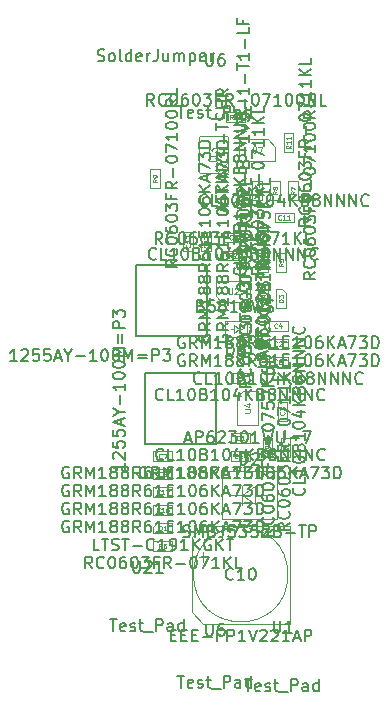
<source format=gbr>
%TF.GenerationSoftware,KiCad,Pcbnew,7.0.6*%
%TF.CreationDate,2023-11-17T09:16:20+01:00*%
%TF.ProjectId,dc_64d,64635f36-3464-42e6-9b69-6361645f7063,0.1*%
%TF.SameCoordinates,Original*%
%TF.FileFunction,AssemblyDrawing,Top*%
%FSLAX46Y46*%
G04 Gerber Fmt 4.6, Leading zero omitted, Abs format (unit mm)*
G04 Created by KiCad (PCBNEW 7.0.6) date 2023-11-17 09:16:20*
%MOMM*%
%LPD*%
G01*
G04 APERTURE LIST*
%ADD10C,0.150000*%
%ADD11C,0.060000*%
%ADD12C,0.075000*%
%ADD13C,0.105000*%
%ADD14C,0.100000*%
%ADD15C,0.127000*%
G04 APERTURE END LIST*
D10*
X100384690Y-67194580D02*
X100337071Y-67242200D01*
X100337071Y-67242200D02*
X100194214Y-67289819D01*
X100194214Y-67289819D02*
X100098976Y-67289819D01*
X100098976Y-67289819D02*
X99956119Y-67242200D01*
X99956119Y-67242200D02*
X99860881Y-67146961D01*
X99860881Y-67146961D02*
X99813262Y-67051723D01*
X99813262Y-67051723D02*
X99765643Y-66861247D01*
X99765643Y-66861247D02*
X99765643Y-66718390D01*
X99765643Y-66718390D02*
X99813262Y-66527914D01*
X99813262Y-66527914D02*
X99860881Y-66432676D01*
X99860881Y-66432676D02*
X99956119Y-66337438D01*
X99956119Y-66337438D02*
X100098976Y-66289819D01*
X100098976Y-66289819D02*
X100194214Y-66289819D01*
X100194214Y-66289819D02*
X100337071Y-66337438D01*
X100337071Y-66337438D02*
X100384690Y-66385057D01*
X101289452Y-67289819D02*
X100813262Y-67289819D01*
X100813262Y-67289819D02*
X100813262Y-66289819D01*
X102146595Y-67289819D02*
X101575167Y-67289819D01*
X101860881Y-67289819D02*
X101860881Y-66289819D01*
X101860881Y-66289819D02*
X101765643Y-66432676D01*
X101765643Y-66432676D02*
X101670405Y-66527914D01*
X101670405Y-66527914D02*
X101575167Y-66575533D01*
X102765643Y-66289819D02*
X102860881Y-66289819D01*
X102860881Y-66289819D02*
X102956119Y-66337438D01*
X102956119Y-66337438D02*
X103003738Y-66385057D01*
X103003738Y-66385057D02*
X103051357Y-66480295D01*
X103051357Y-66480295D02*
X103098976Y-66670771D01*
X103098976Y-66670771D02*
X103098976Y-66908866D01*
X103098976Y-66908866D02*
X103051357Y-67099342D01*
X103051357Y-67099342D02*
X103003738Y-67194580D01*
X103003738Y-67194580D02*
X102956119Y-67242200D01*
X102956119Y-67242200D02*
X102860881Y-67289819D01*
X102860881Y-67289819D02*
X102765643Y-67289819D01*
X102765643Y-67289819D02*
X102670405Y-67242200D01*
X102670405Y-67242200D02*
X102622786Y-67194580D01*
X102622786Y-67194580D02*
X102575167Y-67099342D01*
X102575167Y-67099342D02*
X102527548Y-66908866D01*
X102527548Y-66908866D02*
X102527548Y-66670771D01*
X102527548Y-66670771D02*
X102575167Y-66480295D01*
X102575167Y-66480295D02*
X102622786Y-66385057D01*
X102622786Y-66385057D02*
X102670405Y-66337438D01*
X102670405Y-66337438D02*
X102765643Y-66289819D01*
X103860881Y-66766009D02*
X104003738Y-66813628D01*
X104003738Y-66813628D02*
X104051357Y-66861247D01*
X104051357Y-66861247D02*
X104098976Y-66956485D01*
X104098976Y-66956485D02*
X104098976Y-67099342D01*
X104098976Y-67099342D02*
X104051357Y-67194580D01*
X104051357Y-67194580D02*
X104003738Y-67242200D01*
X104003738Y-67242200D02*
X103908500Y-67289819D01*
X103908500Y-67289819D02*
X103527548Y-67289819D01*
X103527548Y-67289819D02*
X103527548Y-66289819D01*
X103527548Y-66289819D02*
X103860881Y-66289819D01*
X103860881Y-66289819D02*
X103956119Y-66337438D01*
X103956119Y-66337438D02*
X104003738Y-66385057D01*
X104003738Y-66385057D02*
X104051357Y-66480295D01*
X104051357Y-66480295D02*
X104051357Y-66575533D01*
X104051357Y-66575533D02*
X104003738Y-66670771D01*
X104003738Y-66670771D02*
X103956119Y-66718390D01*
X103956119Y-66718390D02*
X103860881Y-66766009D01*
X103860881Y-66766009D02*
X103527548Y-66766009D01*
X105051357Y-67289819D02*
X104479929Y-67289819D01*
X104765643Y-67289819D02*
X104765643Y-66289819D01*
X104765643Y-66289819D02*
X104670405Y-66432676D01*
X104670405Y-66432676D02*
X104575167Y-66527914D01*
X104575167Y-66527914D02*
X104479929Y-66575533D01*
X105670405Y-66289819D02*
X105765643Y-66289819D01*
X105765643Y-66289819D02*
X105860881Y-66337438D01*
X105860881Y-66337438D02*
X105908500Y-66385057D01*
X105908500Y-66385057D02*
X105956119Y-66480295D01*
X105956119Y-66480295D02*
X106003738Y-66670771D01*
X106003738Y-66670771D02*
X106003738Y-66908866D01*
X106003738Y-66908866D02*
X105956119Y-67099342D01*
X105956119Y-67099342D02*
X105908500Y-67194580D01*
X105908500Y-67194580D02*
X105860881Y-67242200D01*
X105860881Y-67242200D02*
X105765643Y-67289819D01*
X105765643Y-67289819D02*
X105670405Y-67289819D01*
X105670405Y-67289819D02*
X105575167Y-67242200D01*
X105575167Y-67242200D02*
X105527548Y-67194580D01*
X105527548Y-67194580D02*
X105479929Y-67099342D01*
X105479929Y-67099342D02*
X105432310Y-66908866D01*
X105432310Y-66908866D02*
X105432310Y-66670771D01*
X105432310Y-66670771D02*
X105479929Y-66480295D01*
X105479929Y-66480295D02*
X105527548Y-66385057D01*
X105527548Y-66385057D02*
X105575167Y-66337438D01*
X105575167Y-66337438D02*
X105670405Y-66289819D01*
X106860881Y-66623152D02*
X106860881Y-67289819D01*
X106622786Y-66242200D02*
X106384691Y-66956485D01*
X106384691Y-66956485D02*
X107003738Y-66956485D01*
X107384691Y-67289819D02*
X107384691Y-66289819D01*
X107956119Y-67289819D02*
X107527548Y-66718390D01*
X107956119Y-66289819D02*
X107384691Y-66861247D01*
X108718024Y-66766009D02*
X108860881Y-66813628D01*
X108860881Y-66813628D02*
X108908500Y-66861247D01*
X108908500Y-66861247D02*
X108956119Y-66956485D01*
X108956119Y-66956485D02*
X108956119Y-67099342D01*
X108956119Y-67099342D02*
X108908500Y-67194580D01*
X108908500Y-67194580D02*
X108860881Y-67242200D01*
X108860881Y-67242200D02*
X108765643Y-67289819D01*
X108765643Y-67289819D02*
X108384691Y-67289819D01*
X108384691Y-67289819D02*
X108384691Y-66289819D01*
X108384691Y-66289819D02*
X108718024Y-66289819D01*
X108718024Y-66289819D02*
X108813262Y-66337438D01*
X108813262Y-66337438D02*
X108860881Y-66385057D01*
X108860881Y-66385057D02*
X108908500Y-66480295D01*
X108908500Y-66480295D02*
X108908500Y-66575533D01*
X108908500Y-66575533D02*
X108860881Y-66670771D01*
X108860881Y-66670771D02*
X108813262Y-66718390D01*
X108813262Y-66718390D02*
X108718024Y-66766009D01*
X108718024Y-66766009D02*
X108384691Y-66766009D01*
X109527548Y-66718390D02*
X109432310Y-66670771D01*
X109432310Y-66670771D02*
X109384691Y-66623152D01*
X109384691Y-66623152D02*
X109337072Y-66527914D01*
X109337072Y-66527914D02*
X109337072Y-66480295D01*
X109337072Y-66480295D02*
X109384691Y-66385057D01*
X109384691Y-66385057D02*
X109432310Y-66337438D01*
X109432310Y-66337438D02*
X109527548Y-66289819D01*
X109527548Y-66289819D02*
X109718024Y-66289819D01*
X109718024Y-66289819D02*
X109813262Y-66337438D01*
X109813262Y-66337438D02*
X109860881Y-66385057D01*
X109860881Y-66385057D02*
X109908500Y-66480295D01*
X109908500Y-66480295D02*
X109908500Y-66527914D01*
X109908500Y-66527914D02*
X109860881Y-66623152D01*
X109860881Y-66623152D02*
X109813262Y-66670771D01*
X109813262Y-66670771D02*
X109718024Y-66718390D01*
X109718024Y-66718390D02*
X109527548Y-66718390D01*
X109527548Y-66718390D02*
X109432310Y-66766009D01*
X109432310Y-66766009D02*
X109384691Y-66813628D01*
X109384691Y-66813628D02*
X109337072Y-66908866D01*
X109337072Y-66908866D02*
X109337072Y-67099342D01*
X109337072Y-67099342D02*
X109384691Y-67194580D01*
X109384691Y-67194580D02*
X109432310Y-67242200D01*
X109432310Y-67242200D02*
X109527548Y-67289819D01*
X109527548Y-67289819D02*
X109718024Y-67289819D01*
X109718024Y-67289819D02*
X109813262Y-67242200D01*
X109813262Y-67242200D02*
X109860881Y-67194580D01*
X109860881Y-67194580D02*
X109908500Y-67099342D01*
X109908500Y-67099342D02*
X109908500Y-66908866D01*
X109908500Y-66908866D02*
X109860881Y-66813628D01*
X109860881Y-66813628D02*
X109813262Y-66766009D01*
X109813262Y-66766009D02*
X109718024Y-66718390D01*
X110337072Y-67289819D02*
X110337072Y-66289819D01*
X110337072Y-66289819D02*
X110908500Y-67289819D01*
X110908500Y-67289819D02*
X110908500Y-66289819D01*
X111384691Y-67289819D02*
X111384691Y-66289819D01*
X111384691Y-66289819D02*
X111956119Y-67289819D01*
X111956119Y-67289819D02*
X111956119Y-66289819D01*
X112432310Y-67289819D02*
X112432310Y-66289819D01*
X112432310Y-66289819D02*
X113003738Y-67289819D01*
X113003738Y-67289819D02*
X113003738Y-66289819D01*
X114051357Y-67194580D02*
X114003738Y-67242200D01*
X114003738Y-67242200D02*
X113860881Y-67289819D01*
X113860881Y-67289819D02*
X113765643Y-67289819D01*
X113765643Y-67289819D02*
X113622786Y-67242200D01*
X113622786Y-67242200D02*
X113527548Y-67146961D01*
X113527548Y-67146961D02*
X113479929Y-67051723D01*
X113479929Y-67051723D02*
X113432310Y-66861247D01*
X113432310Y-66861247D02*
X113432310Y-66718390D01*
X113432310Y-66718390D02*
X113479929Y-66527914D01*
X113479929Y-66527914D02*
X113527548Y-66432676D01*
X113527548Y-66432676D02*
X113622786Y-66337438D01*
X113622786Y-66337438D02*
X113765643Y-66289819D01*
X113765643Y-66289819D02*
X113860881Y-66289819D01*
X113860881Y-66289819D02*
X114003738Y-66337438D01*
X114003738Y-66337438D02*
X114051357Y-66385057D01*
D11*
X106841833Y-65548832D02*
X106822785Y-65567880D01*
X106822785Y-65567880D02*
X106765643Y-65586927D01*
X106765643Y-65586927D02*
X106727547Y-65586927D01*
X106727547Y-65586927D02*
X106670404Y-65567880D01*
X106670404Y-65567880D02*
X106632309Y-65529784D01*
X106632309Y-65529784D02*
X106613262Y-65491689D01*
X106613262Y-65491689D02*
X106594214Y-65415499D01*
X106594214Y-65415499D02*
X106594214Y-65358356D01*
X106594214Y-65358356D02*
X106613262Y-65282165D01*
X106613262Y-65282165D02*
X106632309Y-65244070D01*
X106632309Y-65244070D02*
X106670404Y-65205975D01*
X106670404Y-65205975D02*
X106727547Y-65186927D01*
X106727547Y-65186927D02*
X106765643Y-65186927D01*
X106765643Y-65186927D02*
X106822785Y-65205975D01*
X106822785Y-65205975D02*
X106841833Y-65225022D01*
X107222785Y-65586927D02*
X106994214Y-65586927D01*
X107108500Y-65586927D02*
X107108500Y-65186927D01*
X107108500Y-65186927D02*
X107070404Y-65244070D01*
X107070404Y-65244070D02*
X107032309Y-65282165D01*
X107032309Y-65282165D02*
X106994214Y-65301213D01*
D10*
X112882819Y-46838381D02*
X112406628Y-47171714D01*
X112882819Y-47409809D02*
X111882819Y-47409809D01*
X111882819Y-47409809D02*
X111882819Y-47028857D01*
X111882819Y-47028857D02*
X111930438Y-46933619D01*
X111930438Y-46933619D02*
X111978057Y-46886000D01*
X111978057Y-46886000D02*
X112073295Y-46838381D01*
X112073295Y-46838381D02*
X112216152Y-46838381D01*
X112216152Y-46838381D02*
X112311390Y-46886000D01*
X112311390Y-46886000D02*
X112359009Y-46933619D01*
X112359009Y-46933619D02*
X112406628Y-47028857D01*
X112406628Y-47028857D02*
X112406628Y-47409809D01*
X112787580Y-45838381D02*
X112835200Y-45886000D01*
X112835200Y-45886000D02*
X112882819Y-46028857D01*
X112882819Y-46028857D02*
X112882819Y-46124095D01*
X112882819Y-46124095D02*
X112835200Y-46266952D01*
X112835200Y-46266952D02*
X112739961Y-46362190D01*
X112739961Y-46362190D02*
X112644723Y-46409809D01*
X112644723Y-46409809D02*
X112454247Y-46457428D01*
X112454247Y-46457428D02*
X112311390Y-46457428D01*
X112311390Y-46457428D02*
X112120914Y-46409809D01*
X112120914Y-46409809D02*
X112025676Y-46362190D01*
X112025676Y-46362190D02*
X111930438Y-46266952D01*
X111930438Y-46266952D02*
X111882819Y-46124095D01*
X111882819Y-46124095D02*
X111882819Y-46028857D01*
X111882819Y-46028857D02*
X111930438Y-45886000D01*
X111930438Y-45886000D02*
X111978057Y-45838381D01*
X111882819Y-45219333D02*
X111882819Y-45124095D01*
X111882819Y-45124095D02*
X111930438Y-45028857D01*
X111930438Y-45028857D02*
X111978057Y-44981238D01*
X111978057Y-44981238D02*
X112073295Y-44933619D01*
X112073295Y-44933619D02*
X112263771Y-44886000D01*
X112263771Y-44886000D02*
X112501866Y-44886000D01*
X112501866Y-44886000D02*
X112692342Y-44933619D01*
X112692342Y-44933619D02*
X112787580Y-44981238D01*
X112787580Y-44981238D02*
X112835200Y-45028857D01*
X112835200Y-45028857D02*
X112882819Y-45124095D01*
X112882819Y-45124095D02*
X112882819Y-45219333D01*
X112882819Y-45219333D02*
X112835200Y-45314571D01*
X112835200Y-45314571D02*
X112787580Y-45362190D01*
X112787580Y-45362190D02*
X112692342Y-45409809D01*
X112692342Y-45409809D02*
X112501866Y-45457428D01*
X112501866Y-45457428D02*
X112263771Y-45457428D01*
X112263771Y-45457428D02*
X112073295Y-45409809D01*
X112073295Y-45409809D02*
X111978057Y-45362190D01*
X111978057Y-45362190D02*
X111930438Y-45314571D01*
X111930438Y-45314571D02*
X111882819Y-45219333D01*
X111882819Y-44028857D02*
X111882819Y-44219333D01*
X111882819Y-44219333D02*
X111930438Y-44314571D01*
X111930438Y-44314571D02*
X111978057Y-44362190D01*
X111978057Y-44362190D02*
X112120914Y-44457428D01*
X112120914Y-44457428D02*
X112311390Y-44505047D01*
X112311390Y-44505047D02*
X112692342Y-44505047D01*
X112692342Y-44505047D02*
X112787580Y-44457428D01*
X112787580Y-44457428D02*
X112835200Y-44409809D01*
X112835200Y-44409809D02*
X112882819Y-44314571D01*
X112882819Y-44314571D02*
X112882819Y-44124095D01*
X112882819Y-44124095D02*
X112835200Y-44028857D01*
X112835200Y-44028857D02*
X112787580Y-43981238D01*
X112787580Y-43981238D02*
X112692342Y-43933619D01*
X112692342Y-43933619D02*
X112454247Y-43933619D01*
X112454247Y-43933619D02*
X112359009Y-43981238D01*
X112359009Y-43981238D02*
X112311390Y-44028857D01*
X112311390Y-44028857D02*
X112263771Y-44124095D01*
X112263771Y-44124095D02*
X112263771Y-44314571D01*
X112263771Y-44314571D02*
X112311390Y-44409809D01*
X112311390Y-44409809D02*
X112359009Y-44457428D01*
X112359009Y-44457428D02*
X112454247Y-44505047D01*
X111882819Y-43314571D02*
X111882819Y-43219333D01*
X111882819Y-43219333D02*
X111930438Y-43124095D01*
X111930438Y-43124095D02*
X111978057Y-43076476D01*
X111978057Y-43076476D02*
X112073295Y-43028857D01*
X112073295Y-43028857D02*
X112263771Y-42981238D01*
X112263771Y-42981238D02*
X112501866Y-42981238D01*
X112501866Y-42981238D02*
X112692342Y-43028857D01*
X112692342Y-43028857D02*
X112787580Y-43076476D01*
X112787580Y-43076476D02*
X112835200Y-43124095D01*
X112835200Y-43124095D02*
X112882819Y-43219333D01*
X112882819Y-43219333D02*
X112882819Y-43314571D01*
X112882819Y-43314571D02*
X112835200Y-43409809D01*
X112835200Y-43409809D02*
X112787580Y-43457428D01*
X112787580Y-43457428D02*
X112692342Y-43505047D01*
X112692342Y-43505047D02*
X112501866Y-43552666D01*
X112501866Y-43552666D02*
X112263771Y-43552666D01*
X112263771Y-43552666D02*
X112073295Y-43505047D01*
X112073295Y-43505047D02*
X111978057Y-43457428D01*
X111978057Y-43457428D02*
X111930438Y-43409809D01*
X111930438Y-43409809D02*
X111882819Y-43314571D01*
X111882819Y-42647904D02*
X111882819Y-42028857D01*
X111882819Y-42028857D02*
X112263771Y-42362190D01*
X112263771Y-42362190D02*
X112263771Y-42219333D01*
X112263771Y-42219333D02*
X112311390Y-42124095D01*
X112311390Y-42124095D02*
X112359009Y-42076476D01*
X112359009Y-42076476D02*
X112454247Y-42028857D01*
X112454247Y-42028857D02*
X112692342Y-42028857D01*
X112692342Y-42028857D02*
X112787580Y-42076476D01*
X112787580Y-42076476D02*
X112835200Y-42124095D01*
X112835200Y-42124095D02*
X112882819Y-42219333D01*
X112882819Y-42219333D02*
X112882819Y-42505047D01*
X112882819Y-42505047D02*
X112835200Y-42600285D01*
X112835200Y-42600285D02*
X112787580Y-42647904D01*
X112359009Y-41266952D02*
X112359009Y-41600285D01*
X112882819Y-41600285D02*
X111882819Y-41600285D01*
X111882819Y-41600285D02*
X111882819Y-41124095D01*
X112882819Y-40171714D02*
X112406628Y-40505047D01*
X112882819Y-40743142D02*
X111882819Y-40743142D01*
X111882819Y-40743142D02*
X111882819Y-40362190D01*
X111882819Y-40362190D02*
X111930438Y-40266952D01*
X111930438Y-40266952D02*
X111978057Y-40219333D01*
X111978057Y-40219333D02*
X112073295Y-40171714D01*
X112073295Y-40171714D02*
X112216152Y-40171714D01*
X112216152Y-40171714D02*
X112311390Y-40219333D01*
X112311390Y-40219333D02*
X112359009Y-40266952D01*
X112359009Y-40266952D02*
X112406628Y-40362190D01*
X112406628Y-40362190D02*
X112406628Y-40743142D01*
X112501866Y-39743142D02*
X112501866Y-38981238D01*
X111882819Y-38314571D02*
X111882819Y-38219333D01*
X111882819Y-38219333D02*
X111930438Y-38124095D01*
X111930438Y-38124095D02*
X111978057Y-38076476D01*
X111978057Y-38076476D02*
X112073295Y-38028857D01*
X112073295Y-38028857D02*
X112263771Y-37981238D01*
X112263771Y-37981238D02*
X112501866Y-37981238D01*
X112501866Y-37981238D02*
X112692342Y-38028857D01*
X112692342Y-38028857D02*
X112787580Y-38076476D01*
X112787580Y-38076476D02*
X112835200Y-38124095D01*
X112835200Y-38124095D02*
X112882819Y-38219333D01*
X112882819Y-38219333D02*
X112882819Y-38314571D01*
X112882819Y-38314571D02*
X112835200Y-38409809D01*
X112835200Y-38409809D02*
X112787580Y-38457428D01*
X112787580Y-38457428D02*
X112692342Y-38505047D01*
X112692342Y-38505047D02*
X112501866Y-38552666D01*
X112501866Y-38552666D02*
X112263771Y-38552666D01*
X112263771Y-38552666D02*
X112073295Y-38505047D01*
X112073295Y-38505047D02*
X111978057Y-38457428D01*
X111978057Y-38457428D02*
X111930438Y-38409809D01*
X111930438Y-38409809D02*
X111882819Y-38314571D01*
X111882819Y-37647904D02*
X111882819Y-36981238D01*
X111882819Y-36981238D02*
X112882819Y-37409809D01*
X112882819Y-36076476D02*
X112882819Y-36647904D01*
X112882819Y-36362190D02*
X111882819Y-36362190D01*
X111882819Y-36362190D02*
X112025676Y-36457428D01*
X112025676Y-36457428D02*
X112120914Y-36552666D01*
X112120914Y-36552666D02*
X112168533Y-36647904D01*
X112882819Y-35124095D02*
X112882819Y-35695523D01*
X112882819Y-35409809D02*
X111882819Y-35409809D01*
X111882819Y-35409809D02*
X112025676Y-35505047D01*
X112025676Y-35505047D02*
X112120914Y-35600285D01*
X112120914Y-35600285D02*
X112168533Y-35695523D01*
X112882819Y-34695523D02*
X111882819Y-34695523D01*
X112882819Y-34124095D02*
X112311390Y-34552666D01*
X111882819Y-34124095D02*
X112454247Y-34695523D01*
X112882819Y-33219333D02*
X112882819Y-33695523D01*
X112882819Y-33695523D02*
X111882819Y-33695523D01*
D11*
X111179927Y-40643142D02*
X110989451Y-40776475D01*
X111179927Y-40871713D02*
X110779927Y-40871713D01*
X110779927Y-40871713D02*
X110779927Y-40719332D01*
X110779927Y-40719332D02*
X110798975Y-40681237D01*
X110798975Y-40681237D02*
X110818022Y-40662190D01*
X110818022Y-40662190D02*
X110856118Y-40643142D01*
X110856118Y-40643142D02*
X110913260Y-40643142D01*
X110913260Y-40643142D02*
X110951356Y-40662190D01*
X110951356Y-40662190D02*
X110970403Y-40681237D01*
X110970403Y-40681237D02*
X110989451Y-40719332D01*
X110989451Y-40719332D02*
X110989451Y-40871713D01*
X111179927Y-40262190D02*
X111179927Y-40490761D01*
X111179927Y-40376475D02*
X110779927Y-40376475D01*
X110779927Y-40376475D02*
X110837070Y-40414571D01*
X110837070Y-40414571D02*
X110875165Y-40452666D01*
X110875165Y-40452666D02*
X110894213Y-40490761D01*
X111179927Y-39881238D02*
X111179927Y-40109809D01*
X111179927Y-39995523D02*
X110779927Y-39995523D01*
X110779927Y-39995523D02*
X110837070Y-40033619D01*
X110837070Y-40033619D02*
X110875165Y-40071714D01*
X110875165Y-40071714D02*
X110894213Y-40109809D01*
D10*
X94814047Y-33452200D02*
X94956904Y-33499819D01*
X94956904Y-33499819D02*
X95194999Y-33499819D01*
X95194999Y-33499819D02*
X95290237Y-33452200D01*
X95290237Y-33452200D02*
X95337856Y-33404580D01*
X95337856Y-33404580D02*
X95385475Y-33309342D01*
X95385475Y-33309342D02*
X95385475Y-33214104D01*
X95385475Y-33214104D02*
X95337856Y-33118866D01*
X95337856Y-33118866D02*
X95290237Y-33071247D01*
X95290237Y-33071247D02*
X95194999Y-33023628D01*
X95194999Y-33023628D02*
X95004523Y-32976009D01*
X95004523Y-32976009D02*
X94909285Y-32928390D01*
X94909285Y-32928390D02*
X94861666Y-32880771D01*
X94861666Y-32880771D02*
X94814047Y-32785533D01*
X94814047Y-32785533D02*
X94814047Y-32690295D01*
X94814047Y-32690295D02*
X94861666Y-32595057D01*
X94861666Y-32595057D02*
X94909285Y-32547438D01*
X94909285Y-32547438D02*
X95004523Y-32499819D01*
X95004523Y-32499819D02*
X95242618Y-32499819D01*
X95242618Y-32499819D02*
X95385475Y-32547438D01*
X95956904Y-33499819D02*
X95861666Y-33452200D01*
X95861666Y-33452200D02*
X95814047Y-33404580D01*
X95814047Y-33404580D02*
X95766428Y-33309342D01*
X95766428Y-33309342D02*
X95766428Y-33023628D01*
X95766428Y-33023628D02*
X95814047Y-32928390D01*
X95814047Y-32928390D02*
X95861666Y-32880771D01*
X95861666Y-32880771D02*
X95956904Y-32833152D01*
X95956904Y-32833152D02*
X96099761Y-32833152D01*
X96099761Y-32833152D02*
X96194999Y-32880771D01*
X96194999Y-32880771D02*
X96242618Y-32928390D01*
X96242618Y-32928390D02*
X96290237Y-33023628D01*
X96290237Y-33023628D02*
X96290237Y-33309342D01*
X96290237Y-33309342D02*
X96242618Y-33404580D01*
X96242618Y-33404580D02*
X96194999Y-33452200D01*
X96194999Y-33452200D02*
X96099761Y-33499819D01*
X96099761Y-33499819D02*
X95956904Y-33499819D01*
X96861666Y-33499819D02*
X96766428Y-33452200D01*
X96766428Y-33452200D02*
X96718809Y-33356961D01*
X96718809Y-33356961D02*
X96718809Y-32499819D01*
X97671190Y-33499819D02*
X97671190Y-32499819D01*
X97671190Y-33452200D02*
X97575952Y-33499819D01*
X97575952Y-33499819D02*
X97385476Y-33499819D01*
X97385476Y-33499819D02*
X97290238Y-33452200D01*
X97290238Y-33452200D02*
X97242619Y-33404580D01*
X97242619Y-33404580D02*
X97195000Y-33309342D01*
X97195000Y-33309342D02*
X97195000Y-33023628D01*
X97195000Y-33023628D02*
X97242619Y-32928390D01*
X97242619Y-32928390D02*
X97290238Y-32880771D01*
X97290238Y-32880771D02*
X97385476Y-32833152D01*
X97385476Y-32833152D02*
X97575952Y-32833152D01*
X97575952Y-32833152D02*
X97671190Y-32880771D01*
X98528333Y-33452200D02*
X98433095Y-33499819D01*
X98433095Y-33499819D02*
X98242619Y-33499819D01*
X98242619Y-33499819D02*
X98147381Y-33452200D01*
X98147381Y-33452200D02*
X98099762Y-33356961D01*
X98099762Y-33356961D02*
X98099762Y-32976009D01*
X98099762Y-32976009D02*
X98147381Y-32880771D01*
X98147381Y-32880771D02*
X98242619Y-32833152D01*
X98242619Y-32833152D02*
X98433095Y-32833152D01*
X98433095Y-32833152D02*
X98528333Y-32880771D01*
X98528333Y-32880771D02*
X98575952Y-32976009D01*
X98575952Y-32976009D02*
X98575952Y-33071247D01*
X98575952Y-33071247D02*
X98099762Y-33166485D01*
X99004524Y-33499819D02*
X99004524Y-32833152D01*
X99004524Y-33023628D02*
X99052143Y-32928390D01*
X99052143Y-32928390D02*
X99099762Y-32880771D01*
X99099762Y-32880771D02*
X99195000Y-32833152D01*
X99195000Y-32833152D02*
X99290238Y-32833152D01*
X99909286Y-32499819D02*
X99909286Y-33214104D01*
X99909286Y-33214104D02*
X99861667Y-33356961D01*
X99861667Y-33356961D02*
X99766429Y-33452200D01*
X99766429Y-33452200D02*
X99623572Y-33499819D01*
X99623572Y-33499819D02*
X99528334Y-33499819D01*
X100814048Y-32833152D02*
X100814048Y-33499819D01*
X100385477Y-32833152D02*
X100385477Y-33356961D01*
X100385477Y-33356961D02*
X100433096Y-33452200D01*
X100433096Y-33452200D02*
X100528334Y-33499819D01*
X100528334Y-33499819D02*
X100671191Y-33499819D01*
X100671191Y-33499819D02*
X100766429Y-33452200D01*
X100766429Y-33452200D02*
X100814048Y-33404580D01*
X101290239Y-33499819D02*
X101290239Y-32833152D01*
X101290239Y-32928390D02*
X101337858Y-32880771D01*
X101337858Y-32880771D02*
X101433096Y-32833152D01*
X101433096Y-32833152D02*
X101575953Y-32833152D01*
X101575953Y-32833152D02*
X101671191Y-32880771D01*
X101671191Y-32880771D02*
X101718810Y-32976009D01*
X101718810Y-32976009D02*
X101718810Y-33499819D01*
X101718810Y-32976009D02*
X101766429Y-32880771D01*
X101766429Y-32880771D02*
X101861667Y-32833152D01*
X101861667Y-32833152D02*
X102004524Y-32833152D01*
X102004524Y-32833152D02*
X102099763Y-32880771D01*
X102099763Y-32880771D02*
X102147382Y-32976009D01*
X102147382Y-32976009D02*
X102147382Y-33499819D01*
X102623572Y-32833152D02*
X102623572Y-33833152D01*
X102623572Y-32880771D02*
X102718810Y-32833152D01*
X102718810Y-32833152D02*
X102909286Y-32833152D01*
X102909286Y-32833152D02*
X103004524Y-32880771D01*
X103004524Y-32880771D02*
X103052143Y-32928390D01*
X103052143Y-32928390D02*
X103099762Y-33023628D01*
X103099762Y-33023628D02*
X103099762Y-33309342D01*
X103099762Y-33309342D02*
X103052143Y-33404580D01*
X103052143Y-33404580D02*
X103004524Y-33452200D01*
X103004524Y-33452200D02*
X102909286Y-33499819D01*
X102909286Y-33499819D02*
X102718810Y-33499819D01*
X102718810Y-33499819D02*
X102623572Y-33452200D01*
X103909286Y-33452200D02*
X103814048Y-33499819D01*
X103814048Y-33499819D02*
X103623572Y-33499819D01*
X103623572Y-33499819D02*
X103528334Y-33452200D01*
X103528334Y-33452200D02*
X103480715Y-33356961D01*
X103480715Y-33356961D02*
X103480715Y-32976009D01*
X103480715Y-32976009D02*
X103528334Y-32880771D01*
X103528334Y-32880771D02*
X103623572Y-32833152D01*
X103623572Y-32833152D02*
X103814048Y-32833152D01*
X103814048Y-32833152D02*
X103909286Y-32880771D01*
X103909286Y-32880771D02*
X103956905Y-32976009D01*
X103956905Y-32976009D02*
X103956905Y-33071247D01*
X103956905Y-33071247D02*
X103480715Y-33166485D01*
X104385477Y-33499819D02*
X104385477Y-32833152D01*
X104385477Y-33023628D02*
X104433096Y-32928390D01*
X104433096Y-32928390D02*
X104480715Y-32880771D01*
X104480715Y-32880771D02*
X104575953Y-32833152D01*
X104575953Y-32833152D02*
X104671191Y-32833152D01*
X92377618Y-67861438D02*
X92282380Y-67813819D01*
X92282380Y-67813819D02*
X92139523Y-67813819D01*
X92139523Y-67813819D02*
X91996666Y-67861438D01*
X91996666Y-67861438D02*
X91901428Y-67956676D01*
X91901428Y-67956676D02*
X91853809Y-68051914D01*
X91853809Y-68051914D02*
X91806190Y-68242390D01*
X91806190Y-68242390D02*
X91806190Y-68385247D01*
X91806190Y-68385247D02*
X91853809Y-68575723D01*
X91853809Y-68575723D02*
X91901428Y-68670961D01*
X91901428Y-68670961D02*
X91996666Y-68766200D01*
X91996666Y-68766200D02*
X92139523Y-68813819D01*
X92139523Y-68813819D02*
X92234761Y-68813819D01*
X92234761Y-68813819D02*
X92377618Y-68766200D01*
X92377618Y-68766200D02*
X92425237Y-68718580D01*
X92425237Y-68718580D02*
X92425237Y-68385247D01*
X92425237Y-68385247D02*
X92234761Y-68385247D01*
X93425237Y-68813819D02*
X93091904Y-68337628D01*
X92853809Y-68813819D02*
X92853809Y-67813819D01*
X92853809Y-67813819D02*
X93234761Y-67813819D01*
X93234761Y-67813819D02*
X93329999Y-67861438D01*
X93329999Y-67861438D02*
X93377618Y-67909057D01*
X93377618Y-67909057D02*
X93425237Y-68004295D01*
X93425237Y-68004295D02*
X93425237Y-68147152D01*
X93425237Y-68147152D02*
X93377618Y-68242390D01*
X93377618Y-68242390D02*
X93329999Y-68290009D01*
X93329999Y-68290009D02*
X93234761Y-68337628D01*
X93234761Y-68337628D02*
X92853809Y-68337628D01*
X93853809Y-68813819D02*
X93853809Y-67813819D01*
X93853809Y-67813819D02*
X94187142Y-68528104D01*
X94187142Y-68528104D02*
X94520475Y-67813819D01*
X94520475Y-67813819D02*
X94520475Y-68813819D01*
X95520475Y-68813819D02*
X94949047Y-68813819D01*
X95234761Y-68813819D02*
X95234761Y-67813819D01*
X95234761Y-67813819D02*
X95139523Y-67956676D01*
X95139523Y-67956676D02*
X95044285Y-68051914D01*
X95044285Y-68051914D02*
X94949047Y-68099533D01*
X96091904Y-68242390D02*
X95996666Y-68194771D01*
X95996666Y-68194771D02*
X95949047Y-68147152D01*
X95949047Y-68147152D02*
X95901428Y-68051914D01*
X95901428Y-68051914D02*
X95901428Y-68004295D01*
X95901428Y-68004295D02*
X95949047Y-67909057D01*
X95949047Y-67909057D02*
X95996666Y-67861438D01*
X95996666Y-67861438D02*
X96091904Y-67813819D01*
X96091904Y-67813819D02*
X96282380Y-67813819D01*
X96282380Y-67813819D02*
X96377618Y-67861438D01*
X96377618Y-67861438D02*
X96425237Y-67909057D01*
X96425237Y-67909057D02*
X96472856Y-68004295D01*
X96472856Y-68004295D02*
X96472856Y-68051914D01*
X96472856Y-68051914D02*
X96425237Y-68147152D01*
X96425237Y-68147152D02*
X96377618Y-68194771D01*
X96377618Y-68194771D02*
X96282380Y-68242390D01*
X96282380Y-68242390D02*
X96091904Y-68242390D01*
X96091904Y-68242390D02*
X95996666Y-68290009D01*
X95996666Y-68290009D02*
X95949047Y-68337628D01*
X95949047Y-68337628D02*
X95901428Y-68432866D01*
X95901428Y-68432866D02*
X95901428Y-68623342D01*
X95901428Y-68623342D02*
X95949047Y-68718580D01*
X95949047Y-68718580D02*
X95996666Y-68766200D01*
X95996666Y-68766200D02*
X96091904Y-68813819D01*
X96091904Y-68813819D02*
X96282380Y-68813819D01*
X96282380Y-68813819D02*
X96377618Y-68766200D01*
X96377618Y-68766200D02*
X96425237Y-68718580D01*
X96425237Y-68718580D02*
X96472856Y-68623342D01*
X96472856Y-68623342D02*
X96472856Y-68432866D01*
X96472856Y-68432866D02*
X96425237Y-68337628D01*
X96425237Y-68337628D02*
X96377618Y-68290009D01*
X96377618Y-68290009D02*
X96282380Y-68242390D01*
X97044285Y-68242390D02*
X96949047Y-68194771D01*
X96949047Y-68194771D02*
X96901428Y-68147152D01*
X96901428Y-68147152D02*
X96853809Y-68051914D01*
X96853809Y-68051914D02*
X96853809Y-68004295D01*
X96853809Y-68004295D02*
X96901428Y-67909057D01*
X96901428Y-67909057D02*
X96949047Y-67861438D01*
X96949047Y-67861438D02*
X97044285Y-67813819D01*
X97044285Y-67813819D02*
X97234761Y-67813819D01*
X97234761Y-67813819D02*
X97329999Y-67861438D01*
X97329999Y-67861438D02*
X97377618Y-67909057D01*
X97377618Y-67909057D02*
X97425237Y-68004295D01*
X97425237Y-68004295D02*
X97425237Y-68051914D01*
X97425237Y-68051914D02*
X97377618Y-68147152D01*
X97377618Y-68147152D02*
X97329999Y-68194771D01*
X97329999Y-68194771D02*
X97234761Y-68242390D01*
X97234761Y-68242390D02*
X97044285Y-68242390D01*
X97044285Y-68242390D02*
X96949047Y-68290009D01*
X96949047Y-68290009D02*
X96901428Y-68337628D01*
X96901428Y-68337628D02*
X96853809Y-68432866D01*
X96853809Y-68432866D02*
X96853809Y-68623342D01*
X96853809Y-68623342D02*
X96901428Y-68718580D01*
X96901428Y-68718580D02*
X96949047Y-68766200D01*
X96949047Y-68766200D02*
X97044285Y-68813819D01*
X97044285Y-68813819D02*
X97234761Y-68813819D01*
X97234761Y-68813819D02*
X97329999Y-68766200D01*
X97329999Y-68766200D02*
X97377618Y-68718580D01*
X97377618Y-68718580D02*
X97425237Y-68623342D01*
X97425237Y-68623342D02*
X97425237Y-68432866D01*
X97425237Y-68432866D02*
X97377618Y-68337628D01*
X97377618Y-68337628D02*
X97329999Y-68290009D01*
X97329999Y-68290009D02*
X97234761Y-68242390D01*
X98425237Y-68813819D02*
X98091904Y-68337628D01*
X97853809Y-68813819D02*
X97853809Y-67813819D01*
X97853809Y-67813819D02*
X98234761Y-67813819D01*
X98234761Y-67813819D02*
X98329999Y-67861438D01*
X98329999Y-67861438D02*
X98377618Y-67909057D01*
X98377618Y-67909057D02*
X98425237Y-68004295D01*
X98425237Y-68004295D02*
X98425237Y-68147152D01*
X98425237Y-68147152D02*
X98377618Y-68242390D01*
X98377618Y-68242390D02*
X98329999Y-68290009D01*
X98329999Y-68290009D02*
X98234761Y-68337628D01*
X98234761Y-68337628D02*
X97853809Y-68337628D01*
X99282380Y-67813819D02*
X99091904Y-67813819D01*
X99091904Y-67813819D02*
X98996666Y-67861438D01*
X98996666Y-67861438D02*
X98949047Y-67909057D01*
X98949047Y-67909057D02*
X98853809Y-68051914D01*
X98853809Y-68051914D02*
X98806190Y-68242390D01*
X98806190Y-68242390D02*
X98806190Y-68623342D01*
X98806190Y-68623342D02*
X98853809Y-68718580D01*
X98853809Y-68718580D02*
X98901428Y-68766200D01*
X98901428Y-68766200D02*
X98996666Y-68813819D01*
X98996666Y-68813819D02*
X99187142Y-68813819D01*
X99187142Y-68813819D02*
X99282380Y-68766200D01*
X99282380Y-68766200D02*
X99329999Y-68718580D01*
X99329999Y-68718580D02*
X99377618Y-68623342D01*
X99377618Y-68623342D02*
X99377618Y-68385247D01*
X99377618Y-68385247D02*
X99329999Y-68290009D01*
X99329999Y-68290009D02*
X99282380Y-68242390D01*
X99282380Y-68242390D02*
X99187142Y-68194771D01*
X99187142Y-68194771D02*
X98996666Y-68194771D01*
X98996666Y-68194771D02*
X98901428Y-68242390D01*
X98901428Y-68242390D02*
X98853809Y-68290009D01*
X98853809Y-68290009D02*
X98806190Y-68385247D01*
X100329999Y-68813819D02*
X99758571Y-68813819D01*
X100044285Y-68813819D02*
X100044285Y-67813819D01*
X100044285Y-67813819D02*
X99949047Y-67956676D01*
X99949047Y-67956676D02*
X99853809Y-68051914D01*
X99853809Y-68051914D02*
X99758571Y-68099533D01*
X100758571Y-68290009D02*
X101091904Y-68290009D01*
X101234761Y-68813819D02*
X100758571Y-68813819D01*
X100758571Y-68813819D02*
X100758571Y-67813819D01*
X100758571Y-67813819D02*
X101234761Y-67813819D01*
X102187142Y-68813819D02*
X101615714Y-68813819D01*
X101901428Y-68813819D02*
X101901428Y-67813819D01*
X101901428Y-67813819D02*
X101806190Y-67956676D01*
X101806190Y-67956676D02*
X101710952Y-68051914D01*
X101710952Y-68051914D02*
X101615714Y-68099533D01*
X102806190Y-67813819D02*
X102901428Y-67813819D01*
X102901428Y-67813819D02*
X102996666Y-67861438D01*
X102996666Y-67861438D02*
X103044285Y-67909057D01*
X103044285Y-67909057D02*
X103091904Y-68004295D01*
X103091904Y-68004295D02*
X103139523Y-68194771D01*
X103139523Y-68194771D02*
X103139523Y-68432866D01*
X103139523Y-68432866D02*
X103091904Y-68623342D01*
X103091904Y-68623342D02*
X103044285Y-68718580D01*
X103044285Y-68718580D02*
X102996666Y-68766200D01*
X102996666Y-68766200D02*
X102901428Y-68813819D01*
X102901428Y-68813819D02*
X102806190Y-68813819D01*
X102806190Y-68813819D02*
X102710952Y-68766200D01*
X102710952Y-68766200D02*
X102663333Y-68718580D01*
X102663333Y-68718580D02*
X102615714Y-68623342D01*
X102615714Y-68623342D02*
X102568095Y-68432866D01*
X102568095Y-68432866D02*
X102568095Y-68194771D01*
X102568095Y-68194771D02*
X102615714Y-68004295D01*
X102615714Y-68004295D02*
X102663333Y-67909057D01*
X102663333Y-67909057D02*
X102710952Y-67861438D01*
X102710952Y-67861438D02*
X102806190Y-67813819D01*
X103996666Y-67813819D02*
X103806190Y-67813819D01*
X103806190Y-67813819D02*
X103710952Y-67861438D01*
X103710952Y-67861438D02*
X103663333Y-67909057D01*
X103663333Y-67909057D02*
X103568095Y-68051914D01*
X103568095Y-68051914D02*
X103520476Y-68242390D01*
X103520476Y-68242390D02*
X103520476Y-68623342D01*
X103520476Y-68623342D02*
X103568095Y-68718580D01*
X103568095Y-68718580D02*
X103615714Y-68766200D01*
X103615714Y-68766200D02*
X103710952Y-68813819D01*
X103710952Y-68813819D02*
X103901428Y-68813819D01*
X103901428Y-68813819D02*
X103996666Y-68766200D01*
X103996666Y-68766200D02*
X104044285Y-68718580D01*
X104044285Y-68718580D02*
X104091904Y-68623342D01*
X104091904Y-68623342D02*
X104091904Y-68385247D01*
X104091904Y-68385247D02*
X104044285Y-68290009D01*
X104044285Y-68290009D02*
X103996666Y-68242390D01*
X103996666Y-68242390D02*
X103901428Y-68194771D01*
X103901428Y-68194771D02*
X103710952Y-68194771D01*
X103710952Y-68194771D02*
X103615714Y-68242390D01*
X103615714Y-68242390D02*
X103568095Y-68290009D01*
X103568095Y-68290009D02*
X103520476Y-68385247D01*
X104520476Y-68813819D02*
X104520476Y-67813819D01*
X105091904Y-68813819D02*
X104663333Y-68242390D01*
X105091904Y-67813819D02*
X104520476Y-68385247D01*
X105472857Y-68528104D02*
X105949047Y-68528104D01*
X105377619Y-68813819D02*
X105710952Y-67813819D01*
X105710952Y-67813819D02*
X106044285Y-68813819D01*
X106282381Y-67813819D02*
X106949047Y-67813819D01*
X106949047Y-67813819D02*
X106520476Y-68813819D01*
X107234762Y-67813819D02*
X107853809Y-67813819D01*
X107853809Y-67813819D02*
X107520476Y-68194771D01*
X107520476Y-68194771D02*
X107663333Y-68194771D01*
X107663333Y-68194771D02*
X107758571Y-68242390D01*
X107758571Y-68242390D02*
X107806190Y-68290009D01*
X107806190Y-68290009D02*
X107853809Y-68385247D01*
X107853809Y-68385247D02*
X107853809Y-68623342D01*
X107853809Y-68623342D02*
X107806190Y-68718580D01*
X107806190Y-68718580D02*
X107758571Y-68766200D01*
X107758571Y-68766200D02*
X107663333Y-68813819D01*
X107663333Y-68813819D02*
X107377619Y-68813819D01*
X107377619Y-68813819D02*
X107282381Y-68766200D01*
X107282381Y-68766200D02*
X107234762Y-68718580D01*
X108282381Y-68813819D02*
X108282381Y-67813819D01*
X108282381Y-67813819D02*
X108520476Y-67813819D01*
X108520476Y-67813819D02*
X108663333Y-67861438D01*
X108663333Y-67861438D02*
X108758571Y-67956676D01*
X108758571Y-67956676D02*
X108806190Y-68051914D01*
X108806190Y-68051914D02*
X108853809Y-68242390D01*
X108853809Y-68242390D02*
X108853809Y-68385247D01*
X108853809Y-68385247D02*
X108806190Y-68575723D01*
X108806190Y-68575723D02*
X108758571Y-68670961D01*
X108758571Y-68670961D02*
X108663333Y-68766200D01*
X108663333Y-68766200D02*
X108520476Y-68813819D01*
X108520476Y-68813819D02*
X108282381Y-68813819D01*
D11*
X100263333Y-67072832D02*
X100244285Y-67091880D01*
X100244285Y-67091880D02*
X100187143Y-67110927D01*
X100187143Y-67110927D02*
X100149047Y-67110927D01*
X100149047Y-67110927D02*
X100091904Y-67091880D01*
X100091904Y-67091880D02*
X100053809Y-67053784D01*
X100053809Y-67053784D02*
X100034762Y-67015689D01*
X100034762Y-67015689D02*
X100015714Y-66939499D01*
X100015714Y-66939499D02*
X100015714Y-66882356D01*
X100015714Y-66882356D02*
X100034762Y-66806165D01*
X100034762Y-66806165D02*
X100053809Y-66768070D01*
X100053809Y-66768070D02*
X100091904Y-66729975D01*
X100091904Y-66729975D02*
X100149047Y-66710927D01*
X100149047Y-66710927D02*
X100187143Y-66710927D01*
X100187143Y-66710927D02*
X100244285Y-66729975D01*
X100244285Y-66729975D02*
X100263333Y-66749022D01*
X100396666Y-66710927D02*
X100663333Y-66710927D01*
X100663333Y-66710927D02*
X100491904Y-67110927D01*
D10*
X102227476Y-65534104D02*
X102703666Y-65534104D01*
X102132238Y-65819819D02*
X102465571Y-64819819D01*
X102465571Y-64819819D02*
X102798904Y-65819819D01*
X103132238Y-65819819D02*
X103132238Y-64819819D01*
X103132238Y-64819819D02*
X103513190Y-64819819D01*
X103513190Y-64819819D02*
X103608428Y-64867438D01*
X103608428Y-64867438D02*
X103656047Y-64915057D01*
X103656047Y-64915057D02*
X103703666Y-65010295D01*
X103703666Y-65010295D02*
X103703666Y-65153152D01*
X103703666Y-65153152D02*
X103656047Y-65248390D01*
X103656047Y-65248390D02*
X103608428Y-65296009D01*
X103608428Y-65296009D02*
X103513190Y-65343628D01*
X103513190Y-65343628D02*
X103132238Y-65343628D01*
X104560809Y-64819819D02*
X104370333Y-64819819D01*
X104370333Y-64819819D02*
X104275095Y-64867438D01*
X104275095Y-64867438D02*
X104227476Y-64915057D01*
X104227476Y-64915057D02*
X104132238Y-65057914D01*
X104132238Y-65057914D02*
X104084619Y-65248390D01*
X104084619Y-65248390D02*
X104084619Y-65629342D01*
X104084619Y-65629342D02*
X104132238Y-65724580D01*
X104132238Y-65724580D02*
X104179857Y-65772200D01*
X104179857Y-65772200D02*
X104275095Y-65819819D01*
X104275095Y-65819819D02*
X104465571Y-65819819D01*
X104465571Y-65819819D02*
X104560809Y-65772200D01*
X104560809Y-65772200D02*
X104608428Y-65724580D01*
X104608428Y-65724580D02*
X104656047Y-65629342D01*
X104656047Y-65629342D02*
X104656047Y-65391247D01*
X104656047Y-65391247D02*
X104608428Y-65296009D01*
X104608428Y-65296009D02*
X104560809Y-65248390D01*
X104560809Y-65248390D02*
X104465571Y-65200771D01*
X104465571Y-65200771D02*
X104275095Y-65200771D01*
X104275095Y-65200771D02*
X104179857Y-65248390D01*
X104179857Y-65248390D02*
X104132238Y-65296009D01*
X104132238Y-65296009D02*
X104084619Y-65391247D01*
X105037000Y-64915057D02*
X105084619Y-64867438D01*
X105084619Y-64867438D02*
X105179857Y-64819819D01*
X105179857Y-64819819D02*
X105417952Y-64819819D01*
X105417952Y-64819819D02*
X105513190Y-64867438D01*
X105513190Y-64867438D02*
X105560809Y-64915057D01*
X105560809Y-64915057D02*
X105608428Y-65010295D01*
X105608428Y-65010295D02*
X105608428Y-65105533D01*
X105608428Y-65105533D02*
X105560809Y-65248390D01*
X105560809Y-65248390D02*
X104989381Y-65819819D01*
X104989381Y-65819819D02*
X105608428Y-65819819D01*
X105941762Y-64819819D02*
X106560809Y-64819819D01*
X106560809Y-64819819D02*
X106227476Y-65200771D01*
X106227476Y-65200771D02*
X106370333Y-65200771D01*
X106370333Y-65200771D02*
X106465571Y-65248390D01*
X106465571Y-65248390D02*
X106513190Y-65296009D01*
X106513190Y-65296009D02*
X106560809Y-65391247D01*
X106560809Y-65391247D02*
X106560809Y-65629342D01*
X106560809Y-65629342D02*
X106513190Y-65724580D01*
X106513190Y-65724580D02*
X106465571Y-65772200D01*
X106465571Y-65772200D02*
X106370333Y-65819819D01*
X106370333Y-65819819D02*
X106084619Y-65819819D01*
X106084619Y-65819819D02*
X105989381Y-65772200D01*
X105989381Y-65772200D02*
X105941762Y-65724580D01*
X107179857Y-64819819D02*
X107275095Y-64819819D01*
X107275095Y-64819819D02*
X107370333Y-64867438D01*
X107370333Y-64867438D02*
X107417952Y-64915057D01*
X107417952Y-64915057D02*
X107465571Y-65010295D01*
X107465571Y-65010295D02*
X107513190Y-65200771D01*
X107513190Y-65200771D02*
X107513190Y-65438866D01*
X107513190Y-65438866D02*
X107465571Y-65629342D01*
X107465571Y-65629342D02*
X107417952Y-65724580D01*
X107417952Y-65724580D02*
X107370333Y-65772200D01*
X107370333Y-65772200D02*
X107275095Y-65819819D01*
X107275095Y-65819819D02*
X107179857Y-65819819D01*
X107179857Y-65819819D02*
X107084619Y-65772200D01*
X107084619Y-65772200D02*
X107037000Y-65724580D01*
X107037000Y-65724580D02*
X106989381Y-65629342D01*
X106989381Y-65629342D02*
X106941762Y-65438866D01*
X106941762Y-65438866D02*
X106941762Y-65200771D01*
X106941762Y-65200771D02*
X106989381Y-65010295D01*
X106989381Y-65010295D02*
X107037000Y-64915057D01*
X107037000Y-64915057D02*
X107084619Y-64867438D01*
X107084619Y-64867438D02*
X107179857Y-64819819D01*
X108465571Y-65819819D02*
X107894143Y-65819819D01*
X108179857Y-65819819D02*
X108179857Y-64819819D01*
X108179857Y-64819819D02*
X108084619Y-64962676D01*
X108084619Y-64962676D02*
X107989381Y-65057914D01*
X107989381Y-65057914D02*
X107894143Y-65105533D01*
X108798905Y-64819819D02*
X109037000Y-65819819D01*
X109037000Y-65819819D02*
X109227476Y-65105533D01*
X109227476Y-65105533D02*
X109417952Y-65819819D01*
X109417952Y-65819819D02*
X109656048Y-64819819D01*
X110037000Y-64819819D02*
X110037000Y-65629342D01*
X110037000Y-65629342D02*
X110084619Y-65724580D01*
X110084619Y-65724580D02*
X110132238Y-65772200D01*
X110132238Y-65772200D02*
X110227476Y-65819819D01*
X110227476Y-65819819D02*
X110417952Y-65819819D01*
X110417952Y-65819819D02*
X110513190Y-65772200D01*
X110513190Y-65772200D02*
X110560809Y-65724580D01*
X110560809Y-65724580D02*
X110608428Y-65629342D01*
X110608428Y-65629342D02*
X110608428Y-64819819D01*
X111084619Y-65438866D02*
X111846524Y-65438866D01*
X112227476Y-64819819D02*
X112894142Y-64819819D01*
X112894142Y-64819819D02*
X112465571Y-65819819D01*
D12*
X107264409Y-63245952D02*
X107669171Y-63245952D01*
X107669171Y-63245952D02*
X107716790Y-63222142D01*
X107716790Y-63222142D02*
X107740600Y-63198333D01*
X107740600Y-63198333D02*
X107764409Y-63150714D01*
X107764409Y-63150714D02*
X107764409Y-63055476D01*
X107764409Y-63055476D02*
X107740600Y-63007857D01*
X107740600Y-63007857D02*
X107716790Y-62984047D01*
X107716790Y-62984047D02*
X107669171Y-62960238D01*
X107669171Y-62960238D02*
X107264409Y-62960238D01*
X107431076Y-62507856D02*
X107764409Y-62507856D01*
X107240600Y-62626904D02*
X107597742Y-62745951D01*
X107597742Y-62745951D02*
X107597742Y-62436428D01*
D10*
X111079319Y-72619381D02*
X110603128Y-72952714D01*
X111079319Y-73190809D02*
X110079319Y-73190809D01*
X110079319Y-73190809D02*
X110079319Y-72809857D01*
X110079319Y-72809857D02*
X110126938Y-72714619D01*
X110126938Y-72714619D02*
X110174557Y-72667000D01*
X110174557Y-72667000D02*
X110269795Y-72619381D01*
X110269795Y-72619381D02*
X110412652Y-72619381D01*
X110412652Y-72619381D02*
X110507890Y-72667000D01*
X110507890Y-72667000D02*
X110555509Y-72714619D01*
X110555509Y-72714619D02*
X110603128Y-72809857D01*
X110603128Y-72809857D02*
X110603128Y-73190809D01*
X110984080Y-71619381D02*
X111031700Y-71667000D01*
X111031700Y-71667000D02*
X111079319Y-71809857D01*
X111079319Y-71809857D02*
X111079319Y-71905095D01*
X111079319Y-71905095D02*
X111031700Y-72047952D01*
X111031700Y-72047952D02*
X110936461Y-72143190D01*
X110936461Y-72143190D02*
X110841223Y-72190809D01*
X110841223Y-72190809D02*
X110650747Y-72238428D01*
X110650747Y-72238428D02*
X110507890Y-72238428D01*
X110507890Y-72238428D02*
X110317414Y-72190809D01*
X110317414Y-72190809D02*
X110222176Y-72143190D01*
X110222176Y-72143190D02*
X110126938Y-72047952D01*
X110126938Y-72047952D02*
X110079319Y-71905095D01*
X110079319Y-71905095D02*
X110079319Y-71809857D01*
X110079319Y-71809857D02*
X110126938Y-71667000D01*
X110126938Y-71667000D02*
X110174557Y-71619381D01*
X110079319Y-71000333D02*
X110079319Y-70905095D01*
X110079319Y-70905095D02*
X110126938Y-70809857D01*
X110126938Y-70809857D02*
X110174557Y-70762238D01*
X110174557Y-70762238D02*
X110269795Y-70714619D01*
X110269795Y-70714619D02*
X110460271Y-70667000D01*
X110460271Y-70667000D02*
X110698366Y-70667000D01*
X110698366Y-70667000D02*
X110888842Y-70714619D01*
X110888842Y-70714619D02*
X110984080Y-70762238D01*
X110984080Y-70762238D02*
X111031700Y-70809857D01*
X111031700Y-70809857D02*
X111079319Y-70905095D01*
X111079319Y-70905095D02*
X111079319Y-71000333D01*
X111079319Y-71000333D02*
X111031700Y-71095571D01*
X111031700Y-71095571D02*
X110984080Y-71143190D01*
X110984080Y-71143190D02*
X110888842Y-71190809D01*
X110888842Y-71190809D02*
X110698366Y-71238428D01*
X110698366Y-71238428D02*
X110460271Y-71238428D01*
X110460271Y-71238428D02*
X110269795Y-71190809D01*
X110269795Y-71190809D02*
X110174557Y-71143190D01*
X110174557Y-71143190D02*
X110126938Y-71095571D01*
X110126938Y-71095571D02*
X110079319Y-71000333D01*
X110079319Y-69809857D02*
X110079319Y-70000333D01*
X110079319Y-70000333D02*
X110126938Y-70095571D01*
X110126938Y-70095571D02*
X110174557Y-70143190D01*
X110174557Y-70143190D02*
X110317414Y-70238428D01*
X110317414Y-70238428D02*
X110507890Y-70286047D01*
X110507890Y-70286047D02*
X110888842Y-70286047D01*
X110888842Y-70286047D02*
X110984080Y-70238428D01*
X110984080Y-70238428D02*
X111031700Y-70190809D01*
X111031700Y-70190809D02*
X111079319Y-70095571D01*
X111079319Y-70095571D02*
X111079319Y-69905095D01*
X111079319Y-69905095D02*
X111031700Y-69809857D01*
X111031700Y-69809857D02*
X110984080Y-69762238D01*
X110984080Y-69762238D02*
X110888842Y-69714619D01*
X110888842Y-69714619D02*
X110650747Y-69714619D01*
X110650747Y-69714619D02*
X110555509Y-69762238D01*
X110555509Y-69762238D02*
X110507890Y-69809857D01*
X110507890Y-69809857D02*
X110460271Y-69905095D01*
X110460271Y-69905095D02*
X110460271Y-70095571D01*
X110460271Y-70095571D02*
X110507890Y-70190809D01*
X110507890Y-70190809D02*
X110555509Y-70238428D01*
X110555509Y-70238428D02*
X110650747Y-70286047D01*
X110079319Y-69095571D02*
X110079319Y-69000333D01*
X110079319Y-69000333D02*
X110126938Y-68905095D01*
X110126938Y-68905095D02*
X110174557Y-68857476D01*
X110174557Y-68857476D02*
X110269795Y-68809857D01*
X110269795Y-68809857D02*
X110460271Y-68762238D01*
X110460271Y-68762238D02*
X110698366Y-68762238D01*
X110698366Y-68762238D02*
X110888842Y-68809857D01*
X110888842Y-68809857D02*
X110984080Y-68857476D01*
X110984080Y-68857476D02*
X111031700Y-68905095D01*
X111031700Y-68905095D02*
X111079319Y-69000333D01*
X111079319Y-69000333D02*
X111079319Y-69095571D01*
X111079319Y-69095571D02*
X111031700Y-69190809D01*
X111031700Y-69190809D02*
X110984080Y-69238428D01*
X110984080Y-69238428D02*
X110888842Y-69286047D01*
X110888842Y-69286047D02*
X110698366Y-69333666D01*
X110698366Y-69333666D02*
X110460271Y-69333666D01*
X110460271Y-69333666D02*
X110269795Y-69286047D01*
X110269795Y-69286047D02*
X110174557Y-69238428D01*
X110174557Y-69238428D02*
X110126938Y-69190809D01*
X110126938Y-69190809D02*
X110079319Y-69095571D01*
X110079319Y-68428904D02*
X110079319Y-67809857D01*
X110079319Y-67809857D02*
X110460271Y-68143190D01*
X110460271Y-68143190D02*
X110460271Y-68000333D01*
X110460271Y-68000333D02*
X110507890Y-67905095D01*
X110507890Y-67905095D02*
X110555509Y-67857476D01*
X110555509Y-67857476D02*
X110650747Y-67809857D01*
X110650747Y-67809857D02*
X110888842Y-67809857D01*
X110888842Y-67809857D02*
X110984080Y-67857476D01*
X110984080Y-67857476D02*
X111031700Y-67905095D01*
X111031700Y-67905095D02*
X111079319Y-68000333D01*
X111079319Y-68000333D02*
X111079319Y-68286047D01*
X111079319Y-68286047D02*
X111031700Y-68381285D01*
X111031700Y-68381285D02*
X110984080Y-68428904D01*
X110555509Y-67047952D02*
X110555509Y-67381285D01*
X111079319Y-67381285D02*
X110079319Y-67381285D01*
X110079319Y-67381285D02*
X110079319Y-66905095D01*
X111079319Y-65952714D02*
X110603128Y-66286047D01*
X111079319Y-66524142D02*
X110079319Y-66524142D01*
X110079319Y-66524142D02*
X110079319Y-66143190D01*
X110079319Y-66143190D02*
X110126938Y-66047952D01*
X110126938Y-66047952D02*
X110174557Y-66000333D01*
X110174557Y-66000333D02*
X110269795Y-65952714D01*
X110269795Y-65952714D02*
X110412652Y-65952714D01*
X110412652Y-65952714D02*
X110507890Y-66000333D01*
X110507890Y-66000333D02*
X110555509Y-66047952D01*
X110555509Y-66047952D02*
X110603128Y-66143190D01*
X110603128Y-66143190D02*
X110603128Y-66524142D01*
X110698366Y-65524142D02*
X110698366Y-64762238D01*
X110079319Y-64095571D02*
X110079319Y-64000333D01*
X110079319Y-64000333D02*
X110126938Y-63905095D01*
X110126938Y-63905095D02*
X110174557Y-63857476D01*
X110174557Y-63857476D02*
X110269795Y-63809857D01*
X110269795Y-63809857D02*
X110460271Y-63762238D01*
X110460271Y-63762238D02*
X110698366Y-63762238D01*
X110698366Y-63762238D02*
X110888842Y-63809857D01*
X110888842Y-63809857D02*
X110984080Y-63857476D01*
X110984080Y-63857476D02*
X111031700Y-63905095D01*
X111031700Y-63905095D02*
X111079319Y-64000333D01*
X111079319Y-64000333D02*
X111079319Y-64095571D01*
X111079319Y-64095571D02*
X111031700Y-64190809D01*
X111031700Y-64190809D02*
X110984080Y-64238428D01*
X110984080Y-64238428D02*
X110888842Y-64286047D01*
X110888842Y-64286047D02*
X110698366Y-64333666D01*
X110698366Y-64333666D02*
X110460271Y-64333666D01*
X110460271Y-64333666D02*
X110269795Y-64286047D01*
X110269795Y-64286047D02*
X110174557Y-64238428D01*
X110174557Y-64238428D02*
X110126938Y-64190809D01*
X110126938Y-64190809D02*
X110079319Y-64095571D01*
X110079319Y-63428904D02*
X110079319Y-62762238D01*
X110079319Y-62762238D02*
X111079319Y-63190809D01*
X111079319Y-61857476D02*
X111079319Y-62428904D01*
X111079319Y-62143190D02*
X110079319Y-62143190D01*
X110079319Y-62143190D02*
X110222176Y-62238428D01*
X110222176Y-62238428D02*
X110317414Y-62333666D01*
X110317414Y-62333666D02*
X110365033Y-62428904D01*
X111079319Y-60905095D02*
X111079319Y-61476523D01*
X111079319Y-61190809D02*
X110079319Y-61190809D01*
X110079319Y-61190809D02*
X110222176Y-61286047D01*
X110222176Y-61286047D02*
X110317414Y-61381285D01*
X110317414Y-61381285D02*
X110365033Y-61476523D01*
X111079319Y-60476523D02*
X110079319Y-60476523D01*
X111079319Y-59905095D02*
X110507890Y-60333666D01*
X110079319Y-59905095D02*
X110650747Y-60476523D01*
X111079319Y-59000333D02*
X111079319Y-59476523D01*
X111079319Y-59476523D02*
X110079319Y-59476523D01*
D11*
X109376427Y-66424142D02*
X109185951Y-66557475D01*
X109376427Y-66652713D02*
X108976427Y-66652713D01*
X108976427Y-66652713D02*
X108976427Y-66500332D01*
X108976427Y-66500332D02*
X108995475Y-66462237D01*
X108995475Y-66462237D02*
X109014522Y-66443190D01*
X109014522Y-66443190D02*
X109052618Y-66424142D01*
X109052618Y-66424142D02*
X109109760Y-66424142D01*
X109109760Y-66424142D02*
X109147856Y-66443190D01*
X109147856Y-66443190D02*
X109166903Y-66462237D01*
X109166903Y-66462237D02*
X109185951Y-66500332D01*
X109185951Y-66500332D02*
X109185951Y-66652713D01*
X109376427Y-66233666D02*
X109376427Y-66157475D01*
X109376427Y-66157475D02*
X109357380Y-66119380D01*
X109357380Y-66119380D02*
X109338332Y-66100332D01*
X109338332Y-66100332D02*
X109281189Y-66062237D01*
X109281189Y-66062237D02*
X109204999Y-66043190D01*
X109204999Y-66043190D02*
X109052618Y-66043190D01*
X109052618Y-66043190D02*
X109014522Y-66062237D01*
X109014522Y-66062237D02*
X108995475Y-66081285D01*
X108995475Y-66081285D02*
X108976427Y-66119380D01*
X108976427Y-66119380D02*
X108976427Y-66195571D01*
X108976427Y-66195571D02*
X108995475Y-66233666D01*
X108995475Y-66233666D02*
X109014522Y-66252713D01*
X109014522Y-66252713D02*
X109052618Y-66271761D01*
X109052618Y-66271761D02*
X109147856Y-66271761D01*
X109147856Y-66271761D02*
X109185951Y-66252713D01*
X109185951Y-66252713D02*
X109204999Y-66233666D01*
X109204999Y-66233666D02*
X109224046Y-66195571D01*
X109224046Y-66195571D02*
X109224046Y-66119380D01*
X109224046Y-66119380D02*
X109204999Y-66081285D01*
X109204999Y-66081285D02*
X109185951Y-66062237D01*
X109185951Y-66062237D02*
X109147856Y-66043190D01*
X108976427Y-65681285D02*
X108976427Y-65871761D01*
X108976427Y-65871761D02*
X109166903Y-65890809D01*
X109166903Y-65890809D02*
X109147856Y-65871761D01*
X109147856Y-65871761D02*
X109128808Y-65833666D01*
X109128808Y-65833666D02*
X109128808Y-65738428D01*
X109128808Y-65738428D02*
X109147856Y-65700333D01*
X109147856Y-65700333D02*
X109166903Y-65681285D01*
X109166903Y-65681285D02*
X109204999Y-65662238D01*
X109204999Y-65662238D02*
X109300237Y-65662238D01*
X109300237Y-65662238D02*
X109338332Y-65681285D01*
X109338332Y-65681285D02*
X109357380Y-65700333D01*
X109357380Y-65700333D02*
X109376427Y-65738428D01*
X109376427Y-65738428D02*
X109376427Y-65833666D01*
X109376427Y-65833666D02*
X109357380Y-65871761D01*
X109357380Y-65871761D02*
X109338332Y-65890809D01*
D10*
X102156618Y-58361938D02*
X102061380Y-58314319D01*
X102061380Y-58314319D02*
X101918523Y-58314319D01*
X101918523Y-58314319D02*
X101775666Y-58361938D01*
X101775666Y-58361938D02*
X101680428Y-58457176D01*
X101680428Y-58457176D02*
X101632809Y-58552414D01*
X101632809Y-58552414D02*
X101585190Y-58742890D01*
X101585190Y-58742890D02*
X101585190Y-58885747D01*
X101585190Y-58885747D02*
X101632809Y-59076223D01*
X101632809Y-59076223D02*
X101680428Y-59171461D01*
X101680428Y-59171461D02*
X101775666Y-59266700D01*
X101775666Y-59266700D02*
X101918523Y-59314319D01*
X101918523Y-59314319D02*
X102013761Y-59314319D01*
X102013761Y-59314319D02*
X102156618Y-59266700D01*
X102156618Y-59266700D02*
X102204237Y-59219080D01*
X102204237Y-59219080D02*
X102204237Y-58885747D01*
X102204237Y-58885747D02*
X102013761Y-58885747D01*
X103204237Y-59314319D02*
X102870904Y-58838128D01*
X102632809Y-59314319D02*
X102632809Y-58314319D01*
X102632809Y-58314319D02*
X103013761Y-58314319D01*
X103013761Y-58314319D02*
X103108999Y-58361938D01*
X103108999Y-58361938D02*
X103156618Y-58409557D01*
X103156618Y-58409557D02*
X103204237Y-58504795D01*
X103204237Y-58504795D02*
X103204237Y-58647652D01*
X103204237Y-58647652D02*
X103156618Y-58742890D01*
X103156618Y-58742890D02*
X103108999Y-58790509D01*
X103108999Y-58790509D02*
X103013761Y-58838128D01*
X103013761Y-58838128D02*
X102632809Y-58838128D01*
X103632809Y-59314319D02*
X103632809Y-58314319D01*
X103632809Y-58314319D02*
X103966142Y-59028604D01*
X103966142Y-59028604D02*
X104299475Y-58314319D01*
X104299475Y-58314319D02*
X104299475Y-59314319D01*
X105299475Y-59314319D02*
X104728047Y-59314319D01*
X105013761Y-59314319D02*
X105013761Y-58314319D01*
X105013761Y-58314319D02*
X104918523Y-58457176D01*
X104918523Y-58457176D02*
X104823285Y-58552414D01*
X104823285Y-58552414D02*
X104728047Y-58600033D01*
X105870904Y-58742890D02*
X105775666Y-58695271D01*
X105775666Y-58695271D02*
X105728047Y-58647652D01*
X105728047Y-58647652D02*
X105680428Y-58552414D01*
X105680428Y-58552414D02*
X105680428Y-58504795D01*
X105680428Y-58504795D02*
X105728047Y-58409557D01*
X105728047Y-58409557D02*
X105775666Y-58361938D01*
X105775666Y-58361938D02*
X105870904Y-58314319D01*
X105870904Y-58314319D02*
X106061380Y-58314319D01*
X106061380Y-58314319D02*
X106156618Y-58361938D01*
X106156618Y-58361938D02*
X106204237Y-58409557D01*
X106204237Y-58409557D02*
X106251856Y-58504795D01*
X106251856Y-58504795D02*
X106251856Y-58552414D01*
X106251856Y-58552414D02*
X106204237Y-58647652D01*
X106204237Y-58647652D02*
X106156618Y-58695271D01*
X106156618Y-58695271D02*
X106061380Y-58742890D01*
X106061380Y-58742890D02*
X105870904Y-58742890D01*
X105870904Y-58742890D02*
X105775666Y-58790509D01*
X105775666Y-58790509D02*
X105728047Y-58838128D01*
X105728047Y-58838128D02*
X105680428Y-58933366D01*
X105680428Y-58933366D02*
X105680428Y-59123842D01*
X105680428Y-59123842D02*
X105728047Y-59219080D01*
X105728047Y-59219080D02*
X105775666Y-59266700D01*
X105775666Y-59266700D02*
X105870904Y-59314319D01*
X105870904Y-59314319D02*
X106061380Y-59314319D01*
X106061380Y-59314319D02*
X106156618Y-59266700D01*
X106156618Y-59266700D02*
X106204237Y-59219080D01*
X106204237Y-59219080D02*
X106251856Y-59123842D01*
X106251856Y-59123842D02*
X106251856Y-58933366D01*
X106251856Y-58933366D02*
X106204237Y-58838128D01*
X106204237Y-58838128D02*
X106156618Y-58790509D01*
X106156618Y-58790509D02*
X106061380Y-58742890D01*
X106823285Y-58742890D02*
X106728047Y-58695271D01*
X106728047Y-58695271D02*
X106680428Y-58647652D01*
X106680428Y-58647652D02*
X106632809Y-58552414D01*
X106632809Y-58552414D02*
X106632809Y-58504795D01*
X106632809Y-58504795D02*
X106680428Y-58409557D01*
X106680428Y-58409557D02*
X106728047Y-58361938D01*
X106728047Y-58361938D02*
X106823285Y-58314319D01*
X106823285Y-58314319D02*
X107013761Y-58314319D01*
X107013761Y-58314319D02*
X107108999Y-58361938D01*
X107108999Y-58361938D02*
X107156618Y-58409557D01*
X107156618Y-58409557D02*
X107204237Y-58504795D01*
X107204237Y-58504795D02*
X107204237Y-58552414D01*
X107204237Y-58552414D02*
X107156618Y-58647652D01*
X107156618Y-58647652D02*
X107108999Y-58695271D01*
X107108999Y-58695271D02*
X107013761Y-58742890D01*
X107013761Y-58742890D02*
X106823285Y-58742890D01*
X106823285Y-58742890D02*
X106728047Y-58790509D01*
X106728047Y-58790509D02*
X106680428Y-58838128D01*
X106680428Y-58838128D02*
X106632809Y-58933366D01*
X106632809Y-58933366D02*
X106632809Y-59123842D01*
X106632809Y-59123842D02*
X106680428Y-59219080D01*
X106680428Y-59219080D02*
X106728047Y-59266700D01*
X106728047Y-59266700D02*
X106823285Y-59314319D01*
X106823285Y-59314319D02*
X107013761Y-59314319D01*
X107013761Y-59314319D02*
X107108999Y-59266700D01*
X107108999Y-59266700D02*
X107156618Y-59219080D01*
X107156618Y-59219080D02*
X107204237Y-59123842D01*
X107204237Y-59123842D02*
X107204237Y-58933366D01*
X107204237Y-58933366D02*
X107156618Y-58838128D01*
X107156618Y-58838128D02*
X107108999Y-58790509D01*
X107108999Y-58790509D02*
X107013761Y-58742890D01*
X108204237Y-59314319D02*
X107870904Y-58838128D01*
X107632809Y-59314319D02*
X107632809Y-58314319D01*
X107632809Y-58314319D02*
X108013761Y-58314319D01*
X108013761Y-58314319D02*
X108108999Y-58361938D01*
X108108999Y-58361938D02*
X108156618Y-58409557D01*
X108156618Y-58409557D02*
X108204237Y-58504795D01*
X108204237Y-58504795D02*
X108204237Y-58647652D01*
X108204237Y-58647652D02*
X108156618Y-58742890D01*
X108156618Y-58742890D02*
X108108999Y-58790509D01*
X108108999Y-58790509D02*
X108013761Y-58838128D01*
X108013761Y-58838128D02*
X107632809Y-58838128D01*
X109061380Y-58314319D02*
X108870904Y-58314319D01*
X108870904Y-58314319D02*
X108775666Y-58361938D01*
X108775666Y-58361938D02*
X108728047Y-58409557D01*
X108728047Y-58409557D02*
X108632809Y-58552414D01*
X108632809Y-58552414D02*
X108585190Y-58742890D01*
X108585190Y-58742890D02*
X108585190Y-59123842D01*
X108585190Y-59123842D02*
X108632809Y-59219080D01*
X108632809Y-59219080D02*
X108680428Y-59266700D01*
X108680428Y-59266700D02*
X108775666Y-59314319D01*
X108775666Y-59314319D02*
X108966142Y-59314319D01*
X108966142Y-59314319D02*
X109061380Y-59266700D01*
X109061380Y-59266700D02*
X109108999Y-59219080D01*
X109108999Y-59219080D02*
X109156618Y-59123842D01*
X109156618Y-59123842D02*
X109156618Y-58885747D01*
X109156618Y-58885747D02*
X109108999Y-58790509D01*
X109108999Y-58790509D02*
X109061380Y-58742890D01*
X109061380Y-58742890D02*
X108966142Y-58695271D01*
X108966142Y-58695271D02*
X108775666Y-58695271D01*
X108775666Y-58695271D02*
X108680428Y-58742890D01*
X108680428Y-58742890D02*
X108632809Y-58790509D01*
X108632809Y-58790509D02*
X108585190Y-58885747D01*
X110108999Y-59314319D02*
X109537571Y-59314319D01*
X109823285Y-59314319D02*
X109823285Y-58314319D01*
X109823285Y-58314319D02*
X109728047Y-58457176D01*
X109728047Y-58457176D02*
X109632809Y-58552414D01*
X109632809Y-58552414D02*
X109537571Y-58600033D01*
X110537571Y-58790509D02*
X110870904Y-58790509D01*
X111013761Y-59314319D02*
X110537571Y-59314319D01*
X110537571Y-59314319D02*
X110537571Y-58314319D01*
X110537571Y-58314319D02*
X111013761Y-58314319D01*
X111966142Y-59314319D02*
X111394714Y-59314319D01*
X111680428Y-59314319D02*
X111680428Y-58314319D01*
X111680428Y-58314319D02*
X111585190Y-58457176D01*
X111585190Y-58457176D02*
X111489952Y-58552414D01*
X111489952Y-58552414D02*
X111394714Y-58600033D01*
X112585190Y-58314319D02*
X112680428Y-58314319D01*
X112680428Y-58314319D02*
X112775666Y-58361938D01*
X112775666Y-58361938D02*
X112823285Y-58409557D01*
X112823285Y-58409557D02*
X112870904Y-58504795D01*
X112870904Y-58504795D02*
X112918523Y-58695271D01*
X112918523Y-58695271D02*
X112918523Y-58933366D01*
X112918523Y-58933366D02*
X112870904Y-59123842D01*
X112870904Y-59123842D02*
X112823285Y-59219080D01*
X112823285Y-59219080D02*
X112775666Y-59266700D01*
X112775666Y-59266700D02*
X112680428Y-59314319D01*
X112680428Y-59314319D02*
X112585190Y-59314319D01*
X112585190Y-59314319D02*
X112489952Y-59266700D01*
X112489952Y-59266700D02*
X112442333Y-59219080D01*
X112442333Y-59219080D02*
X112394714Y-59123842D01*
X112394714Y-59123842D02*
X112347095Y-58933366D01*
X112347095Y-58933366D02*
X112347095Y-58695271D01*
X112347095Y-58695271D02*
X112394714Y-58504795D01*
X112394714Y-58504795D02*
X112442333Y-58409557D01*
X112442333Y-58409557D02*
X112489952Y-58361938D01*
X112489952Y-58361938D02*
X112585190Y-58314319D01*
X113775666Y-58314319D02*
X113585190Y-58314319D01*
X113585190Y-58314319D02*
X113489952Y-58361938D01*
X113489952Y-58361938D02*
X113442333Y-58409557D01*
X113442333Y-58409557D02*
X113347095Y-58552414D01*
X113347095Y-58552414D02*
X113299476Y-58742890D01*
X113299476Y-58742890D02*
X113299476Y-59123842D01*
X113299476Y-59123842D02*
X113347095Y-59219080D01*
X113347095Y-59219080D02*
X113394714Y-59266700D01*
X113394714Y-59266700D02*
X113489952Y-59314319D01*
X113489952Y-59314319D02*
X113680428Y-59314319D01*
X113680428Y-59314319D02*
X113775666Y-59266700D01*
X113775666Y-59266700D02*
X113823285Y-59219080D01*
X113823285Y-59219080D02*
X113870904Y-59123842D01*
X113870904Y-59123842D02*
X113870904Y-58885747D01*
X113870904Y-58885747D02*
X113823285Y-58790509D01*
X113823285Y-58790509D02*
X113775666Y-58742890D01*
X113775666Y-58742890D02*
X113680428Y-58695271D01*
X113680428Y-58695271D02*
X113489952Y-58695271D01*
X113489952Y-58695271D02*
X113394714Y-58742890D01*
X113394714Y-58742890D02*
X113347095Y-58790509D01*
X113347095Y-58790509D02*
X113299476Y-58885747D01*
X114299476Y-59314319D02*
X114299476Y-58314319D01*
X114870904Y-59314319D02*
X114442333Y-58742890D01*
X114870904Y-58314319D02*
X114299476Y-58885747D01*
X115251857Y-59028604D02*
X115728047Y-59028604D01*
X115156619Y-59314319D02*
X115489952Y-58314319D01*
X115489952Y-58314319D02*
X115823285Y-59314319D01*
X116061381Y-58314319D02*
X116728047Y-58314319D01*
X116728047Y-58314319D02*
X116299476Y-59314319D01*
X117013762Y-58314319D02*
X117632809Y-58314319D01*
X117632809Y-58314319D02*
X117299476Y-58695271D01*
X117299476Y-58695271D02*
X117442333Y-58695271D01*
X117442333Y-58695271D02*
X117537571Y-58742890D01*
X117537571Y-58742890D02*
X117585190Y-58790509D01*
X117585190Y-58790509D02*
X117632809Y-58885747D01*
X117632809Y-58885747D02*
X117632809Y-59123842D01*
X117632809Y-59123842D02*
X117585190Y-59219080D01*
X117585190Y-59219080D02*
X117537571Y-59266700D01*
X117537571Y-59266700D02*
X117442333Y-59314319D01*
X117442333Y-59314319D02*
X117156619Y-59314319D01*
X117156619Y-59314319D02*
X117061381Y-59266700D01*
X117061381Y-59266700D02*
X117013762Y-59219080D01*
X118061381Y-59314319D02*
X118061381Y-58314319D01*
X118061381Y-58314319D02*
X118299476Y-58314319D01*
X118299476Y-58314319D02*
X118442333Y-58361938D01*
X118442333Y-58361938D02*
X118537571Y-58457176D01*
X118537571Y-58457176D02*
X118585190Y-58552414D01*
X118585190Y-58552414D02*
X118632809Y-58742890D01*
X118632809Y-58742890D02*
X118632809Y-58885747D01*
X118632809Y-58885747D02*
X118585190Y-59076223D01*
X118585190Y-59076223D02*
X118537571Y-59171461D01*
X118537571Y-59171461D02*
X118442333Y-59266700D01*
X118442333Y-59266700D02*
X118299476Y-59314319D01*
X118299476Y-59314319D02*
X118061381Y-59314319D01*
D11*
X110042333Y-57573332D02*
X110023285Y-57592380D01*
X110023285Y-57592380D02*
X109966143Y-57611427D01*
X109966143Y-57611427D02*
X109928047Y-57611427D01*
X109928047Y-57611427D02*
X109870904Y-57592380D01*
X109870904Y-57592380D02*
X109832809Y-57554284D01*
X109832809Y-57554284D02*
X109813762Y-57516189D01*
X109813762Y-57516189D02*
X109794714Y-57439999D01*
X109794714Y-57439999D02*
X109794714Y-57382856D01*
X109794714Y-57382856D02*
X109813762Y-57306665D01*
X109813762Y-57306665D02*
X109832809Y-57268570D01*
X109832809Y-57268570D02*
X109870904Y-57230475D01*
X109870904Y-57230475D02*
X109928047Y-57211427D01*
X109928047Y-57211427D02*
X109966143Y-57211427D01*
X109966143Y-57211427D02*
X110023285Y-57230475D01*
X110023285Y-57230475D02*
X110042333Y-57249522D01*
X110194714Y-57249522D02*
X110213762Y-57230475D01*
X110213762Y-57230475D02*
X110251857Y-57211427D01*
X110251857Y-57211427D02*
X110347095Y-57211427D01*
X110347095Y-57211427D02*
X110385190Y-57230475D01*
X110385190Y-57230475D02*
X110404238Y-57249522D01*
X110404238Y-57249522D02*
X110423285Y-57287618D01*
X110423285Y-57287618D02*
X110423285Y-57325713D01*
X110423285Y-57325713D02*
X110404238Y-57382856D01*
X110404238Y-57382856D02*
X110175666Y-57611427D01*
X110175666Y-57611427D02*
X110423285Y-57611427D01*
D10*
X100302809Y-48986619D02*
X99969476Y-48510428D01*
X99731381Y-48986619D02*
X99731381Y-47986619D01*
X99731381Y-47986619D02*
X100112333Y-47986619D01*
X100112333Y-47986619D02*
X100207571Y-48034238D01*
X100207571Y-48034238D02*
X100255190Y-48081857D01*
X100255190Y-48081857D02*
X100302809Y-48177095D01*
X100302809Y-48177095D02*
X100302809Y-48319952D01*
X100302809Y-48319952D02*
X100255190Y-48415190D01*
X100255190Y-48415190D02*
X100207571Y-48462809D01*
X100207571Y-48462809D02*
X100112333Y-48510428D01*
X100112333Y-48510428D02*
X99731381Y-48510428D01*
X101302809Y-48891380D02*
X101255190Y-48939000D01*
X101255190Y-48939000D02*
X101112333Y-48986619D01*
X101112333Y-48986619D02*
X101017095Y-48986619D01*
X101017095Y-48986619D02*
X100874238Y-48939000D01*
X100874238Y-48939000D02*
X100779000Y-48843761D01*
X100779000Y-48843761D02*
X100731381Y-48748523D01*
X100731381Y-48748523D02*
X100683762Y-48558047D01*
X100683762Y-48558047D02*
X100683762Y-48415190D01*
X100683762Y-48415190D02*
X100731381Y-48224714D01*
X100731381Y-48224714D02*
X100779000Y-48129476D01*
X100779000Y-48129476D02*
X100874238Y-48034238D01*
X100874238Y-48034238D02*
X101017095Y-47986619D01*
X101017095Y-47986619D02*
X101112333Y-47986619D01*
X101112333Y-47986619D02*
X101255190Y-48034238D01*
X101255190Y-48034238D02*
X101302809Y-48081857D01*
X101921857Y-47986619D02*
X102017095Y-47986619D01*
X102017095Y-47986619D02*
X102112333Y-48034238D01*
X102112333Y-48034238D02*
X102159952Y-48081857D01*
X102159952Y-48081857D02*
X102207571Y-48177095D01*
X102207571Y-48177095D02*
X102255190Y-48367571D01*
X102255190Y-48367571D02*
X102255190Y-48605666D01*
X102255190Y-48605666D02*
X102207571Y-48796142D01*
X102207571Y-48796142D02*
X102159952Y-48891380D01*
X102159952Y-48891380D02*
X102112333Y-48939000D01*
X102112333Y-48939000D02*
X102017095Y-48986619D01*
X102017095Y-48986619D02*
X101921857Y-48986619D01*
X101921857Y-48986619D02*
X101826619Y-48939000D01*
X101826619Y-48939000D02*
X101779000Y-48891380D01*
X101779000Y-48891380D02*
X101731381Y-48796142D01*
X101731381Y-48796142D02*
X101683762Y-48605666D01*
X101683762Y-48605666D02*
X101683762Y-48367571D01*
X101683762Y-48367571D02*
X101731381Y-48177095D01*
X101731381Y-48177095D02*
X101779000Y-48081857D01*
X101779000Y-48081857D02*
X101826619Y-48034238D01*
X101826619Y-48034238D02*
X101921857Y-47986619D01*
X103112333Y-47986619D02*
X102921857Y-47986619D01*
X102921857Y-47986619D02*
X102826619Y-48034238D01*
X102826619Y-48034238D02*
X102779000Y-48081857D01*
X102779000Y-48081857D02*
X102683762Y-48224714D01*
X102683762Y-48224714D02*
X102636143Y-48415190D01*
X102636143Y-48415190D02*
X102636143Y-48796142D01*
X102636143Y-48796142D02*
X102683762Y-48891380D01*
X102683762Y-48891380D02*
X102731381Y-48939000D01*
X102731381Y-48939000D02*
X102826619Y-48986619D01*
X102826619Y-48986619D02*
X103017095Y-48986619D01*
X103017095Y-48986619D02*
X103112333Y-48939000D01*
X103112333Y-48939000D02*
X103159952Y-48891380D01*
X103159952Y-48891380D02*
X103207571Y-48796142D01*
X103207571Y-48796142D02*
X103207571Y-48558047D01*
X103207571Y-48558047D02*
X103159952Y-48462809D01*
X103159952Y-48462809D02*
X103112333Y-48415190D01*
X103112333Y-48415190D02*
X103017095Y-48367571D01*
X103017095Y-48367571D02*
X102826619Y-48367571D01*
X102826619Y-48367571D02*
X102731381Y-48415190D01*
X102731381Y-48415190D02*
X102683762Y-48462809D01*
X102683762Y-48462809D02*
X102636143Y-48558047D01*
X103826619Y-47986619D02*
X103921857Y-47986619D01*
X103921857Y-47986619D02*
X104017095Y-48034238D01*
X104017095Y-48034238D02*
X104064714Y-48081857D01*
X104064714Y-48081857D02*
X104112333Y-48177095D01*
X104112333Y-48177095D02*
X104159952Y-48367571D01*
X104159952Y-48367571D02*
X104159952Y-48605666D01*
X104159952Y-48605666D02*
X104112333Y-48796142D01*
X104112333Y-48796142D02*
X104064714Y-48891380D01*
X104064714Y-48891380D02*
X104017095Y-48939000D01*
X104017095Y-48939000D02*
X103921857Y-48986619D01*
X103921857Y-48986619D02*
X103826619Y-48986619D01*
X103826619Y-48986619D02*
X103731381Y-48939000D01*
X103731381Y-48939000D02*
X103683762Y-48891380D01*
X103683762Y-48891380D02*
X103636143Y-48796142D01*
X103636143Y-48796142D02*
X103588524Y-48605666D01*
X103588524Y-48605666D02*
X103588524Y-48367571D01*
X103588524Y-48367571D02*
X103636143Y-48177095D01*
X103636143Y-48177095D02*
X103683762Y-48081857D01*
X103683762Y-48081857D02*
X103731381Y-48034238D01*
X103731381Y-48034238D02*
X103826619Y-47986619D01*
X104493286Y-47986619D02*
X105112333Y-47986619D01*
X105112333Y-47986619D02*
X104779000Y-48367571D01*
X104779000Y-48367571D02*
X104921857Y-48367571D01*
X104921857Y-48367571D02*
X105017095Y-48415190D01*
X105017095Y-48415190D02*
X105064714Y-48462809D01*
X105064714Y-48462809D02*
X105112333Y-48558047D01*
X105112333Y-48558047D02*
X105112333Y-48796142D01*
X105112333Y-48796142D02*
X105064714Y-48891380D01*
X105064714Y-48891380D02*
X105017095Y-48939000D01*
X105017095Y-48939000D02*
X104921857Y-48986619D01*
X104921857Y-48986619D02*
X104636143Y-48986619D01*
X104636143Y-48986619D02*
X104540905Y-48939000D01*
X104540905Y-48939000D02*
X104493286Y-48891380D01*
X105874238Y-48462809D02*
X105540905Y-48462809D01*
X105540905Y-48986619D02*
X105540905Y-47986619D01*
X105540905Y-47986619D02*
X106017095Y-47986619D01*
X106969476Y-48986619D02*
X106636143Y-48510428D01*
X106398048Y-48986619D02*
X106398048Y-47986619D01*
X106398048Y-47986619D02*
X106779000Y-47986619D01*
X106779000Y-47986619D02*
X106874238Y-48034238D01*
X106874238Y-48034238D02*
X106921857Y-48081857D01*
X106921857Y-48081857D02*
X106969476Y-48177095D01*
X106969476Y-48177095D02*
X106969476Y-48319952D01*
X106969476Y-48319952D02*
X106921857Y-48415190D01*
X106921857Y-48415190D02*
X106874238Y-48462809D01*
X106874238Y-48462809D02*
X106779000Y-48510428D01*
X106779000Y-48510428D02*
X106398048Y-48510428D01*
X107398048Y-48605666D02*
X108159953Y-48605666D01*
X108826619Y-47986619D02*
X108921857Y-47986619D01*
X108921857Y-47986619D02*
X109017095Y-48034238D01*
X109017095Y-48034238D02*
X109064714Y-48081857D01*
X109064714Y-48081857D02*
X109112333Y-48177095D01*
X109112333Y-48177095D02*
X109159952Y-48367571D01*
X109159952Y-48367571D02*
X109159952Y-48605666D01*
X109159952Y-48605666D02*
X109112333Y-48796142D01*
X109112333Y-48796142D02*
X109064714Y-48891380D01*
X109064714Y-48891380D02*
X109017095Y-48939000D01*
X109017095Y-48939000D02*
X108921857Y-48986619D01*
X108921857Y-48986619D02*
X108826619Y-48986619D01*
X108826619Y-48986619D02*
X108731381Y-48939000D01*
X108731381Y-48939000D02*
X108683762Y-48891380D01*
X108683762Y-48891380D02*
X108636143Y-48796142D01*
X108636143Y-48796142D02*
X108588524Y-48605666D01*
X108588524Y-48605666D02*
X108588524Y-48367571D01*
X108588524Y-48367571D02*
X108636143Y-48177095D01*
X108636143Y-48177095D02*
X108683762Y-48081857D01*
X108683762Y-48081857D02*
X108731381Y-48034238D01*
X108731381Y-48034238D02*
X108826619Y-47986619D01*
X109493286Y-47986619D02*
X110159952Y-47986619D01*
X110159952Y-47986619D02*
X109731381Y-48986619D01*
X111064714Y-48986619D02*
X110493286Y-48986619D01*
X110779000Y-48986619D02*
X110779000Y-47986619D01*
X110779000Y-47986619D02*
X110683762Y-48129476D01*
X110683762Y-48129476D02*
X110588524Y-48224714D01*
X110588524Y-48224714D02*
X110493286Y-48272333D01*
X111493286Y-48986619D02*
X111493286Y-47986619D01*
X112064714Y-48986619D02*
X111636143Y-48415190D01*
X112064714Y-47986619D02*
X111493286Y-48558047D01*
X112969476Y-48986619D02*
X112493286Y-48986619D01*
X112493286Y-48986619D02*
X112493286Y-47986619D01*
D11*
X106212333Y-50143727D02*
X106079000Y-49953251D01*
X105983762Y-50143727D02*
X105983762Y-49743727D01*
X105983762Y-49743727D02*
X106136143Y-49743727D01*
X106136143Y-49743727D02*
X106174238Y-49762775D01*
X106174238Y-49762775D02*
X106193285Y-49781822D01*
X106193285Y-49781822D02*
X106212333Y-49819918D01*
X106212333Y-49819918D02*
X106212333Y-49877060D01*
X106212333Y-49877060D02*
X106193285Y-49915156D01*
X106193285Y-49915156D02*
X106174238Y-49934203D01*
X106174238Y-49934203D02*
X106136143Y-49953251D01*
X106136143Y-49953251D02*
X105983762Y-49953251D01*
X106364714Y-49781822D02*
X106383762Y-49762775D01*
X106383762Y-49762775D02*
X106421857Y-49743727D01*
X106421857Y-49743727D02*
X106517095Y-49743727D01*
X106517095Y-49743727D02*
X106555190Y-49762775D01*
X106555190Y-49762775D02*
X106574238Y-49781822D01*
X106574238Y-49781822D02*
X106593285Y-49819918D01*
X106593285Y-49819918D02*
X106593285Y-49858013D01*
X106593285Y-49858013D02*
X106574238Y-49915156D01*
X106574238Y-49915156D02*
X106345666Y-50143727D01*
X106345666Y-50143727D02*
X106593285Y-50143727D01*
D10*
X92377618Y-70909438D02*
X92282380Y-70861819D01*
X92282380Y-70861819D02*
X92139523Y-70861819D01*
X92139523Y-70861819D02*
X91996666Y-70909438D01*
X91996666Y-70909438D02*
X91901428Y-71004676D01*
X91901428Y-71004676D02*
X91853809Y-71099914D01*
X91853809Y-71099914D02*
X91806190Y-71290390D01*
X91806190Y-71290390D02*
X91806190Y-71433247D01*
X91806190Y-71433247D02*
X91853809Y-71623723D01*
X91853809Y-71623723D02*
X91901428Y-71718961D01*
X91901428Y-71718961D02*
X91996666Y-71814200D01*
X91996666Y-71814200D02*
X92139523Y-71861819D01*
X92139523Y-71861819D02*
X92234761Y-71861819D01*
X92234761Y-71861819D02*
X92377618Y-71814200D01*
X92377618Y-71814200D02*
X92425237Y-71766580D01*
X92425237Y-71766580D02*
X92425237Y-71433247D01*
X92425237Y-71433247D02*
X92234761Y-71433247D01*
X93425237Y-71861819D02*
X93091904Y-71385628D01*
X92853809Y-71861819D02*
X92853809Y-70861819D01*
X92853809Y-70861819D02*
X93234761Y-70861819D01*
X93234761Y-70861819D02*
X93329999Y-70909438D01*
X93329999Y-70909438D02*
X93377618Y-70957057D01*
X93377618Y-70957057D02*
X93425237Y-71052295D01*
X93425237Y-71052295D02*
X93425237Y-71195152D01*
X93425237Y-71195152D02*
X93377618Y-71290390D01*
X93377618Y-71290390D02*
X93329999Y-71338009D01*
X93329999Y-71338009D02*
X93234761Y-71385628D01*
X93234761Y-71385628D02*
X92853809Y-71385628D01*
X93853809Y-71861819D02*
X93853809Y-70861819D01*
X93853809Y-70861819D02*
X94187142Y-71576104D01*
X94187142Y-71576104D02*
X94520475Y-70861819D01*
X94520475Y-70861819D02*
X94520475Y-71861819D01*
X95520475Y-71861819D02*
X94949047Y-71861819D01*
X95234761Y-71861819D02*
X95234761Y-70861819D01*
X95234761Y-70861819D02*
X95139523Y-71004676D01*
X95139523Y-71004676D02*
X95044285Y-71099914D01*
X95044285Y-71099914D02*
X94949047Y-71147533D01*
X96091904Y-71290390D02*
X95996666Y-71242771D01*
X95996666Y-71242771D02*
X95949047Y-71195152D01*
X95949047Y-71195152D02*
X95901428Y-71099914D01*
X95901428Y-71099914D02*
X95901428Y-71052295D01*
X95901428Y-71052295D02*
X95949047Y-70957057D01*
X95949047Y-70957057D02*
X95996666Y-70909438D01*
X95996666Y-70909438D02*
X96091904Y-70861819D01*
X96091904Y-70861819D02*
X96282380Y-70861819D01*
X96282380Y-70861819D02*
X96377618Y-70909438D01*
X96377618Y-70909438D02*
X96425237Y-70957057D01*
X96425237Y-70957057D02*
X96472856Y-71052295D01*
X96472856Y-71052295D02*
X96472856Y-71099914D01*
X96472856Y-71099914D02*
X96425237Y-71195152D01*
X96425237Y-71195152D02*
X96377618Y-71242771D01*
X96377618Y-71242771D02*
X96282380Y-71290390D01*
X96282380Y-71290390D02*
X96091904Y-71290390D01*
X96091904Y-71290390D02*
X95996666Y-71338009D01*
X95996666Y-71338009D02*
X95949047Y-71385628D01*
X95949047Y-71385628D02*
X95901428Y-71480866D01*
X95901428Y-71480866D02*
X95901428Y-71671342D01*
X95901428Y-71671342D02*
X95949047Y-71766580D01*
X95949047Y-71766580D02*
X95996666Y-71814200D01*
X95996666Y-71814200D02*
X96091904Y-71861819D01*
X96091904Y-71861819D02*
X96282380Y-71861819D01*
X96282380Y-71861819D02*
X96377618Y-71814200D01*
X96377618Y-71814200D02*
X96425237Y-71766580D01*
X96425237Y-71766580D02*
X96472856Y-71671342D01*
X96472856Y-71671342D02*
X96472856Y-71480866D01*
X96472856Y-71480866D02*
X96425237Y-71385628D01*
X96425237Y-71385628D02*
X96377618Y-71338009D01*
X96377618Y-71338009D02*
X96282380Y-71290390D01*
X97044285Y-71290390D02*
X96949047Y-71242771D01*
X96949047Y-71242771D02*
X96901428Y-71195152D01*
X96901428Y-71195152D02*
X96853809Y-71099914D01*
X96853809Y-71099914D02*
X96853809Y-71052295D01*
X96853809Y-71052295D02*
X96901428Y-70957057D01*
X96901428Y-70957057D02*
X96949047Y-70909438D01*
X96949047Y-70909438D02*
X97044285Y-70861819D01*
X97044285Y-70861819D02*
X97234761Y-70861819D01*
X97234761Y-70861819D02*
X97329999Y-70909438D01*
X97329999Y-70909438D02*
X97377618Y-70957057D01*
X97377618Y-70957057D02*
X97425237Y-71052295D01*
X97425237Y-71052295D02*
X97425237Y-71099914D01*
X97425237Y-71099914D02*
X97377618Y-71195152D01*
X97377618Y-71195152D02*
X97329999Y-71242771D01*
X97329999Y-71242771D02*
X97234761Y-71290390D01*
X97234761Y-71290390D02*
X97044285Y-71290390D01*
X97044285Y-71290390D02*
X96949047Y-71338009D01*
X96949047Y-71338009D02*
X96901428Y-71385628D01*
X96901428Y-71385628D02*
X96853809Y-71480866D01*
X96853809Y-71480866D02*
X96853809Y-71671342D01*
X96853809Y-71671342D02*
X96901428Y-71766580D01*
X96901428Y-71766580D02*
X96949047Y-71814200D01*
X96949047Y-71814200D02*
X97044285Y-71861819D01*
X97044285Y-71861819D02*
X97234761Y-71861819D01*
X97234761Y-71861819D02*
X97329999Y-71814200D01*
X97329999Y-71814200D02*
X97377618Y-71766580D01*
X97377618Y-71766580D02*
X97425237Y-71671342D01*
X97425237Y-71671342D02*
X97425237Y-71480866D01*
X97425237Y-71480866D02*
X97377618Y-71385628D01*
X97377618Y-71385628D02*
X97329999Y-71338009D01*
X97329999Y-71338009D02*
X97234761Y-71290390D01*
X98425237Y-71861819D02*
X98091904Y-71385628D01*
X97853809Y-71861819D02*
X97853809Y-70861819D01*
X97853809Y-70861819D02*
X98234761Y-70861819D01*
X98234761Y-70861819D02*
X98329999Y-70909438D01*
X98329999Y-70909438D02*
X98377618Y-70957057D01*
X98377618Y-70957057D02*
X98425237Y-71052295D01*
X98425237Y-71052295D02*
X98425237Y-71195152D01*
X98425237Y-71195152D02*
X98377618Y-71290390D01*
X98377618Y-71290390D02*
X98329999Y-71338009D01*
X98329999Y-71338009D02*
X98234761Y-71385628D01*
X98234761Y-71385628D02*
X97853809Y-71385628D01*
X99282380Y-70861819D02*
X99091904Y-70861819D01*
X99091904Y-70861819D02*
X98996666Y-70909438D01*
X98996666Y-70909438D02*
X98949047Y-70957057D01*
X98949047Y-70957057D02*
X98853809Y-71099914D01*
X98853809Y-71099914D02*
X98806190Y-71290390D01*
X98806190Y-71290390D02*
X98806190Y-71671342D01*
X98806190Y-71671342D02*
X98853809Y-71766580D01*
X98853809Y-71766580D02*
X98901428Y-71814200D01*
X98901428Y-71814200D02*
X98996666Y-71861819D01*
X98996666Y-71861819D02*
X99187142Y-71861819D01*
X99187142Y-71861819D02*
X99282380Y-71814200D01*
X99282380Y-71814200D02*
X99329999Y-71766580D01*
X99329999Y-71766580D02*
X99377618Y-71671342D01*
X99377618Y-71671342D02*
X99377618Y-71433247D01*
X99377618Y-71433247D02*
X99329999Y-71338009D01*
X99329999Y-71338009D02*
X99282380Y-71290390D01*
X99282380Y-71290390D02*
X99187142Y-71242771D01*
X99187142Y-71242771D02*
X98996666Y-71242771D01*
X98996666Y-71242771D02*
X98901428Y-71290390D01*
X98901428Y-71290390D02*
X98853809Y-71338009D01*
X98853809Y-71338009D02*
X98806190Y-71433247D01*
X100329999Y-71861819D02*
X99758571Y-71861819D01*
X100044285Y-71861819D02*
X100044285Y-70861819D01*
X100044285Y-70861819D02*
X99949047Y-71004676D01*
X99949047Y-71004676D02*
X99853809Y-71099914D01*
X99853809Y-71099914D02*
X99758571Y-71147533D01*
X100758571Y-71338009D02*
X101091904Y-71338009D01*
X101234761Y-71861819D02*
X100758571Y-71861819D01*
X100758571Y-71861819D02*
X100758571Y-70861819D01*
X100758571Y-70861819D02*
X101234761Y-70861819D01*
X102187142Y-71861819D02*
X101615714Y-71861819D01*
X101901428Y-71861819D02*
X101901428Y-70861819D01*
X101901428Y-70861819D02*
X101806190Y-71004676D01*
X101806190Y-71004676D02*
X101710952Y-71099914D01*
X101710952Y-71099914D02*
X101615714Y-71147533D01*
X102806190Y-70861819D02*
X102901428Y-70861819D01*
X102901428Y-70861819D02*
X102996666Y-70909438D01*
X102996666Y-70909438D02*
X103044285Y-70957057D01*
X103044285Y-70957057D02*
X103091904Y-71052295D01*
X103091904Y-71052295D02*
X103139523Y-71242771D01*
X103139523Y-71242771D02*
X103139523Y-71480866D01*
X103139523Y-71480866D02*
X103091904Y-71671342D01*
X103091904Y-71671342D02*
X103044285Y-71766580D01*
X103044285Y-71766580D02*
X102996666Y-71814200D01*
X102996666Y-71814200D02*
X102901428Y-71861819D01*
X102901428Y-71861819D02*
X102806190Y-71861819D01*
X102806190Y-71861819D02*
X102710952Y-71814200D01*
X102710952Y-71814200D02*
X102663333Y-71766580D01*
X102663333Y-71766580D02*
X102615714Y-71671342D01*
X102615714Y-71671342D02*
X102568095Y-71480866D01*
X102568095Y-71480866D02*
X102568095Y-71242771D01*
X102568095Y-71242771D02*
X102615714Y-71052295D01*
X102615714Y-71052295D02*
X102663333Y-70957057D01*
X102663333Y-70957057D02*
X102710952Y-70909438D01*
X102710952Y-70909438D02*
X102806190Y-70861819D01*
X103996666Y-70861819D02*
X103806190Y-70861819D01*
X103806190Y-70861819D02*
X103710952Y-70909438D01*
X103710952Y-70909438D02*
X103663333Y-70957057D01*
X103663333Y-70957057D02*
X103568095Y-71099914D01*
X103568095Y-71099914D02*
X103520476Y-71290390D01*
X103520476Y-71290390D02*
X103520476Y-71671342D01*
X103520476Y-71671342D02*
X103568095Y-71766580D01*
X103568095Y-71766580D02*
X103615714Y-71814200D01*
X103615714Y-71814200D02*
X103710952Y-71861819D01*
X103710952Y-71861819D02*
X103901428Y-71861819D01*
X103901428Y-71861819D02*
X103996666Y-71814200D01*
X103996666Y-71814200D02*
X104044285Y-71766580D01*
X104044285Y-71766580D02*
X104091904Y-71671342D01*
X104091904Y-71671342D02*
X104091904Y-71433247D01*
X104091904Y-71433247D02*
X104044285Y-71338009D01*
X104044285Y-71338009D02*
X103996666Y-71290390D01*
X103996666Y-71290390D02*
X103901428Y-71242771D01*
X103901428Y-71242771D02*
X103710952Y-71242771D01*
X103710952Y-71242771D02*
X103615714Y-71290390D01*
X103615714Y-71290390D02*
X103568095Y-71338009D01*
X103568095Y-71338009D02*
X103520476Y-71433247D01*
X104520476Y-71861819D02*
X104520476Y-70861819D01*
X105091904Y-71861819D02*
X104663333Y-71290390D01*
X105091904Y-70861819D02*
X104520476Y-71433247D01*
X105472857Y-71576104D02*
X105949047Y-71576104D01*
X105377619Y-71861819D02*
X105710952Y-70861819D01*
X105710952Y-70861819D02*
X106044285Y-71861819D01*
X106282381Y-70861819D02*
X106949047Y-70861819D01*
X106949047Y-70861819D02*
X106520476Y-71861819D01*
X107234762Y-70861819D02*
X107853809Y-70861819D01*
X107853809Y-70861819D02*
X107520476Y-71242771D01*
X107520476Y-71242771D02*
X107663333Y-71242771D01*
X107663333Y-71242771D02*
X107758571Y-71290390D01*
X107758571Y-71290390D02*
X107806190Y-71338009D01*
X107806190Y-71338009D02*
X107853809Y-71433247D01*
X107853809Y-71433247D02*
X107853809Y-71671342D01*
X107853809Y-71671342D02*
X107806190Y-71766580D01*
X107806190Y-71766580D02*
X107758571Y-71814200D01*
X107758571Y-71814200D02*
X107663333Y-71861819D01*
X107663333Y-71861819D02*
X107377619Y-71861819D01*
X107377619Y-71861819D02*
X107282381Y-71814200D01*
X107282381Y-71814200D02*
X107234762Y-71766580D01*
X108282381Y-71861819D02*
X108282381Y-70861819D01*
X108282381Y-70861819D02*
X108520476Y-70861819D01*
X108520476Y-70861819D02*
X108663333Y-70909438D01*
X108663333Y-70909438D02*
X108758571Y-71004676D01*
X108758571Y-71004676D02*
X108806190Y-71099914D01*
X108806190Y-71099914D02*
X108853809Y-71290390D01*
X108853809Y-71290390D02*
X108853809Y-71433247D01*
X108853809Y-71433247D02*
X108806190Y-71623723D01*
X108806190Y-71623723D02*
X108758571Y-71718961D01*
X108758571Y-71718961D02*
X108663333Y-71814200D01*
X108663333Y-71814200D02*
X108520476Y-71861819D01*
X108520476Y-71861819D02*
X108282381Y-71861819D01*
D11*
X100072857Y-70120832D02*
X100053809Y-70139880D01*
X100053809Y-70139880D02*
X99996667Y-70158927D01*
X99996667Y-70158927D02*
X99958571Y-70158927D01*
X99958571Y-70158927D02*
X99901428Y-70139880D01*
X99901428Y-70139880D02*
X99863333Y-70101784D01*
X99863333Y-70101784D02*
X99844286Y-70063689D01*
X99844286Y-70063689D02*
X99825238Y-69987499D01*
X99825238Y-69987499D02*
X99825238Y-69930356D01*
X99825238Y-69930356D02*
X99844286Y-69854165D01*
X99844286Y-69854165D02*
X99863333Y-69816070D01*
X99863333Y-69816070D02*
X99901428Y-69777975D01*
X99901428Y-69777975D02*
X99958571Y-69758927D01*
X99958571Y-69758927D02*
X99996667Y-69758927D01*
X99996667Y-69758927D02*
X100053809Y-69777975D01*
X100053809Y-69777975D02*
X100072857Y-69797022D01*
X100453809Y-70158927D02*
X100225238Y-70158927D01*
X100339524Y-70158927D02*
X100339524Y-69758927D01*
X100339524Y-69758927D02*
X100301428Y-69816070D01*
X100301428Y-69816070D02*
X100263333Y-69854165D01*
X100263333Y-69854165D02*
X100225238Y-69873213D01*
X100587142Y-69758927D02*
X100853809Y-69758927D01*
X100853809Y-69758927D02*
X100682380Y-70158927D01*
D10*
X101005428Y-82093009D02*
X101338761Y-82093009D01*
X101481618Y-82616819D02*
X101005428Y-82616819D01*
X101005428Y-82616819D02*
X101005428Y-81616819D01*
X101005428Y-81616819D02*
X101481618Y-81616819D01*
X101910190Y-82093009D02*
X102243523Y-82093009D01*
X102386380Y-82616819D02*
X101910190Y-82616819D01*
X101910190Y-82616819D02*
X101910190Y-81616819D01*
X101910190Y-81616819D02*
X102386380Y-81616819D01*
X102814952Y-82093009D02*
X103148285Y-82093009D01*
X103291142Y-82616819D02*
X102814952Y-82616819D01*
X102814952Y-82616819D02*
X102814952Y-81616819D01*
X102814952Y-81616819D02*
X103291142Y-81616819D01*
X103719714Y-82235866D02*
X104481619Y-82235866D01*
X105291142Y-82093009D02*
X104957809Y-82093009D01*
X104957809Y-82616819D02*
X104957809Y-81616819D01*
X104957809Y-81616819D02*
X105433999Y-81616819D01*
X105814952Y-82616819D02*
X105814952Y-81616819D01*
X105814952Y-81616819D02*
X106195904Y-81616819D01*
X106195904Y-81616819D02*
X106291142Y-81664438D01*
X106291142Y-81664438D02*
X106338761Y-81712057D01*
X106338761Y-81712057D02*
X106386380Y-81807295D01*
X106386380Y-81807295D02*
X106386380Y-81950152D01*
X106386380Y-81950152D02*
X106338761Y-82045390D01*
X106338761Y-82045390D02*
X106291142Y-82093009D01*
X106291142Y-82093009D02*
X106195904Y-82140628D01*
X106195904Y-82140628D02*
X105814952Y-82140628D01*
X107338761Y-82616819D02*
X106767333Y-82616819D01*
X107053047Y-82616819D02*
X107053047Y-81616819D01*
X107053047Y-81616819D02*
X106957809Y-81759676D01*
X106957809Y-81759676D02*
X106862571Y-81854914D01*
X106862571Y-81854914D02*
X106767333Y-81902533D01*
X107624476Y-81616819D02*
X107957809Y-82616819D01*
X107957809Y-82616819D02*
X108291142Y-81616819D01*
X108576857Y-81712057D02*
X108624476Y-81664438D01*
X108624476Y-81664438D02*
X108719714Y-81616819D01*
X108719714Y-81616819D02*
X108957809Y-81616819D01*
X108957809Y-81616819D02*
X109053047Y-81664438D01*
X109053047Y-81664438D02*
X109100666Y-81712057D01*
X109100666Y-81712057D02*
X109148285Y-81807295D01*
X109148285Y-81807295D02*
X109148285Y-81902533D01*
X109148285Y-81902533D02*
X109100666Y-82045390D01*
X109100666Y-82045390D02*
X108529238Y-82616819D01*
X108529238Y-82616819D02*
X109148285Y-82616819D01*
X109529238Y-81712057D02*
X109576857Y-81664438D01*
X109576857Y-81664438D02*
X109672095Y-81616819D01*
X109672095Y-81616819D02*
X109910190Y-81616819D01*
X109910190Y-81616819D02*
X110005428Y-81664438D01*
X110005428Y-81664438D02*
X110053047Y-81712057D01*
X110053047Y-81712057D02*
X110100666Y-81807295D01*
X110100666Y-81807295D02*
X110100666Y-81902533D01*
X110100666Y-81902533D02*
X110053047Y-82045390D01*
X110053047Y-82045390D02*
X109481619Y-82616819D01*
X109481619Y-82616819D02*
X110100666Y-82616819D01*
X111053047Y-82616819D02*
X110481619Y-82616819D01*
X110767333Y-82616819D02*
X110767333Y-81616819D01*
X110767333Y-81616819D02*
X110672095Y-81759676D01*
X110672095Y-81759676D02*
X110576857Y-81854914D01*
X110576857Y-81854914D02*
X110481619Y-81902533D01*
X111434000Y-82331104D02*
X111910190Y-82331104D01*
X111338762Y-82616819D02*
X111672095Y-81616819D01*
X111672095Y-81616819D02*
X112005428Y-82616819D01*
X112338762Y-82616819D02*
X112338762Y-81616819D01*
X112338762Y-81616819D02*
X112719714Y-81616819D01*
X112719714Y-81616819D02*
X112814952Y-81664438D01*
X112814952Y-81664438D02*
X112862571Y-81712057D01*
X112862571Y-81712057D02*
X112910190Y-81807295D01*
X112910190Y-81807295D02*
X112910190Y-81950152D01*
X112910190Y-81950152D02*
X112862571Y-82045390D01*
X112862571Y-82045390D02*
X112814952Y-82093009D01*
X112814952Y-82093009D02*
X112719714Y-82140628D01*
X112719714Y-82140628D02*
X112338762Y-82140628D01*
X106291142Y-77321580D02*
X106243523Y-77369200D01*
X106243523Y-77369200D02*
X106100666Y-77416819D01*
X106100666Y-77416819D02*
X106005428Y-77416819D01*
X106005428Y-77416819D02*
X105862571Y-77369200D01*
X105862571Y-77369200D02*
X105767333Y-77273961D01*
X105767333Y-77273961D02*
X105719714Y-77178723D01*
X105719714Y-77178723D02*
X105672095Y-76988247D01*
X105672095Y-76988247D02*
X105672095Y-76845390D01*
X105672095Y-76845390D02*
X105719714Y-76654914D01*
X105719714Y-76654914D02*
X105767333Y-76559676D01*
X105767333Y-76559676D02*
X105862571Y-76464438D01*
X105862571Y-76464438D02*
X106005428Y-76416819D01*
X106005428Y-76416819D02*
X106100666Y-76416819D01*
X106100666Y-76416819D02*
X106243523Y-76464438D01*
X106243523Y-76464438D02*
X106291142Y-76512057D01*
X107243523Y-77416819D02*
X106672095Y-77416819D01*
X106957809Y-77416819D02*
X106957809Y-76416819D01*
X106957809Y-76416819D02*
X106862571Y-76559676D01*
X106862571Y-76559676D02*
X106767333Y-76654914D01*
X106767333Y-76654914D02*
X106672095Y-76702533D01*
X107862571Y-76416819D02*
X107957809Y-76416819D01*
X107957809Y-76416819D02*
X108053047Y-76464438D01*
X108053047Y-76464438D02*
X108100666Y-76512057D01*
X108100666Y-76512057D02*
X108148285Y-76607295D01*
X108148285Y-76607295D02*
X108195904Y-76797771D01*
X108195904Y-76797771D02*
X108195904Y-77035866D01*
X108195904Y-77035866D02*
X108148285Y-77226342D01*
X108148285Y-77226342D02*
X108100666Y-77321580D01*
X108100666Y-77321580D02*
X108053047Y-77369200D01*
X108053047Y-77369200D02*
X107957809Y-77416819D01*
X107957809Y-77416819D02*
X107862571Y-77416819D01*
X107862571Y-77416819D02*
X107767333Y-77369200D01*
X107767333Y-77369200D02*
X107719714Y-77321580D01*
X107719714Y-77321580D02*
X107672095Y-77226342D01*
X107672095Y-77226342D02*
X107624476Y-77035866D01*
X107624476Y-77035866D02*
X107624476Y-76797771D01*
X107624476Y-76797771D02*
X107672095Y-76607295D01*
X107672095Y-76607295D02*
X107719714Y-76512057D01*
X107719714Y-76512057D02*
X107767333Y-76464438D01*
X107767333Y-76464438D02*
X107862571Y-76416819D01*
X107843819Y-56998381D02*
X107367628Y-57331714D01*
X107843819Y-57569809D02*
X106843819Y-57569809D01*
X106843819Y-57569809D02*
X106843819Y-57188857D01*
X106843819Y-57188857D02*
X106891438Y-57093619D01*
X106891438Y-57093619D02*
X106939057Y-57046000D01*
X106939057Y-57046000D02*
X107034295Y-56998381D01*
X107034295Y-56998381D02*
X107177152Y-56998381D01*
X107177152Y-56998381D02*
X107272390Y-57046000D01*
X107272390Y-57046000D02*
X107320009Y-57093619D01*
X107320009Y-57093619D02*
X107367628Y-57188857D01*
X107367628Y-57188857D02*
X107367628Y-57569809D01*
X107748580Y-55998381D02*
X107796200Y-56046000D01*
X107796200Y-56046000D02*
X107843819Y-56188857D01*
X107843819Y-56188857D02*
X107843819Y-56284095D01*
X107843819Y-56284095D02*
X107796200Y-56426952D01*
X107796200Y-56426952D02*
X107700961Y-56522190D01*
X107700961Y-56522190D02*
X107605723Y-56569809D01*
X107605723Y-56569809D02*
X107415247Y-56617428D01*
X107415247Y-56617428D02*
X107272390Y-56617428D01*
X107272390Y-56617428D02*
X107081914Y-56569809D01*
X107081914Y-56569809D02*
X106986676Y-56522190D01*
X106986676Y-56522190D02*
X106891438Y-56426952D01*
X106891438Y-56426952D02*
X106843819Y-56284095D01*
X106843819Y-56284095D02*
X106843819Y-56188857D01*
X106843819Y-56188857D02*
X106891438Y-56046000D01*
X106891438Y-56046000D02*
X106939057Y-55998381D01*
X106843819Y-55379333D02*
X106843819Y-55284095D01*
X106843819Y-55284095D02*
X106891438Y-55188857D01*
X106891438Y-55188857D02*
X106939057Y-55141238D01*
X106939057Y-55141238D02*
X107034295Y-55093619D01*
X107034295Y-55093619D02*
X107224771Y-55046000D01*
X107224771Y-55046000D02*
X107462866Y-55046000D01*
X107462866Y-55046000D02*
X107653342Y-55093619D01*
X107653342Y-55093619D02*
X107748580Y-55141238D01*
X107748580Y-55141238D02*
X107796200Y-55188857D01*
X107796200Y-55188857D02*
X107843819Y-55284095D01*
X107843819Y-55284095D02*
X107843819Y-55379333D01*
X107843819Y-55379333D02*
X107796200Y-55474571D01*
X107796200Y-55474571D02*
X107748580Y-55522190D01*
X107748580Y-55522190D02*
X107653342Y-55569809D01*
X107653342Y-55569809D02*
X107462866Y-55617428D01*
X107462866Y-55617428D02*
X107224771Y-55617428D01*
X107224771Y-55617428D02*
X107034295Y-55569809D01*
X107034295Y-55569809D02*
X106939057Y-55522190D01*
X106939057Y-55522190D02*
X106891438Y-55474571D01*
X106891438Y-55474571D02*
X106843819Y-55379333D01*
X106843819Y-54188857D02*
X106843819Y-54379333D01*
X106843819Y-54379333D02*
X106891438Y-54474571D01*
X106891438Y-54474571D02*
X106939057Y-54522190D01*
X106939057Y-54522190D02*
X107081914Y-54617428D01*
X107081914Y-54617428D02*
X107272390Y-54665047D01*
X107272390Y-54665047D02*
X107653342Y-54665047D01*
X107653342Y-54665047D02*
X107748580Y-54617428D01*
X107748580Y-54617428D02*
X107796200Y-54569809D01*
X107796200Y-54569809D02*
X107843819Y-54474571D01*
X107843819Y-54474571D02*
X107843819Y-54284095D01*
X107843819Y-54284095D02*
X107796200Y-54188857D01*
X107796200Y-54188857D02*
X107748580Y-54141238D01*
X107748580Y-54141238D02*
X107653342Y-54093619D01*
X107653342Y-54093619D02*
X107415247Y-54093619D01*
X107415247Y-54093619D02*
X107320009Y-54141238D01*
X107320009Y-54141238D02*
X107272390Y-54188857D01*
X107272390Y-54188857D02*
X107224771Y-54284095D01*
X107224771Y-54284095D02*
X107224771Y-54474571D01*
X107224771Y-54474571D02*
X107272390Y-54569809D01*
X107272390Y-54569809D02*
X107320009Y-54617428D01*
X107320009Y-54617428D02*
X107415247Y-54665047D01*
X106843819Y-53474571D02*
X106843819Y-53379333D01*
X106843819Y-53379333D02*
X106891438Y-53284095D01*
X106891438Y-53284095D02*
X106939057Y-53236476D01*
X106939057Y-53236476D02*
X107034295Y-53188857D01*
X107034295Y-53188857D02*
X107224771Y-53141238D01*
X107224771Y-53141238D02*
X107462866Y-53141238D01*
X107462866Y-53141238D02*
X107653342Y-53188857D01*
X107653342Y-53188857D02*
X107748580Y-53236476D01*
X107748580Y-53236476D02*
X107796200Y-53284095D01*
X107796200Y-53284095D02*
X107843819Y-53379333D01*
X107843819Y-53379333D02*
X107843819Y-53474571D01*
X107843819Y-53474571D02*
X107796200Y-53569809D01*
X107796200Y-53569809D02*
X107748580Y-53617428D01*
X107748580Y-53617428D02*
X107653342Y-53665047D01*
X107653342Y-53665047D02*
X107462866Y-53712666D01*
X107462866Y-53712666D02*
X107224771Y-53712666D01*
X107224771Y-53712666D02*
X107034295Y-53665047D01*
X107034295Y-53665047D02*
X106939057Y-53617428D01*
X106939057Y-53617428D02*
X106891438Y-53569809D01*
X106891438Y-53569809D02*
X106843819Y-53474571D01*
X106843819Y-52807904D02*
X106843819Y-52188857D01*
X106843819Y-52188857D02*
X107224771Y-52522190D01*
X107224771Y-52522190D02*
X107224771Y-52379333D01*
X107224771Y-52379333D02*
X107272390Y-52284095D01*
X107272390Y-52284095D02*
X107320009Y-52236476D01*
X107320009Y-52236476D02*
X107415247Y-52188857D01*
X107415247Y-52188857D02*
X107653342Y-52188857D01*
X107653342Y-52188857D02*
X107748580Y-52236476D01*
X107748580Y-52236476D02*
X107796200Y-52284095D01*
X107796200Y-52284095D02*
X107843819Y-52379333D01*
X107843819Y-52379333D02*
X107843819Y-52665047D01*
X107843819Y-52665047D02*
X107796200Y-52760285D01*
X107796200Y-52760285D02*
X107748580Y-52807904D01*
X107320009Y-51426952D02*
X107320009Y-51760285D01*
X107843819Y-51760285D02*
X106843819Y-51760285D01*
X106843819Y-51760285D02*
X106843819Y-51284095D01*
X107843819Y-50331714D02*
X107367628Y-50665047D01*
X107843819Y-50903142D02*
X106843819Y-50903142D01*
X106843819Y-50903142D02*
X106843819Y-50522190D01*
X106843819Y-50522190D02*
X106891438Y-50426952D01*
X106891438Y-50426952D02*
X106939057Y-50379333D01*
X106939057Y-50379333D02*
X107034295Y-50331714D01*
X107034295Y-50331714D02*
X107177152Y-50331714D01*
X107177152Y-50331714D02*
X107272390Y-50379333D01*
X107272390Y-50379333D02*
X107320009Y-50426952D01*
X107320009Y-50426952D02*
X107367628Y-50522190D01*
X107367628Y-50522190D02*
X107367628Y-50903142D01*
X107462866Y-49903142D02*
X107462866Y-49141238D01*
X106843819Y-48474571D02*
X106843819Y-48379333D01*
X106843819Y-48379333D02*
X106891438Y-48284095D01*
X106891438Y-48284095D02*
X106939057Y-48236476D01*
X106939057Y-48236476D02*
X107034295Y-48188857D01*
X107034295Y-48188857D02*
X107224771Y-48141238D01*
X107224771Y-48141238D02*
X107462866Y-48141238D01*
X107462866Y-48141238D02*
X107653342Y-48188857D01*
X107653342Y-48188857D02*
X107748580Y-48236476D01*
X107748580Y-48236476D02*
X107796200Y-48284095D01*
X107796200Y-48284095D02*
X107843819Y-48379333D01*
X107843819Y-48379333D02*
X107843819Y-48474571D01*
X107843819Y-48474571D02*
X107796200Y-48569809D01*
X107796200Y-48569809D02*
X107748580Y-48617428D01*
X107748580Y-48617428D02*
X107653342Y-48665047D01*
X107653342Y-48665047D02*
X107462866Y-48712666D01*
X107462866Y-48712666D02*
X107224771Y-48712666D01*
X107224771Y-48712666D02*
X107034295Y-48665047D01*
X107034295Y-48665047D02*
X106939057Y-48617428D01*
X106939057Y-48617428D02*
X106891438Y-48569809D01*
X106891438Y-48569809D02*
X106843819Y-48474571D01*
X106843819Y-47807904D02*
X106843819Y-47141238D01*
X106843819Y-47141238D02*
X107843819Y-47569809D01*
X107843819Y-46236476D02*
X107843819Y-46807904D01*
X107843819Y-46522190D02*
X106843819Y-46522190D01*
X106843819Y-46522190D02*
X106986676Y-46617428D01*
X106986676Y-46617428D02*
X107081914Y-46712666D01*
X107081914Y-46712666D02*
X107129533Y-46807904D01*
X107843819Y-45284095D02*
X107843819Y-45855523D01*
X107843819Y-45569809D02*
X106843819Y-45569809D01*
X106843819Y-45569809D02*
X106986676Y-45665047D01*
X106986676Y-45665047D02*
X107081914Y-45760285D01*
X107081914Y-45760285D02*
X107129533Y-45855523D01*
X107843819Y-44855523D02*
X106843819Y-44855523D01*
X107843819Y-44284095D02*
X107272390Y-44712666D01*
X106843819Y-44284095D02*
X107415247Y-44855523D01*
X107843819Y-43379333D02*
X107843819Y-43855523D01*
X107843819Y-43855523D02*
X106843819Y-43855523D01*
D11*
X109000927Y-50612666D02*
X108810451Y-50745999D01*
X109000927Y-50841237D02*
X108600927Y-50841237D01*
X108600927Y-50841237D02*
X108600927Y-50688856D01*
X108600927Y-50688856D02*
X108619975Y-50650761D01*
X108619975Y-50650761D02*
X108639022Y-50631714D01*
X108639022Y-50631714D02*
X108677118Y-50612666D01*
X108677118Y-50612666D02*
X108734260Y-50612666D01*
X108734260Y-50612666D02*
X108772356Y-50631714D01*
X108772356Y-50631714D02*
X108791403Y-50650761D01*
X108791403Y-50650761D02*
X108810451Y-50688856D01*
X108810451Y-50688856D02*
X108810451Y-50841237D01*
X108600927Y-50479333D02*
X108600927Y-50231714D01*
X108600927Y-50231714D02*
X108753308Y-50365047D01*
X108753308Y-50365047D02*
X108753308Y-50307904D01*
X108753308Y-50307904D02*
X108772356Y-50269809D01*
X108772356Y-50269809D02*
X108791403Y-50250761D01*
X108791403Y-50250761D02*
X108829499Y-50231714D01*
X108829499Y-50231714D02*
X108924737Y-50231714D01*
X108924737Y-50231714D02*
X108962832Y-50250761D01*
X108962832Y-50250761D02*
X108981880Y-50269809D01*
X108981880Y-50269809D02*
X109000927Y-50307904D01*
X109000927Y-50307904D02*
X109000927Y-50422190D01*
X109000927Y-50422190D02*
X108981880Y-50460285D01*
X108981880Y-50460285D02*
X108962832Y-50479333D01*
D10*
X107843819Y-60522571D02*
X107367628Y-60855904D01*
X107843819Y-61093999D02*
X106843819Y-61093999D01*
X106843819Y-61093999D02*
X106843819Y-60713047D01*
X106843819Y-60713047D02*
X106891438Y-60617809D01*
X106891438Y-60617809D02*
X106939057Y-60570190D01*
X106939057Y-60570190D02*
X107034295Y-60522571D01*
X107034295Y-60522571D02*
X107177152Y-60522571D01*
X107177152Y-60522571D02*
X107272390Y-60570190D01*
X107272390Y-60570190D02*
X107320009Y-60617809D01*
X107320009Y-60617809D02*
X107367628Y-60713047D01*
X107367628Y-60713047D02*
X107367628Y-61093999D01*
X107748580Y-59522571D02*
X107796200Y-59570190D01*
X107796200Y-59570190D02*
X107843819Y-59713047D01*
X107843819Y-59713047D02*
X107843819Y-59808285D01*
X107843819Y-59808285D02*
X107796200Y-59951142D01*
X107796200Y-59951142D02*
X107700961Y-60046380D01*
X107700961Y-60046380D02*
X107605723Y-60093999D01*
X107605723Y-60093999D02*
X107415247Y-60141618D01*
X107415247Y-60141618D02*
X107272390Y-60141618D01*
X107272390Y-60141618D02*
X107081914Y-60093999D01*
X107081914Y-60093999D02*
X106986676Y-60046380D01*
X106986676Y-60046380D02*
X106891438Y-59951142D01*
X106891438Y-59951142D02*
X106843819Y-59808285D01*
X106843819Y-59808285D02*
X106843819Y-59713047D01*
X106843819Y-59713047D02*
X106891438Y-59570190D01*
X106891438Y-59570190D02*
X106939057Y-59522571D01*
X106843819Y-58903523D02*
X106843819Y-58808285D01*
X106843819Y-58808285D02*
X106891438Y-58713047D01*
X106891438Y-58713047D02*
X106939057Y-58665428D01*
X106939057Y-58665428D02*
X107034295Y-58617809D01*
X107034295Y-58617809D02*
X107224771Y-58570190D01*
X107224771Y-58570190D02*
X107462866Y-58570190D01*
X107462866Y-58570190D02*
X107653342Y-58617809D01*
X107653342Y-58617809D02*
X107748580Y-58665428D01*
X107748580Y-58665428D02*
X107796200Y-58713047D01*
X107796200Y-58713047D02*
X107843819Y-58808285D01*
X107843819Y-58808285D02*
X107843819Y-58903523D01*
X107843819Y-58903523D02*
X107796200Y-58998761D01*
X107796200Y-58998761D02*
X107748580Y-59046380D01*
X107748580Y-59046380D02*
X107653342Y-59093999D01*
X107653342Y-59093999D02*
X107462866Y-59141618D01*
X107462866Y-59141618D02*
X107224771Y-59141618D01*
X107224771Y-59141618D02*
X107034295Y-59093999D01*
X107034295Y-59093999D02*
X106939057Y-59046380D01*
X106939057Y-59046380D02*
X106891438Y-58998761D01*
X106891438Y-58998761D02*
X106843819Y-58903523D01*
X106843819Y-57713047D02*
X106843819Y-57903523D01*
X106843819Y-57903523D02*
X106891438Y-57998761D01*
X106891438Y-57998761D02*
X106939057Y-58046380D01*
X106939057Y-58046380D02*
X107081914Y-58141618D01*
X107081914Y-58141618D02*
X107272390Y-58189237D01*
X107272390Y-58189237D02*
X107653342Y-58189237D01*
X107653342Y-58189237D02*
X107748580Y-58141618D01*
X107748580Y-58141618D02*
X107796200Y-58093999D01*
X107796200Y-58093999D02*
X107843819Y-57998761D01*
X107843819Y-57998761D02*
X107843819Y-57808285D01*
X107843819Y-57808285D02*
X107796200Y-57713047D01*
X107796200Y-57713047D02*
X107748580Y-57665428D01*
X107748580Y-57665428D02*
X107653342Y-57617809D01*
X107653342Y-57617809D02*
X107415247Y-57617809D01*
X107415247Y-57617809D02*
X107320009Y-57665428D01*
X107320009Y-57665428D02*
X107272390Y-57713047D01*
X107272390Y-57713047D02*
X107224771Y-57808285D01*
X107224771Y-57808285D02*
X107224771Y-57998761D01*
X107224771Y-57998761D02*
X107272390Y-58093999D01*
X107272390Y-58093999D02*
X107320009Y-58141618D01*
X107320009Y-58141618D02*
X107415247Y-58189237D01*
X106843819Y-56998761D02*
X106843819Y-56903523D01*
X106843819Y-56903523D02*
X106891438Y-56808285D01*
X106891438Y-56808285D02*
X106939057Y-56760666D01*
X106939057Y-56760666D02*
X107034295Y-56713047D01*
X107034295Y-56713047D02*
X107224771Y-56665428D01*
X107224771Y-56665428D02*
X107462866Y-56665428D01*
X107462866Y-56665428D02*
X107653342Y-56713047D01*
X107653342Y-56713047D02*
X107748580Y-56760666D01*
X107748580Y-56760666D02*
X107796200Y-56808285D01*
X107796200Y-56808285D02*
X107843819Y-56903523D01*
X107843819Y-56903523D02*
X107843819Y-56998761D01*
X107843819Y-56998761D02*
X107796200Y-57093999D01*
X107796200Y-57093999D02*
X107748580Y-57141618D01*
X107748580Y-57141618D02*
X107653342Y-57189237D01*
X107653342Y-57189237D02*
X107462866Y-57236856D01*
X107462866Y-57236856D02*
X107224771Y-57236856D01*
X107224771Y-57236856D02*
X107034295Y-57189237D01*
X107034295Y-57189237D02*
X106939057Y-57141618D01*
X106939057Y-57141618D02*
X106891438Y-57093999D01*
X106891438Y-57093999D02*
X106843819Y-56998761D01*
X106843819Y-56332094D02*
X106843819Y-55713047D01*
X106843819Y-55713047D02*
X107224771Y-56046380D01*
X107224771Y-56046380D02*
X107224771Y-55903523D01*
X107224771Y-55903523D02*
X107272390Y-55808285D01*
X107272390Y-55808285D02*
X107320009Y-55760666D01*
X107320009Y-55760666D02*
X107415247Y-55713047D01*
X107415247Y-55713047D02*
X107653342Y-55713047D01*
X107653342Y-55713047D02*
X107748580Y-55760666D01*
X107748580Y-55760666D02*
X107796200Y-55808285D01*
X107796200Y-55808285D02*
X107843819Y-55903523D01*
X107843819Y-55903523D02*
X107843819Y-56189237D01*
X107843819Y-56189237D02*
X107796200Y-56284475D01*
X107796200Y-56284475D02*
X107748580Y-56332094D01*
X107320009Y-54951142D02*
X107320009Y-55284475D01*
X107843819Y-55284475D02*
X106843819Y-55284475D01*
X106843819Y-55284475D02*
X106843819Y-54808285D01*
X107843819Y-53855904D02*
X107367628Y-54189237D01*
X107843819Y-54427332D02*
X106843819Y-54427332D01*
X106843819Y-54427332D02*
X106843819Y-54046380D01*
X106843819Y-54046380D02*
X106891438Y-53951142D01*
X106891438Y-53951142D02*
X106939057Y-53903523D01*
X106939057Y-53903523D02*
X107034295Y-53855904D01*
X107034295Y-53855904D02*
X107177152Y-53855904D01*
X107177152Y-53855904D02*
X107272390Y-53903523D01*
X107272390Y-53903523D02*
X107320009Y-53951142D01*
X107320009Y-53951142D02*
X107367628Y-54046380D01*
X107367628Y-54046380D02*
X107367628Y-54427332D01*
X107462866Y-53427332D02*
X107462866Y-52665428D01*
X106843819Y-51998761D02*
X106843819Y-51903523D01*
X106843819Y-51903523D02*
X106891438Y-51808285D01*
X106891438Y-51808285D02*
X106939057Y-51760666D01*
X106939057Y-51760666D02*
X107034295Y-51713047D01*
X107034295Y-51713047D02*
X107224771Y-51665428D01*
X107224771Y-51665428D02*
X107462866Y-51665428D01*
X107462866Y-51665428D02*
X107653342Y-51713047D01*
X107653342Y-51713047D02*
X107748580Y-51760666D01*
X107748580Y-51760666D02*
X107796200Y-51808285D01*
X107796200Y-51808285D02*
X107843819Y-51903523D01*
X107843819Y-51903523D02*
X107843819Y-51998761D01*
X107843819Y-51998761D02*
X107796200Y-52093999D01*
X107796200Y-52093999D02*
X107748580Y-52141618D01*
X107748580Y-52141618D02*
X107653342Y-52189237D01*
X107653342Y-52189237D02*
X107462866Y-52236856D01*
X107462866Y-52236856D02*
X107224771Y-52236856D01*
X107224771Y-52236856D02*
X107034295Y-52189237D01*
X107034295Y-52189237D02*
X106939057Y-52141618D01*
X106939057Y-52141618D02*
X106891438Y-52093999D01*
X106891438Y-52093999D02*
X106843819Y-51998761D01*
X106843819Y-51332094D02*
X106843819Y-50665428D01*
X106843819Y-50665428D02*
X107843819Y-51093999D01*
X107843819Y-49760666D02*
X107843819Y-50332094D01*
X107843819Y-50046380D02*
X106843819Y-50046380D01*
X106843819Y-50046380D02*
X106986676Y-50141618D01*
X106986676Y-50141618D02*
X107081914Y-50236856D01*
X107081914Y-50236856D02*
X107129533Y-50332094D01*
X106939057Y-49379713D02*
X106891438Y-49332094D01*
X106891438Y-49332094D02*
X106843819Y-49236856D01*
X106843819Y-49236856D02*
X106843819Y-48998761D01*
X106843819Y-48998761D02*
X106891438Y-48903523D01*
X106891438Y-48903523D02*
X106939057Y-48855904D01*
X106939057Y-48855904D02*
X107034295Y-48808285D01*
X107034295Y-48808285D02*
X107129533Y-48808285D01*
X107129533Y-48808285D02*
X107272390Y-48855904D01*
X107272390Y-48855904D02*
X107843819Y-49427332D01*
X107843819Y-49427332D02*
X107843819Y-48808285D01*
X106843819Y-48189237D02*
X106843819Y-48093999D01*
X106843819Y-48093999D02*
X106891438Y-47998761D01*
X106891438Y-47998761D02*
X106939057Y-47951142D01*
X106939057Y-47951142D02*
X107034295Y-47903523D01*
X107034295Y-47903523D02*
X107224771Y-47855904D01*
X107224771Y-47855904D02*
X107462866Y-47855904D01*
X107462866Y-47855904D02*
X107653342Y-47903523D01*
X107653342Y-47903523D02*
X107748580Y-47951142D01*
X107748580Y-47951142D02*
X107796200Y-47998761D01*
X107796200Y-47998761D02*
X107843819Y-48093999D01*
X107843819Y-48093999D02*
X107843819Y-48189237D01*
X107843819Y-48189237D02*
X107796200Y-48284475D01*
X107796200Y-48284475D02*
X107748580Y-48332094D01*
X107748580Y-48332094D02*
X107653342Y-48379713D01*
X107653342Y-48379713D02*
X107462866Y-48427332D01*
X107462866Y-48427332D02*
X107224771Y-48427332D01*
X107224771Y-48427332D02*
X107034295Y-48379713D01*
X107034295Y-48379713D02*
X106939057Y-48332094D01*
X106939057Y-48332094D02*
X106891438Y-48284475D01*
X106891438Y-48284475D02*
X106843819Y-48189237D01*
X107843819Y-47427332D02*
X106843819Y-47427332D01*
X107843819Y-46855904D02*
X107272390Y-47284475D01*
X106843819Y-46855904D02*
X107415247Y-47427332D01*
X107843819Y-45951142D02*
X107843819Y-46427332D01*
X107843819Y-46427332D02*
X106843819Y-46427332D01*
D11*
X109000927Y-53660666D02*
X108810451Y-53793999D01*
X109000927Y-53889237D02*
X108600927Y-53889237D01*
X108600927Y-53889237D02*
X108600927Y-53736856D01*
X108600927Y-53736856D02*
X108619975Y-53698761D01*
X108619975Y-53698761D02*
X108639022Y-53679714D01*
X108639022Y-53679714D02*
X108677118Y-53660666D01*
X108677118Y-53660666D02*
X108734260Y-53660666D01*
X108734260Y-53660666D02*
X108772356Y-53679714D01*
X108772356Y-53679714D02*
X108791403Y-53698761D01*
X108791403Y-53698761D02*
X108810451Y-53736856D01*
X108810451Y-53736856D02*
X108810451Y-53889237D01*
X108734260Y-53317809D02*
X109000927Y-53317809D01*
X108581880Y-53413047D02*
X108867594Y-53508285D01*
X108867594Y-53508285D02*
X108867594Y-53260666D01*
D10*
X87987714Y-58874819D02*
X87416286Y-58874819D01*
X87702000Y-58874819D02*
X87702000Y-57874819D01*
X87702000Y-57874819D02*
X87606762Y-58017676D01*
X87606762Y-58017676D02*
X87511524Y-58112914D01*
X87511524Y-58112914D02*
X87416286Y-58160533D01*
X88368667Y-57970057D02*
X88416286Y-57922438D01*
X88416286Y-57922438D02*
X88511524Y-57874819D01*
X88511524Y-57874819D02*
X88749619Y-57874819D01*
X88749619Y-57874819D02*
X88844857Y-57922438D01*
X88844857Y-57922438D02*
X88892476Y-57970057D01*
X88892476Y-57970057D02*
X88940095Y-58065295D01*
X88940095Y-58065295D02*
X88940095Y-58160533D01*
X88940095Y-58160533D02*
X88892476Y-58303390D01*
X88892476Y-58303390D02*
X88321048Y-58874819D01*
X88321048Y-58874819D02*
X88940095Y-58874819D01*
X89844857Y-57874819D02*
X89368667Y-57874819D01*
X89368667Y-57874819D02*
X89321048Y-58351009D01*
X89321048Y-58351009D02*
X89368667Y-58303390D01*
X89368667Y-58303390D02*
X89463905Y-58255771D01*
X89463905Y-58255771D02*
X89702000Y-58255771D01*
X89702000Y-58255771D02*
X89797238Y-58303390D01*
X89797238Y-58303390D02*
X89844857Y-58351009D01*
X89844857Y-58351009D02*
X89892476Y-58446247D01*
X89892476Y-58446247D02*
X89892476Y-58684342D01*
X89892476Y-58684342D02*
X89844857Y-58779580D01*
X89844857Y-58779580D02*
X89797238Y-58827200D01*
X89797238Y-58827200D02*
X89702000Y-58874819D01*
X89702000Y-58874819D02*
X89463905Y-58874819D01*
X89463905Y-58874819D02*
X89368667Y-58827200D01*
X89368667Y-58827200D02*
X89321048Y-58779580D01*
X90797238Y-57874819D02*
X90321048Y-57874819D01*
X90321048Y-57874819D02*
X90273429Y-58351009D01*
X90273429Y-58351009D02*
X90321048Y-58303390D01*
X90321048Y-58303390D02*
X90416286Y-58255771D01*
X90416286Y-58255771D02*
X90654381Y-58255771D01*
X90654381Y-58255771D02*
X90749619Y-58303390D01*
X90749619Y-58303390D02*
X90797238Y-58351009D01*
X90797238Y-58351009D02*
X90844857Y-58446247D01*
X90844857Y-58446247D02*
X90844857Y-58684342D01*
X90844857Y-58684342D02*
X90797238Y-58779580D01*
X90797238Y-58779580D02*
X90749619Y-58827200D01*
X90749619Y-58827200D02*
X90654381Y-58874819D01*
X90654381Y-58874819D02*
X90416286Y-58874819D01*
X90416286Y-58874819D02*
X90321048Y-58827200D01*
X90321048Y-58827200D02*
X90273429Y-58779580D01*
X91225810Y-58589104D02*
X91702000Y-58589104D01*
X91130572Y-58874819D02*
X91463905Y-57874819D01*
X91463905Y-57874819D02*
X91797238Y-58874819D01*
X92321048Y-58398628D02*
X92321048Y-58874819D01*
X91987715Y-57874819D02*
X92321048Y-58398628D01*
X92321048Y-58398628D02*
X92654381Y-57874819D01*
X92987715Y-58493866D02*
X93749620Y-58493866D01*
X94749619Y-58874819D02*
X94178191Y-58874819D01*
X94463905Y-58874819D02*
X94463905Y-57874819D01*
X94463905Y-57874819D02*
X94368667Y-58017676D01*
X94368667Y-58017676D02*
X94273429Y-58112914D01*
X94273429Y-58112914D02*
X94178191Y-58160533D01*
X95368667Y-57874819D02*
X95463905Y-57874819D01*
X95463905Y-57874819D02*
X95559143Y-57922438D01*
X95559143Y-57922438D02*
X95606762Y-57970057D01*
X95606762Y-57970057D02*
X95654381Y-58065295D01*
X95654381Y-58065295D02*
X95702000Y-58255771D01*
X95702000Y-58255771D02*
X95702000Y-58493866D01*
X95702000Y-58493866D02*
X95654381Y-58684342D01*
X95654381Y-58684342D02*
X95606762Y-58779580D01*
X95606762Y-58779580D02*
X95559143Y-58827200D01*
X95559143Y-58827200D02*
X95463905Y-58874819D01*
X95463905Y-58874819D02*
X95368667Y-58874819D01*
X95368667Y-58874819D02*
X95273429Y-58827200D01*
X95273429Y-58827200D02*
X95225810Y-58779580D01*
X95225810Y-58779580D02*
X95178191Y-58684342D01*
X95178191Y-58684342D02*
X95130572Y-58493866D01*
X95130572Y-58493866D02*
X95130572Y-58255771D01*
X95130572Y-58255771D02*
X95178191Y-58065295D01*
X95178191Y-58065295D02*
X95225810Y-57970057D01*
X95225810Y-57970057D02*
X95273429Y-57922438D01*
X95273429Y-57922438D02*
X95368667Y-57874819D01*
X96321048Y-57874819D02*
X96416286Y-57874819D01*
X96416286Y-57874819D02*
X96511524Y-57922438D01*
X96511524Y-57922438D02*
X96559143Y-57970057D01*
X96559143Y-57970057D02*
X96606762Y-58065295D01*
X96606762Y-58065295D02*
X96654381Y-58255771D01*
X96654381Y-58255771D02*
X96654381Y-58493866D01*
X96654381Y-58493866D02*
X96606762Y-58684342D01*
X96606762Y-58684342D02*
X96559143Y-58779580D01*
X96559143Y-58779580D02*
X96511524Y-58827200D01*
X96511524Y-58827200D02*
X96416286Y-58874819D01*
X96416286Y-58874819D02*
X96321048Y-58874819D01*
X96321048Y-58874819D02*
X96225810Y-58827200D01*
X96225810Y-58827200D02*
X96178191Y-58779580D01*
X96178191Y-58779580D02*
X96130572Y-58684342D01*
X96130572Y-58684342D02*
X96082953Y-58493866D01*
X96082953Y-58493866D02*
X96082953Y-58255771D01*
X96082953Y-58255771D02*
X96130572Y-58065295D01*
X96130572Y-58065295D02*
X96178191Y-57970057D01*
X96178191Y-57970057D02*
X96225810Y-57922438D01*
X96225810Y-57922438D02*
X96321048Y-57874819D01*
X97082953Y-58874819D02*
X97082953Y-57874819D01*
X97082953Y-57874819D02*
X97416286Y-58589104D01*
X97416286Y-58589104D02*
X97749619Y-57874819D01*
X97749619Y-57874819D02*
X97749619Y-58874819D01*
X98225810Y-58351009D02*
X98987715Y-58351009D01*
X98987715Y-58636723D02*
X98225810Y-58636723D01*
X99463905Y-58874819D02*
X99463905Y-57874819D01*
X99463905Y-57874819D02*
X99844857Y-57874819D01*
X99844857Y-57874819D02*
X99940095Y-57922438D01*
X99940095Y-57922438D02*
X99987714Y-57970057D01*
X99987714Y-57970057D02*
X100035333Y-58065295D01*
X100035333Y-58065295D02*
X100035333Y-58208152D01*
X100035333Y-58208152D02*
X99987714Y-58303390D01*
X99987714Y-58303390D02*
X99940095Y-58351009D01*
X99940095Y-58351009D02*
X99844857Y-58398628D01*
X99844857Y-58398628D02*
X99463905Y-58398628D01*
X100368667Y-57874819D02*
X100987714Y-57874819D01*
X100987714Y-57874819D02*
X100654381Y-58255771D01*
X100654381Y-58255771D02*
X100797238Y-58255771D01*
X100797238Y-58255771D02*
X100892476Y-58303390D01*
X100892476Y-58303390D02*
X100940095Y-58351009D01*
X100940095Y-58351009D02*
X100987714Y-58446247D01*
X100987714Y-58446247D02*
X100987714Y-58684342D01*
X100987714Y-58684342D02*
X100940095Y-58779580D01*
X100940095Y-58779580D02*
X100892476Y-58827200D01*
X100892476Y-58827200D02*
X100797238Y-58874819D01*
X100797238Y-58874819D02*
X100511524Y-58874819D01*
X100511524Y-58874819D02*
X100416286Y-58827200D01*
X100416286Y-58827200D02*
X100368667Y-58779580D01*
X103421438Y-56720381D02*
X103373819Y-56815619D01*
X103373819Y-56815619D02*
X103373819Y-56958476D01*
X103373819Y-56958476D02*
X103421438Y-57101333D01*
X103421438Y-57101333D02*
X103516676Y-57196571D01*
X103516676Y-57196571D02*
X103611914Y-57244190D01*
X103611914Y-57244190D02*
X103802390Y-57291809D01*
X103802390Y-57291809D02*
X103945247Y-57291809D01*
X103945247Y-57291809D02*
X104135723Y-57244190D01*
X104135723Y-57244190D02*
X104230961Y-57196571D01*
X104230961Y-57196571D02*
X104326200Y-57101333D01*
X104326200Y-57101333D02*
X104373819Y-56958476D01*
X104373819Y-56958476D02*
X104373819Y-56863238D01*
X104373819Y-56863238D02*
X104326200Y-56720381D01*
X104326200Y-56720381D02*
X104278580Y-56672762D01*
X104278580Y-56672762D02*
X103945247Y-56672762D01*
X103945247Y-56672762D02*
X103945247Y-56863238D01*
X104373819Y-55672762D02*
X103897628Y-56006095D01*
X104373819Y-56244190D02*
X103373819Y-56244190D01*
X103373819Y-56244190D02*
X103373819Y-55863238D01*
X103373819Y-55863238D02*
X103421438Y-55768000D01*
X103421438Y-55768000D02*
X103469057Y-55720381D01*
X103469057Y-55720381D02*
X103564295Y-55672762D01*
X103564295Y-55672762D02*
X103707152Y-55672762D01*
X103707152Y-55672762D02*
X103802390Y-55720381D01*
X103802390Y-55720381D02*
X103850009Y-55768000D01*
X103850009Y-55768000D02*
X103897628Y-55863238D01*
X103897628Y-55863238D02*
X103897628Y-56244190D01*
X104373819Y-55244190D02*
X103373819Y-55244190D01*
X103373819Y-55244190D02*
X104088104Y-54910857D01*
X104088104Y-54910857D02*
X103373819Y-54577524D01*
X103373819Y-54577524D02*
X104373819Y-54577524D01*
X104373819Y-53577524D02*
X104373819Y-54148952D01*
X104373819Y-53863238D02*
X103373819Y-53863238D01*
X103373819Y-53863238D02*
X103516676Y-53958476D01*
X103516676Y-53958476D02*
X103611914Y-54053714D01*
X103611914Y-54053714D02*
X103659533Y-54148952D01*
X103802390Y-53006095D02*
X103754771Y-53101333D01*
X103754771Y-53101333D02*
X103707152Y-53148952D01*
X103707152Y-53148952D02*
X103611914Y-53196571D01*
X103611914Y-53196571D02*
X103564295Y-53196571D01*
X103564295Y-53196571D02*
X103469057Y-53148952D01*
X103469057Y-53148952D02*
X103421438Y-53101333D01*
X103421438Y-53101333D02*
X103373819Y-53006095D01*
X103373819Y-53006095D02*
X103373819Y-52815619D01*
X103373819Y-52815619D02*
X103421438Y-52720381D01*
X103421438Y-52720381D02*
X103469057Y-52672762D01*
X103469057Y-52672762D02*
X103564295Y-52625143D01*
X103564295Y-52625143D02*
X103611914Y-52625143D01*
X103611914Y-52625143D02*
X103707152Y-52672762D01*
X103707152Y-52672762D02*
X103754771Y-52720381D01*
X103754771Y-52720381D02*
X103802390Y-52815619D01*
X103802390Y-52815619D02*
X103802390Y-53006095D01*
X103802390Y-53006095D02*
X103850009Y-53101333D01*
X103850009Y-53101333D02*
X103897628Y-53148952D01*
X103897628Y-53148952D02*
X103992866Y-53196571D01*
X103992866Y-53196571D02*
X104183342Y-53196571D01*
X104183342Y-53196571D02*
X104278580Y-53148952D01*
X104278580Y-53148952D02*
X104326200Y-53101333D01*
X104326200Y-53101333D02*
X104373819Y-53006095D01*
X104373819Y-53006095D02*
X104373819Y-52815619D01*
X104373819Y-52815619D02*
X104326200Y-52720381D01*
X104326200Y-52720381D02*
X104278580Y-52672762D01*
X104278580Y-52672762D02*
X104183342Y-52625143D01*
X104183342Y-52625143D02*
X103992866Y-52625143D01*
X103992866Y-52625143D02*
X103897628Y-52672762D01*
X103897628Y-52672762D02*
X103850009Y-52720381D01*
X103850009Y-52720381D02*
X103802390Y-52815619D01*
X103802390Y-52053714D02*
X103754771Y-52148952D01*
X103754771Y-52148952D02*
X103707152Y-52196571D01*
X103707152Y-52196571D02*
X103611914Y-52244190D01*
X103611914Y-52244190D02*
X103564295Y-52244190D01*
X103564295Y-52244190D02*
X103469057Y-52196571D01*
X103469057Y-52196571D02*
X103421438Y-52148952D01*
X103421438Y-52148952D02*
X103373819Y-52053714D01*
X103373819Y-52053714D02*
X103373819Y-51863238D01*
X103373819Y-51863238D02*
X103421438Y-51768000D01*
X103421438Y-51768000D02*
X103469057Y-51720381D01*
X103469057Y-51720381D02*
X103564295Y-51672762D01*
X103564295Y-51672762D02*
X103611914Y-51672762D01*
X103611914Y-51672762D02*
X103707152Y-51720381D01*
X103707152Y-51720381D02*
X103754771Y-51768000D01*
X103754771Y-51768000D02*
X103802390Y-51863238D01*
X103802390Y-51863238D02*
X103802390Y-52053714D01*
X103802390Y-52053714D02*
X103850009Y-52148952D01*
X103850009Y-52148952D02*
X103897628Y-52196571D01*
X103897628Y-52196571D02*
X103992866Y-52244190D01*
X103992866Y-52244190D02*
X104183342Y-52244190D01*
X104183342Y-52244190D02*
X104278580Y-52196571D01*
X104278580Y-52196571D02*
X104326200Y-52148952D01*
X104326200Y-52148952D02*
X104373819Y-52053714D01*
X104373819Y-52053714D02*
X104373819Y-51863238D01*
X104373819Y-51863238D02*
X104326200Y-51768000D01*
X104326200Y-51768000D02*
X104278580Y-51720381D01*
X104278580Y-51720381D02*
X104183342Y-51672762D01*
X104183342Y-51672762D02*
X103992866Y-51672762D01*
X103992866Y-51672762D02*
X103897628Y-51720381D01*
X103897628Y-51720381D02*
X103850009Y-51768000D01*
X103850009Y-51768000D02*
X103802390Y-51863238D01*
X104373819Y-50672762D02*
X103897628Y-51006095D01*
X104373819Y-51244190D02*
X103373819Y-51244190D01*
X103373819Y-51244190D02*
X103373819Y-50863238D01*
X103373819Y-50863238D02*
X103421438Y-50768000D01*
X103421438Y-50768000D02*
X103469057Y-50720381D01*
X103469057Y-50720381D02*
X103564295Y-50672762D01*
X103564295Y-50672762D02*
X103707152Y-50672762D01*
X103707152Y-50672762D02*
X103802390Y-50720381D01*
X103802390Y-50720381D02*
X103850009Y-50768000D01*
X103850009Y-50768000D02*
X103897628Y-50863238D01*
X103897628Y-50863238D02*
X103897628Y-51244190D01*
X103373819Y-49815619D02*
X103373819Y-50006095D01*
X103373819Y-50006095D02*
X103421438Y-50101333D01*
X103421438Y-50101333D02*
X103469057Y-50148952D01*
X103469057Y-50148952D02*
X103611914Y-50244190D01*
X103611914Y-50244190D02*
X103802390Y-50291809D01*
X103802390Y-50291809D02*
X104183342Y-50291809D01*
X104183342Y-50291809D02*
X104278580Y-50244190D01*
X104278580Y-50244190D02*
X104326200Y-50196571D01*
X104326200Y-50196571D02*
X104373819Y-50101333D01*
X104373819Y-50101333D02*
X104373819Y-49910857D01*
X104373819Y-49910857D02*
X104326200Y-49815619D01*
X104326200Y-49815619D02*
X104278580Y-49768000D01*
X104278580Y-49768000D02*
X104183342Y-49720381D01*
X104183342Y-49720381D02*
X103945247Y-49720381D01*
X103945247Y-49720381D02*
X103850009Y-49768000D01*
X103850009Y-49768000D02*
X103802390Y-49815619D01*
X103802390Y-49815619D02*
X103754771Y-49910857D01*
X103754771Y-49910857D02*
X103754771Y-50101333D01*
X103754771Y-50101333D02*
X103802390Y-50196571D01*
X103802390Y-50196571D02*
X103850009Y-50244190D01*
X103850009Y-50244190D02*
X103945247Y-50291809D01*
X104373819Y-48768000D02*
X104373819Y-49339428D01*
X104373819Y-49053714D02*
X103373819Y-49053714D01*
X103373819Y-49053714D02*
X103516676Y-49148952D01*
X103516676Y-49148952D02*
X103611914Y-49244190D01*
X103611914Y-49244190D02*
X103659533Y-49339428D01*
X103850009Y-48339428D02*
X103850009Y-48006095D01*
X104373819Y-47863238D02*
X104373819Y-48339428D01*
X104373819Y-48339428D02*
X103373819Y-48339428D01*
X103373819Y-48339428D02*
X103373819Y-47863238D01*
X104373819Y-46910857D02*
X104373819Y-47482285D01*
X104373819Y-47196571D02*
X103373819Y-47196571D01*
X103373819Y-47196571D02*
X103516676Y-47291809D01*
X103516676Y-47291809D02*
X103611914Y-47387047D01*
X103611914Y-47387047D02*
X103659533Y-47482285D01*
X103373819Y-46291809D02*
X103373819Y-46196571D01*
X103373819Y-46196571D02*
X103421438Y-46101333D01*
X103421438Y-46101333D02*
X103469057Y-46053714D01*
X103469057Y-46053714D02*
X103564295Y-46006095D01*
X103564295Y-46006095D02*
X103754771Y-45958476D01*
X103754771Y-45958476D02*
X103992866Y-45958476D01*
X103992866Y-45958476D02*
X104183342Y-46006095D01*
X104183342Y-46006095D02*
X104278580Y-46053714D01*
X104278580Y-46053714D02*
X104326200Y-46101333D01*
X104326200Y-46101333D02*
X104373819Y-46196571D01*
X104373819Y-46196571D02*
X104373819Y-46291809D01*
X104373819Y-46291809D02*
X104326200Y-46387047D01*
X104326200Y-46387047D02*
X104278580Y-46434666D01*
X104278580Y-46434666D02*
X104183342Y-46482285D01*
X104183342Y-46482285D02*
X103992866Y-46529904D01*
X103992866Y-46529904D02*
X103754771Y-46529904D01*
X103754771Y-46529904D02*
X103564295Y-46482285D01*
X103564295Y-46482285D02*
X103469057Y-46434666D01*
X103469057Y-46434666D02*
X103421438Y-46387047D01*
X103421438Y-46387047D02*
X103373819Y-46291809D01*
X103373819Y-45101333D02*
X103373819Y-45291809D01*
X103373819Y-45291809D02*
X103421438Y-45387047D01*
X103421438Y-45387047D02*
X103469057Y-45434666D01*
X103469057Y-45434666D02*
X103611914Y-45529904D01*
X103611914Y-45529904D02*
X103802390Y-45577523D01*
X103802390Y-45577523D02*
X104183342Y-45577523D01*
X104183342Y-45577523D02*
X104278580Y-45529904D01*
X104278580Y-45529904D02*
X104326200Y-45482285D01*
X104326200Y-45482285D02*
X104373819Y-45387047D01*
X104373819Y-45387047D02*
X104373819Y-45196571D01*
X104373819Y-45196571D02*
X104326200Y-45101333D01*
X104326200Y-45101333D02*
X104278580Y-45053714D01*
X104278580Y-45053714D02*
X104183342Y-45006095D01*
X104183342Y-45006095D02*
X103945247Y-45006095D01*
X103945247Y-45006095D02*
X103850009Y-45053714D01*
X103850009Y-45053714D02*
X103802390Y-45101333D01*
X103802390Y-45101333D02*
X103754771Y-45196571D01*
X103754771Y-45196571D02*
X103754771Y-45387047D01*
X103754771Y-45387047D02*
X103802390Y-45482285D01*
X103802390Y-45482285D02*
X103850009Y-45529904D01*
X103850009Y-45529904D02*
X103945247Y-45577523D01*
X104373819Y-44577523D02*
X103373819Y-44577523D01*
X104373819Y-44006095D02*
X103802390Y-44434666D01*
X103373819Y-44006095D02*
X103945247Y-44577523D01*
X104088104Y-43625142D02*
X104088104Y-43148952D01*
X104373819Y-43720380D02*
X103373819Y-43387047D01*
X103373819Y-43387047D02*
X104373819Y-43053714D01*
X103373819Y-42815618D02*
X103373819Y-42148952D01*
X103373819Y-42148952D02*
X104373819Y-42577523D01*
X103373819Y-41863237D02*
X103373819Y-41244190D01*
X103373819Y-41244190D02*
X103754771Y-41577523D01*
X103754771Y-41577523D02*
X103754771Y-41434666D01*
X103754771Y-41434666D02*
X103802390Y-41339428D01*
X103802390Y-41339428D02*
X103850009Y-41291809D01*
X103850009Y-41291809D02*
X103945247Y-41244190D01*
X103945247Y-41244190D02*
X104183342Y-41244190D01*
X104183342Y-41244190D02*
X104278580Y-41291809D01*
X104278580Y-41291809D02*
X104326200Y-41339428D01*
X104326200Y-41339428D02*
X104373819Y-41434666D01*
X104373819Y-41434666D02*
X104373819Y-41720380D01*
X104373819Y-41720380D02*
X104326200Y-41815618D01*
X104326200Y-41815618D02*
X104278580Y-41863237D01*
X104373819Y-40815618D02*
X103373819Y-40815618D01*
X103373819Y-40815618D02*
X103373819Y-40577523D01*
X103373819Y-40577523D02*
X103421438Y-40434666D01*
X103421438Y-40434666D02*
X103516676Y-40339428D01*
X103516676Y-40339428D02*
X103611914Y-40291809D01*
X103611914Y-40291809D02*
X103802390Y-40244190D01*
X103802390Y-40244190D02*
X103945247Y-40244190D01*
X103945247Y-40244190D02*
X104135723Y-40291809D01*
X104135723Y-40291809D02*
X104230961Y-40339428D01*
X104230961Y-40339428D02*
X104326200Y-40434666D01*
X104326200Y-40434666D02*
X104373819Y-40577523D01*
X104373819Y-40577523D02*
X104373819Y-40815618D01*
D11*
X102632832Y-49025142D02*
X102651880Y-49044190D01*
X102651880Y-49044190D02*
X102670927Y-49101332D01*
X102670927Y-49101332D02*
X102670927Y-49139428D01*
X102670927Y-49139428D02*
X102651880Y-49196571D01*
X102651880Y-49196571D02*
X102613784Y-49234666D01*
X102613784Y-49234666D02*
X102575689Y-49253713D01*
X102575689Y-49253713D02*
X102499499Y-49272761D01*
X102499499Y-49272761D02*
X102442356Y-49272761D01*
X102442356Y-49272761D02*
X102366165Y-49253713D01*
X102366165Y-49253713D02*
X102328070Y-49234666D01*
X102328070Y-49234666D02*
X102289975Y-49196571D01*
X102289975Y-49196571D02*
X102270927Y-49139428D01*
X102270927Y-49139428D02*
X102270927Y-49101332D01*
X102270927Y-49101332D02*
X102289975Y-49044190D01*
X102289975Y-49044190D02*
X102309022Y-49025142D01*
X102670927Y-48644190D02*
X102670927Y-48872761D01*
X102670927Y-48758475D02*
X102270927Y-48758475D01*
X102270927Y-48758475D02*
X102328070Y-48796571D01*
X102328070Y-48796571D02*
X102366165Y-48834666D01*
X102366165Y-48834666D02*
X102385213Y-48872761D01*
X102309022Y-48491809D02*
X102289975Y-48472761D01*
X102289975Y-48472761D02*
X102270927Y-48434666D01*
X102270927Y-48434666D02*
X102270927Y-48339428D01*
X102270927Y-48339428D02*
X102289975Y-48301333D01*
X102289975Y-48301333D02*
X102309022Y-48282285D01*
X102309022Y-48282285D02*
X102347118Y-48263238D01*
X102347118Y-48263238D02*
X102385213Y-48263238D01*
X102385213Y-48263238D02*
X102442356Y-48282285D01*
X102442356Y-48282285D02*
X102670927Y-48510857D01*
X102670927Y-48510857D02*
X102670927Y-48263238D01*
D10*
X107260580Y-50973809D02*
X107308200Y-51021428D01*
X107308200Y-51021428D02*
X107355819Y-51164285D01*
X107355819Y-51164285D02*
X107355819Y-51259523D01*
X107355819Y-51259523D02*
X107308200Y-51402380D01*
X107308200Y-51402380D02*
X107212961Y-51497618D01*
X107212961Y-51497618D02*
X107117723Y-51545237D01*
X107117723Y-51545237D02*
X106927247Y-51592856D01*
X106927247Y-51592856D02*
X106784390Y-51592856D01*
X106784390Y-51592856D02*
X106593914Y-51545237D01*
X106593914Y-51545237D02*
X106498676Y-51497618D01*
X106498676Y-51497618D02*
X106403438Y-51402380D01*
X106403438Y-51402380D02*
X106355819Y-51259523D01*
X106355819Y-51259523D02*
X106355819Y-51164285D01*
X106355819Y-51164285D02*
X106403438Y-51021428D01*
X106403438Y-51021428D02*
X106451057Y-50973809D01*
X107355819Y-50069047D02*
X107355819Y-50545237D01*
X107355819Y-50545237D02*
X106355819Y-50545237D01*
X107355819Y-49211904D02*
X107355819Y-49783332D01*
X107355819Y-49497618D02*
X106355819Y-49497618D01*
X106355819Y-49497618D02*
X106498676Y-49592856D01*
X106498676Y-49592856D02*
X106593914Y-49688094D01*
X106593914Y-49688094D02*
X106641533Y-49783332D01*
X106355819Y-48592856D02*
X106355819Y-48497618D01*
X106355819Y-48497618D02*
X106403438Y-48402380D01*
X106403438Y-48402380D02*
X106451057Y-48354761D01*
X106451057Y-48354761D02*
X106546295Y-48307142D01*
X106546295Y-48307142D02*
X106736771Y-48259523D01*
X106736771Y-48259523D02*
X106974866Y-48259523D01*
X106974866Y-48259523D02*
X107165342Y-48307142D01*
X107165342Y-48307142D02*
X107260580Y-48354761D01*
X107260580Y-48354761D02*
X107308200Y-48402380D01*
X107308200Y-48402380D02*
X107355819Y-48497618D01*
X107355819Y-48497618D02*
X107355819Y-48592856D01*
X107355819Y-48592856D02*
X107308200Y-48688094D01*
X107308200Y-48688094D02*
X107260580Y-48735713D01*
X107260580Y-48735713D02*
X107165342Y-48783332D01*
X107165342Y-48783332D02*
X106974866Y-48830951D01*
X106974866Y-48830951D02*
X106736771Y-48830951D01*
X106736771Y-48830951D02*
X106546295Y-48783332D01*
X106546295Y-48783332D02*
X106451057Y-48735713D01*
X106451057Y-48735713D02*
X106403438Y-48688094D01*
X106403438Y-48688094D02*
X106355819Y-48592856D01*
X106832009Y-47497618D02*
X106879628Y-47354761D01*
X106879628Y-47354761D02*
X106927247Y-47307142D01*
X106927247Y-47307142D02*
X107022485Y-47259523D01*
X107022485Y-47259523D02*
X107165342Y-47259523D01*
X107165342Y-47259523D02*
X107260580Y-47307142D01*
X107260580Y-47307142D02*
X107308200Y-47354761D01*
X107308200Y-47354761D02*
X107355819Y-47449999D01*
X107355819Y-47449999D02*
X107355819Y-47830951D01*
X107355819Y-47830951D02*
X106355819Y-47830951D01*
X106355819Y-47830951D02*
X106355819Y-47497618D01*
X106355819Y-47497618D02*
X106403438Y-47402380D01*
X106403438Y-47402380D02*
X106451057Y-47354761D01*
X106451057Y-47354761D02*
X106546295Y-47307142D01*
X106546295Y-47307142D02*
X106641533Y-47307142D01*
X106641533Y-47307142D02*
X106736771Y-47354761D01*
X106736771Y-47354761D02*
X106784390Y-47402380D01*
X106784390Y-47402380D02*
X106832009Y-47497618D01*
X106832009Y-47497618D02*
X106832009Y-47830951D01*
X107355819Y-46307142D02*
X107355819Y-46878570D01*
X107355819Y-46592856D02*
X106355819Y-46592856D01*
X106355819Y-46592856D02*
X106498676Y-46688094D01*
X106498676Y-46688094D02*
X106593914Y-46783332D01*
X106593914Y-46783332D02*
X106641533Y-46878570D01*
X106355819Y-45688094D02*
X106355819Y-45592856D01*
X106355819Y-45592856D02*
X106403438Y-45497618D01*
X106403438Y-45497618D02*
X106451057Y-45449999D01*
X106451057Y-45449999D02*
X106546295Y-45402380D01*
X106546295Y-45402380D02*
X106736771Y-45354761D01*
X106736771Y-45354761D02*
X106974866Y-45354761D01*
X106974866Y-45354761D02*
X107165342Y-45402380D01*
X107165342Y-45402380D02*
X107260580Y-45449999D01*
X107260580Y-45449999D02*
X107308200Y-45497618D01*
X107308200Y-45497618D02*
X107355819Y-45592856D01*
X107355819Y-45592856D02*
X107355819Y-45688094D01*
X107355819Y-45688094D02*
X107308200Y-45783332D01*
X107308200Y-45783332D02*
X107260580Y-45830951D01*
X107260580Y-45830951D02*
X107165342Y-45878570D01*
X107165342Y-45878570D02*
X106974866Y-45926189D01*
X106974866Y-45926189D02*
X106736771Y-45926189D01*
X106736771Y-45926189D02*
X106546295Y-45878570D01*
X106546295Y-45878570D02*
X106451057Y-45830951D01*
X106451057Y-45830951D02*
X106403438Y-45783332D01*
X106403438Y-45783332D02*
X106355819Y-45688094D01*
X106689152Y-44497618D02*
X107355819Y-44497618D01*
X106308200Y-44735713D02*
X107022485Y-44973808D01*
X107022485Y-44973808D02*
X107022485Y-44354761D01*
X107355819Y-43973808D02*
X106355819Y-43973808D01*
X107355819Y-43402380D02*
X106784390Y-43830951D01*
X106355819Y-43402380D02*
X106927247Y-43973808D01*
X106832009Y-42640475D02*
X106879628Y-42497618D01*
X106879628Y-42497618D02*
X106927247Y-42449999D01*
X106927247Y-42449999D02*
X107022485Y-42402380D01*
X107022485Y-42402380D02*
X107165342Y-42402380D01*
X107165342Y-42402380D02*
X107260580Y-42449999D01*
X107260580Y-42449999D02*
X107308200Y-42497618D01*
X107308200Y-42497618D02*
X107355819Y-42592856D01*
X107355819Y-42592856D02*
X107355819Y-42973808D01*
X107355819Y-42973808D02*
X106355819Y-42973808D01*
X106355819Y-42973808D02*
X106355819Y-42640475D01*
X106355819Y-42640475D02*
X106403438Y-42545237D01*
X106403438Y-42545237D02*
X106451057Y-42497618D01*
X106451057Y-42497618D02*
X106546295Y-42449999D01*
X106546295Y-42449999D02*
X106641533Y-42449999D01*
X106641533Y-42449999D02*
X106736771Y-42497618D01*
X106736771Y-42497618D02*
X106784390Y-42545237D01*
X106784390Y-42545237D02*
X106832009Y-42640475D01*
X106832009Y-42640475D02*
X106832009Y-42973808D01*
X106784390Y-41830951D02*
X106736771Y-41926189D01*
X106736771Y-41926189D02*
X106689152Y-41973808D01*
X106689152Y-41973808D02*
X106593914Y-42021427D01*
X106593914Y-42021427D02*
X106546295Y-42021427D01*
X106546295Y-42021427D02*
X106451057Y-41973808D01*
X106451057Y-41973808D02*
X106403438Y-41926189D01*
X106403438Y-41926189D02*
X106355819Y-41830951D01*
X106355819Y-41830951D02*
X106355819Y-41640475D01*
X106355819Y-41640475D02*
X106403438Y-41545237D01*
X106403438Y-41545237D02*
X106451057Y-41497618D01*
X106451057Y-41497618D02*
X106546295Y-41449999D01*
X106546295Y-41449999D02*
X106593914Y-41449999D01*
X106593914Y-41449999D02*
X106689152Y-41497618D01*
X106689152Y-41497618D02*
X106736771Y-41545237D01*
X106736771Y-41545237D02*
X106784390Y-41640475D01*
X106784390Y-41640475D02*
X106784390Y-41830951D01*
X106784390Y-41830951D02*
X106832009Y-41926189D01*
X106832009Y-41926189D02*
X106879628Y-41973808D01*
X106879628Y-41973808D02*
X106974866Y-42021427D01*
X106974866Y-42021427D02*
X107165342Y-42021427D01*
X107165342Y-42021427D02*
X107260580Y-41973808D01*
X107260580Y-41973808D02*
X107308200Y-41926189D01*
X107308200Y-41926189D02*
X107355819Y-41830951D01*
X107355819Y-41830951D02*
X107355819Y-41640475D01*
X107355819Y-41640475D02*
X107308200Y-41545237D01*
X107308200Y-41545237D02*
X107260580Y-41497618D01*
X107260580Y-41497618D02*
X107165342Y-41449999D01*
X107165342Y-41449999D02*
X106974866Y-41449999D01*
X106974866Y-41449999D02*
X106879628Y-41497618D01*
X106879628Y-41497618D02*
X106832009Y-41545237D01*
X106832009Y-41545237D02*
X106784390Y-41640475D01*
X107355819Y-41021427D02*
X106355819Y-41021427D01*
X106355819Y-41021427D02*
X107355819Y-40449999D01*
X107355819Y-40449999D02*
X106355819Y-40449999D01*
X107355819Y-39973808D02*
X106355819Y-39973808D01*
X106355819Y-39973808D02*
X107355819Y-39402380D01*
X107355819Y-39402380D02*
X106355819Y-39402380D01*
X107355819Y-38926189D02*
X106355819Y-38926189D01*
X106355819Y-38926189D02*
X107355819Y-38354761D01*
X107355819Y-38354761D02*
X106355819Y-38354761D01*
X107260580Y-37307142D02*
X107308200Y-37354761D01*
X107308200Y-37354761D02*
X107355819Y-37497618D01*
X107355819Y-37497618D02*
X107355819Y-37592856D01*
X107355819Y-37592856D02*
X107308200Y-37735713D01*
X107308200Y-37735713D02*
X107212961Y-37830951D01*
X107212961Y-37830951D02*
X107117723Y-37878570D01*
X107117723Y-37878570D02*
X106927247Y-37926189D01*
X106927247Y-37926189D02*
X106784390Y-37926189D01*
X106784390Y-37926189D02*
X106593914Y-37878570D01*
X106593914Y-37878570D02*
X106498676Y-37830951D01*
X106498676Y-37830951D02*
X106403438Y-37735713D01*
X106403438Y-37735713D02*
X106355819Y-37592856D01*
X106355819Y-37592856D02*
X106355819Y-37497618D01*
X106355819Y-37497618D02*
X106403438Y-37354761D01*
X106403438Y-37354761D02*
X106451057Y-37307142D01*
D11*
X108474832Y-44707142D02*
X108493880Y-44726190D01*
X108493880Y-44726190D02*
X108512927Y-44783332D01*
X108512927Y-44783332D02*
X108512927Y-44821428D01*
X108512927Y-44821428D02*
X108493880Y-44878571D01*
X108493880Y-44878571D02*
X108455784Y-44916666D01*
X108455784Y-44916666D02*
X108417689Y-44935713D01*
X108417689Y-44935713D02*
X108341499Y-44954761D01*
X108341499Y-44954761D02*
X108284356Y-44954761D01*
X108284356Y-44954761D02*
X108208165Y-44935713D01*
X108208165Y-44935713D02*
X108170070Y-44916666D01*
X108170070Y-44916666D02*
X108131975Y-44878571D01*
X108131975Y-44878571D02*
X108112927Y-44821428D01*
X108112927Y-44821428D02*
X108112927Y-44783332D01*
X108112927Y-44783332D02*
X108131975Y-44726190D01*
X108131975Y-44726190D02*
X108151022Y-44707142D01*
X108512927Y-44326190D02*
X108512927Y-44554761D01*
X108512927Y-44440475D02*
X108112927Y-44440475D01*
X108112927Y-44440475D02*
X108170070Y-44478571D01*
X108170070Y-44478571D02*
X108208165Y-44516666D01*
X108208165Y-44516666D02*
X108227213Y-44554761D01*
X108112927Y-43964285D02*
X108112927Y-44154761D01*
X108112927Y-44154761D02*
X108303403Y-44173809D01*
X108303403Y-44173809D02*
X108284356Y-44154761D01*
X108284356Y-44154761D02*
X108265308Y-44116666D01*
X108265308Y-44116666D02*
X108265308Y-44021428D01*
X108265308Y-44021428D02*
X108284356Y-43983333D01*
X108284356Y-43983333D02*
X108303403Y-43964285D01*
X108303403Y-43964285D02*
X108341499Y-43945238D01*
X108341499Y-43945238D02*
X108436737Y-43945238D01*
X108436737Y-43945238D02*
X108474832Y-43964285D01*
X108474832Y-43964285D02*
X108493880Y-43983333D01*
X108493880Y-43983333D02*
X108512927Y-44021428D01*
X108512927Y-44021428D02*
X108512927Y-44116666D01*
X108512927Y-44116666D02*
X108493880Y-44154761D01*
X108493880Y-44154761D02*
X108474832Y-44173809D01*
D10*
X102156618Y-56837938D02*
X102061380Y-56790319D01*
X102061380Y-56790319D02*
X101918523Y-56790319D01*
X101918523Y-56790319D02*
X101775666Y-56837938D01*
X101775666Y-56837938D02*
X101680428Y-56933176D01*
X101680428Y-56933176D02*
X101632809Y-57028414D01*
X101632809Y-57028414D02*
X101585190Y-57218890D01*
X101585190Y-57218890D02*
X101585190Y-57361747D01*
X101585190Y-57361747D02*
X101632809Y-57552223D01*
X101632809Y-57552223D02*
X101680428Y-57647461D01*
X101680428Y-57647461D02*
X101775666Y-57742700D01*
X101775666Y-57742700D02*
X101918523Y-57790319D01*
X101918523Y-57790319D02*
X102013761Y-57790319D01*
X102013761Y-57790319D02*
X102156618Y-57742700D01*
X102156618Y-57742700D02*
X102204237Y-57695080D01*
X102204237Y-57695080D02*
X102204237Y-57361747D01*
X102204237Y-57361747D02*
X102013761Y-57361747D01*
X103204237Y-57790319D02*
X102870904Y-57314128D01*
X102632809Y-57790319D02*
X102632809Y-56790319D01*
X102632809Y-56790319D02*
X103013761Y-56790319D01*
X103013761Y-56790319D02*
X103108999Y-56837938D01*
X103108999Y-56837938D02*
X103156618Y-56885557D01*
X103156618Y-56885557D02*
X103204237Y-56980795D01*
X103204237Y-56980795D02*
X103204237Y-57123652D01*
X103204237Y-57123652D02*
X103156618Y-57218890D01*
X103156618Y-57218890D02*
X103108999Y-57266509D01*
X103108999Y-57266509D02*
X103013761Y-57314128D01*
X103013761Y-57314128D02*
X102632809Y-57314128D01*
X103632809Y-57790319D02*
X103632809Y-56790319D01*
X103632809Y-56790319D02*
X103966142Y-57504604D01*
X103966142Y-57504604D02*
X104299475Y-56790319D01*
X104299475Y-56790319D02*
X104299475Y-57790319D01*
X105299475Y-57790319D02*
X104728047Y-57790319D01*
X105013761Y-57790319D02*
X105013761Y-56790319D01*
X105013761Y-56790319D02*
X104918523Y-56933176D01*
X104918523Y-56933176D02*
X104823285Y-57028414D01*
X104823285Y-57028414D02*
X104728047Y-57076033D01*
X105870904Y-57218890D02*
X105775666Y-57171271D01*
X105775666Y-57171271D02*
X105728047Y-57123652D01*
X105728047Y-57123652D02*
X105680428Y-57028414D01*
X105680428Y-57028414D02*
X105680428Y-56980795D01*
X105680428Y-56980795D02*
X105728047Y-56885557D01*
X105728047Y-56885557D02*
X105775666Y-56837938D01*
X105775666Y-56837938D02*
X105870904Y-56790319D01*
X105870904Y-56790319D02*
X106061380Y-56790319D01*
X106061380Y-56790319D02*
X106156618Y-56837938D01*
X106156618Y-56837938D02*
X106204237Y-56885557D01*
X106204237Y-56885557D02*
X106251856Y-56980795D01*
X106251856Y-56980795D02*
X106251856Y-57028414D01*
X106251856Y-57028414D02*
X106204237Y-57123652D01*
X106204237Y-57123652D02*
X106156618Y-57171271D01*
X106156618Y-57171271D02*
X106061380Y-57218890D01*
X106061380Y-57218890D02*
X105870904Y-57218890D01*
X105870904Y-57218890D02*
X105775666Y-57266509D01*
X105775666Y-57266509D02*
X105728047Y-57314128D01*
X105728047Y-57314128D02*
X105680428Y-57409366D01*
X105680428Y-57409366D02*
X105680428Y-57599842D01*
X105680428Y-57599842D02*
X105728047Y-57695080D01*
X105728047Y-57695080D02*
X105775666Y-57742700D01*
X105775666Y-57742700D02*
X105870904Y-57790319D01*
X105870904Y-57790319D02*
X106061380Y-57790319D01*
X106061380Y-57790319D02*
X106156618Y-57742700D01*
X106156618Y-57742700D02*
X106204237Y-57695080D01*
X106204237Y-57695080D02*
X106251856Y-57599842D01*
X106251856Y-57599842D02*
X106251856Y-57409366D01*
X106251856Y-57409366D02*
X106204237Y-57314128D01*
X106204237Y-57314128D02*
X106156618Y-57266509D01*
X106156618Y-57266509D02*
X106061380Y-57218890D01*
X106823285Y-57218890D02*
X106728047Y-57171271D01*
X106728047Y-57171271D02*
X106680428Y-57123652D01*
X106680428Y-57123652D02*
X106632809Y-57028414D01*
X106632809Y-57028414D02*
X106632809Y-56980795D01*
X106632809Y-56980795D02*
X106680428Y-56885557D01*
X106680428Y-56885557D02*
X106728047Y-56837938D01*
X106728047Y-56837938D02*
X106823285Y-56790319D01*
X106823285Y-56790319D02*
X107013761Y-56790319D01*
X107013761Y-56790319D02*
X107108999Y-56837938D01*
X107108999Y-56837938D02*
X107156618Y-56885557D01*
X107156618Y-56885557D02*
X107204237Y-56980795D01*
X107204237Y-56980795D02*
X107204237Y-57028414D01*
X107204237Y-57028414D02*
X107156618Y-57123652D01*
X107156618Y-57123652D02*
X107108999Y-57171271D01*
X107108999Y-57171271D02*
X107013761Y-57218890D01*
X107013761Y-57218890D02*
X106823285Y-57218890D01*
X106823285Y-57218890D02*
X106728047Y-57266509D01*
X106728047Y-57266509D02*
X106680428Y-57314128D01*
X106680428Y-57314128D02*
X106632809Y-57409366D01*
X106632809Y-57409366D02*
X106632809Y-57599842D01*
X106632809Y-57599842D02*
X106680428Y-57695080D01*
X106680428Y-57695080D02*
X106728047Y-57742700D01*
X106728047Y-57742700D02*
X106823285Y-57790319D01*
X106823285Y-57790319D02*
X107013761Y-57790319D01*
X107013761Y-57790319D02*
X107108999Y-57742700D01*
X107108999Y-57742700D02*
X107156618Y-57695080D01*
X107156618Y-57695080D02*
X107204237Y-57599842D01*
X107204237Y-57599842D02*
X107204237Y-57409366D01*
X107204237Y-57409366D02*
X107156618Y-57314128D01*
X107156618Y-57314128D02*
X107108999Y-57266509D01*
X107108999Y-57266509D02*
X107013761Y-57218890D01*
X108204237Y-57790319D02*
X107870904Y-57314128D01*
X107632809Y-57790319D02*
X107632809Y-56790319D01*
X107632809Y-56790319D02*
X108013761Y-56790319D01*
X108013761Y-56790319D02*
X108108999Y-56837938D01*
X108108999Y-56837938D02*
X108156618Y-56885557D01*
X108156618Y-56885557D02*
X108204237Y-56980795D01*
X108204237Y-56980795D02*
X108204237Y-57123652D01*
X108204237Y-57123652D02*
X108156618Y-57218890D01*
X108156618Y-57218890D02*
X108108999Y-57266509D01*
X108108999Y-57266509D02*
X108013761Y-57314128D01*
X108013761Y-57314128D02*
X107632809Y-57314128D01*
X109061380Y-56790319D02*
X108870904Y-56790319D01*
X108870904Y-56790319D02*
X108775666Y-56837938D01*
X108775666Y-56837938D02*
X108728047Y-56885557D01*
X108728047Y-56885557D02*
X108632809Y-57028414D01*
X108632809Y-57028414D02*
X108585190Y-57218890D01*
X108585190Y-57218890D02*
X108585190Y-57599842D01*
X108585190Y-57599842D02*
X108632809Y-57695080D01*
X108632809Y-57695080D02*
X108680428Y-57742700D01*
X108680428Y-57742700D02*
X108775666Y-57790319D01*
X108775666Y-57790319D02*
X108966142Y-57790319D01*
X108966142Y-57790319D02*
X109061380Y-57742700D01*
X109061380Y-57742700D02*
X109108999Y-57695080D01*
X109108999Y-57695080D02*
X109156618Y-57599842D01*
X109156618Y-57599842D02*
X109156618Y-57361747D01*
X109156618Y-57361747D02*
X109108999Y-57266509D01*
X109108999Y-57266509D02*
X109061380Y-57218890D01*
X109061380Y-57218890D02*
X108966142Y-57171271D01*
X108966142Y-57171271D02*
X108775666Y-57171271D01*
X108775666Y-57171271D02*
X108680428Y-57218890D01*
X108680428Y-57218890D02*
X108632809Y-57266509D01*
X108632809Y-57266509D02*
X108585190Y-57361747D01*
X110108999Y-57790319D02*
X109537571Y-57790319D01*
X109823285Y-57790319D02*
X109823285Y-56790319D01*
X109823285Y-56790319D02*
X109728047Y-56933176D01*
X109728047Y-56933176D02*
X109632809Y-57028414D01*
X109632809Y-57028414D02*
X109537571Y-57076033D01*
X110537571Y-57266509D02*
X110870904Y-57266509D01*
X111013761Y-57790319D02*
X110537571Y-57790319D01*
X110537571Y-57790319D02*
X110537571Y-56790319D01*
X110537571Y-56790319D02*
X111013761Y-56790319D01*
X111966142Y-57790319D02*
X111394714Y-57790319D01*
X111680428Y-57790319D02*
X111680428Y-56790319D01*
X111680428Y-56790319D02*
X111585190Y-56933176D01*
X111585190Y-56933176D02*
X111489952Y-57028414D01*
X111489952Y-57028414D02*
X111394714Y-57076033D01*
X112585190Y-56790319D02*
X112680428Y-56790319D01*
X112680428Y-56790319D02*
X112775666Y-56837938D01*
X112775666Y-56837938D02*
X112823285Y-56885557D01*
X112823285Y-56885557D02*
X112870904Y-56980795D01*
X112870904Y-56980795D02*
X112918523Y-57171271D01*
X112918523Y-57171271D02*
X112918523Y-57409366D01*
X112918523Y-57409366D02*
X112870904Y-57599842D01*
X112870904Y-57599842D02*
X112823285Y-57695080D01*
X112823285Y-57695080D02*
X112775666Y-57742700D01*
X112775666Y-57742700D02*
X112680428Y-57790319D01*
X112680428Y-57790319D02*
X112585190Y-57790319D01*
X112585190Y-57790319D02*
X112489952Y-57742700D01*
X112489952Y-57742700D02*
X112442333Y-57695080D01*
X112442333Y-57695080D02*
X112394714Y-57599842D01*
X112394714Y-57599842D02*
X112347095Y-57409366D01*
X112347095Y-57409366D02*
X112347095Y-57171271D01*
X112347095Y-57171271D02*
X112394714Y-56980795D01*
X112394714Y-56980795D02*
X112442333Y-56885557D01*
X112442333Y-56885557D02*
X112489952Y-56837938D01*
X112489952Y-56837938D02*
X112585190Y-56790319D01*
X113775666Y-56790319D02*
X113585190Y-56790319D01*
X113585190Y-56790319D02*
X113489952Y-56837938D01*
X113489952Y-56837938D02*
X113442333Y-56885557D01*
X113442333Y-56885557D02*
X113347095Y-57028414D01*
X113347095Y-57028414D02*
X113299476Y-57218890D01*
X113299476Y-57218890D02*
X113299476Y-57599842D01*
X113299476Y-57599842D02*
X113347095Y-57695080D01*
X113347095Y-57695080D02*
X113394714Y-57742700D01*
X113394714Y-57742700D02*
X113489952Y-57790319D01*
X113489952Y-57790319D02*
X113680428Y-57790319D01*
X113680428Y-57790319D02*
X113775666Y-57742700D01*
X113775666Y-57742700D02*
X113823285Y-57695080D01*
X113823285Y-57695080D02*
X113870904Y-57599842D01*
X113870904Y-57599842D02*
X113870904Y-57361747D01*
X113870904Y-57361747D02*
X113823285Y-57266509D01*
X113823285Y-57266509D02*
X113775666Y-57218890D01*
X113775666Y-57218890D02*
X113680428Y-57171271D01*
X113680428Y-57171271D02*
X113489952Y-57171271D01*
X113489952Y-57171271D02*
X113394714Y-57218890D01*
X113394714Y-57218890D02*
X113347095Y-57266509D01*
X113347095Y-57266509D02*
X113299476Y-57361747D01*
X114299476Y-57790319D02*
X114299476Y-56790319D01*
X114870904Y-57790319D02*
X114442333Y-57218890D01*
X114870904Y-56790319D02*
X114299476Y-57361747D01*
X115251857Y-57504604D02*
X115728047Y-57504604D01*
X115156619Y-57790319D02*
X115489952Y-56790319D01*
X115489952Y-56790319D02*
X115823285Y-57790319D01*
X116061381Y-56790319D02*
X116728047Y-56790319D01*
X116728047Y-56790319D02*
X116299476Y-57790319D01*
X117013762Y-56790319D02*
X117632809Y-56790319D01*
X117632809Y-56790319D02*
X117299476Y-57171271D01*
X117299476Y-57171271D02*
X117442333Y-57171271D01*
X117442333Y-57171271D02*
X117537571Y-57218890D01*
X117537571Y-57218890D02*
X117585190Y-57266509D01*
X117585190Y-57266509D02*
X117632809Y-57361747D01*
X117632809Y-57361747D02*
X117632809Y-57599842D01*
X117632809Y-57599842D02*
X117585190Y-57695080D01*
X117585190Y-57695080D02*
X117537571Y-57742700D01*
X117537571Y-57742700D02*
X117442333Y-57790319D01*
X117442333Y-57790319D02*
X117156619Y-57790319D01*
X117156619Y-57790319D02*
X117061381Y-57742700D01*
X117061381Y-57742700D02*
X117013762Y-57695080D01*
X118061381Y-57790319D02*
X118061381Y-56790319D01*
X118061381Y-56790319D02*
X118299476Y-56790319D01*
X118299476Y-56790319D02*
X118442333Y-56837938D01*
X118442333Y-56837938D02*
X118537571Y-56933176D01*
X118537571Y-56933176D02*
X118585190Y-57028414D01*
X118585190Y-57028414D02*
X118632809Y-57218890D01*
X118632809Y-57218890D02*
X118632809Y-57361747D01*
X118632809Y-57361747D02*
X118585190Y-57552223D01*
X118585190Y-57552223D02*
X118537571Y-57647461D01*
X118537571Y-57647461D02*
X118442333Y-57742700D01*
X118442333Y-57742700D02*
X118299476Y-57790319D01*
X118299476Y-57790319D02*
X118061381Y-57790319D01*
D11*
X110042333Y-56049332D02*
X110023285Y-56068380D01*
X110023285Y-56068380D02*
X109966143Y-56087427D01*
X109966143Y-56087427D02*
X109928047Y-56087427D01*
X109928047Y-56087427D02*
X109870904Y-56068380D01*
X109870904Y-56068380D02*
X109832809Y-56030284D01*
X109832809Y-56030284D02*
X109813762Y-55992189D01*
X109813762Y-55992189D02*
X109794714Y-55915999D01*
X109794714Y-55915999D02*
X109794714Y-55858856D01*
X109794714Y-55858856D02*
X109813762Y-55782665D01*
X109813762Y-55782665D02*
X109832809Y-55744570D01*
X109832809Y-55744570D02*
X109870904Y-55706475D01*
X109870904Y-55706475D02*
X109928047Y-55687427D01*
X109928047Y-55687427D02*
X109966143Y-55687427D01*
X109966143Y-55687427D02*
X110023285Y-55706475D01*
X110023285Y-55706475D02*
X110042333Y-55725522D01*
X110385190Y-55820760D02*
X110385190Y-56087427D01*
X110289952Y-55668380D02*
X110194714Y-55954094D01*
X110194714Y-55954094D02*
X110442333Y-55954094D01*
D10*
X103552047Y-54190409D02*
X103694904Y-54238028D01*
X103694904Y-54238028D02*
X103742523Y-54285647D01*
X103742523Y-54285647D02*
X103790142Y-54380885D01*
X103790142Y-54380885D02*
X103790142Y-54523742D01*
X103790142Y-54523742D02*
X103742523Y-54618980D01*
X103742523Y-54618980D02*
X103694904Y-54666600D01*
X103694904Y-54666600D02*
X103599666Y-54714219D01*
X103599666Y-54714219D02*
X103218714Y-54714219D01*
X103218714Y-54714219D02*
X103218714Y-53714219D01*
X103218714Y-53714219D02*
X103552047Y-53714219D01*
X103552047Y-53714219D02*
X103647285Y-53761838D01*
X103647285Y-53761838D02*
X103694904Y-53809457D01*
X103694904Y-53809457D02*
X103742523Y-53904695D01*
X103742523Y-53904695D02*
X103742523Y-53999933D01*
X103742523Y-53999933D02*
X103694904Y-54095171D01*
X103694904Y-54095171D02*
X103647285Y-54142790D01*
X103647285Y-54142790D02*
X103552047Y-54190409D01*
X103552047Y-54190409D02*
X103218714Y-54190409D01*
X104694904Y-53714219D02*
X104218714Y-53714219D01*
X104218714Y-53714219D02*
X104171095Y-54190409D01*
X104171095Y-54190409D02*
X104218714Y-54142790D01*
X104218714Y-54142790D02*
X104313952Y-54095171D01*
X104313952Y-54095171D02*
X104552047Y-54095171D01*
X104552047Y-54095171D02*
X104647285Y-54142790D01*
X104647285Y-54142790D02*
X104694904Y-54190409D01*
X104694904Y-54190409D02*
X104742523Y-54285647D01*
X104742523Y-54285647D02*
X104742523Y-54523742D01*
X104742523Y-54523742D02*
X104694904Y-54618980D01*
X104694904Y-54618980D02*
X104647285Y-54666600D01*
X104647285Y-54666600D02*
X104552047Y-54714219D01*
X104552047Y-54714219D02*
X104313952Y-54714219D01*
X104313952Y-54714219D02*
X104218714Y-54666600D01*
X104218714Y-54666600D02*
X104171095Y-54618980D01*
X105313952Y-54142790D02*
X105218714Y-54095171D01*
X105218714Y-54095171D02*
X105171095Y-54047552D01*
X105171095Y-54047552D02*
X105123476Y-53952314D01*
X105123476Y-53952314D02*
X105123476Y-53904695D01*
X105123476Y-53904695D02*
X105171095Y-53809457D01*
X105171095Y-53809457D02*
X105218714Y-53761838D01*
X105218714Y-53761838D02*
X105313952Y-53714219D01*
X105313952Y-53714219D02*
X105504428Y-53714219D01*
X105504428Y-53714219D02*
X105599666Y-53761838D01*
X105599666Y-53761838D02*
X105647285Y-53809457D01*
X105647285Y-53809457D02*
X105694904Y-53904695D01*
X105694904Y-53904695D02*
X105694904Y-53952314D01*
X105694904Y-53952314D02*
X105647285Y-54047552D01*
X105647285Y-54047552D02*
X105599666Y-54095171D01*
X105599666Y-54095171D02*
X105504428Y-54142790D01*
X105504428Y-54142790D02*
X105313952Y-54142790D01*
X105313952Y-54142790D02*
X105218714Y-54190409D01*
X105218714Y-54190409D02*
X105171095Y-54238028D01*
X105171095Y-54238028D02*
X105123476Y-54333266D01*
X105123476Y-54333266D02*
X105123476Y-54523742D01*
X105123476Y-54523742D02*
X105171095Y-54618980D01*
X105171095Y-54618980D02*
X105218714Y-54666600D01*
X105218714Y-54666600D02*
X105313952Y-54714219D01*
X105313952Y-54714219D02*
X105504428Y-54714219D01*
X105504428Y-54714219D02*
X105599666Y-54666600D01*
X105599666Y-54666600D02*
X105647285Y-54618980D01*
X105647285Y-54618980D02*
X105694904Y-54523742D01*
X105694904Y-54523742D02*
X105694904Y-54333266D01*
X105694904Y-54333266D02*
X105647285Y-54238028D01*
X105647285Y-54238028D02*
X105599666Y-54190409D01*
X105599666Y-54190409D02*
X105504428Y-54142790D01*
X106647285Y-54714219D02*
X106075857Y-54714219D01*
X106361571Y-54714219D02*
X106361571Y-53714219D01*
X106361571Y-53714219D02*
X106266333Y-53857076D01*
X106266333Y-53857076D02*
X106171095Y-53952314D01*
X106171095Y-53952314D02*
X106075857Y-53999933D01*
X107123476Y-54714219D02*
X107313952Y-54714219D01*
X107313952Y-54714219D02*
X107409190Y-54666600D01*
X107409190Y-54666600D02*
X107456809Y-54618980D01*
X107456809Y-54618980D02*
X107552047Y-54476123D01*
X107552047Y-54476123D02*
X107599666Y-54285647D01*
X107599666Y-54285647D02*
X107599666Y-53904695D01*
X107599666Y-53904695D02*
X107552047Y-53809457D01*
X107552047Y-53809457D02*
X107504428Y-53761838D01*
X107504428Y-53761838D02*
X107409190Y-53714219D01*
X107409190Y-53714219D02*
X107218714Y-53714219D01*
X107218714Y-53714219D02*
X107123476Y-53761838D01*
X107123476Y-53761838D02*
X107075857Y-53809457D01*
X107075857Y-53809457D02*
X107028238Y-53904695D01*
X107028238Y-53904695D02*
X107028238Y-54142790D01*
X107028238Y-54142790D02*
X107075857Y-54238028D01*
X107075857Y-54238028D02*
X107123476Y-54285647D01*
X107123476Y-54285647D02*
X107218714Y-54333266D01*
X107218714Y-54333266D02*
X107409190Y-54333266D01*
X107409190Y-54333266D02*
X107504428Y-54285647D01*
X107504428Y-54285647D02*
X107552047Y-54238028D01*
X107552047Y-54238028D02*
X107599666Y-54142790D01*
X107933000Y-53714219D02*
X108171095Y-54714219D01*
X108171095Y-54714219D02*
X108361571Y-53999933D01*
X108361571Y-53999933D02*
X108552047Y-54714219D01*
X108552047Y-54714219D02*
X108790143Y-53714219D01*
X109123476Y-54666600D02*
X109266333Y-54714219D01*
X109266333Y-54714219D02*
X109504428Y-54714219D01*
X109504428Y-54714219D02*
X109599666Y-54666600D01*
X109599666Y-54666600D02*
X109647285Y-54618980D01*
X109647285Y-54618980D02*
X109694904Y-54523742D01*
X109694904Y-54523742D02*
X109694904Y-54428504D01*
X109694904Y-54428504D02*
X109647285Y-54333266D01*
X109647285Y-54333266D02*
X109599666Y-54285647D01*
X109599666Y-54285647D02*
X109504428Y-54238028D01*
X109504428Y-54238028D02*
X109313952Y-54190409D01*
X109313952Y-54190409D02*
X109218714Y-54142790D01*
X109218714Y-54142790D02*
X109171095Y-54095171D01*
X109171095Y-54095171D02*
X109123476Y-53999933D01*
X109123476Y-53999933D02*
X109123476Y-53904695D01*
X109123476Y-53904695D02*
X109171095Y-53809457D01*
X109171095Y-53809457D02*
X109218714Y-53761838D01*
X109218714Y-53761838D02*
X109313952Y-53714219D01*
X109313952Y-53714219D02*
X109552047Y-53714219D01*
X109552047Y-53714219D02*
X109694904Y-53761838D01*
X105794905Y-58464219D02*
X105794905Y-57464219D01*
X105794905Y-57464219D02*
X106033000Y-57464219D01*
X106033000Y-57464219D02*
X106175857Y-57511838D01*
X106175857Y-57511838D02*
X106271095Y-57607076D01*
X106271095Y-57607076D02*
X106318714Y-57702314D01*
X106318714Y-57702314D02*
X106366333Y-57892790D01*
X106366333Y-57892790D02*
X106366333Y-58035647D01*
X106366333Y-58035647D02*
X106318714Y-58226123D01*
X106318714Y-58226123D02*
X106271095Y-58321361D01*
X106271095Y-58321361D02*
X106175857Y-58416600D01*
X106175857Y-58416600D02*
X106033000Y-58464219D01*
X106033000Y-58464219D02*
X105794905Y-58464219D01*
X107223476Y-57464219D02*
X107033000Y-57464219D01*
X107033000Y-57464219D02*
X106937762Y-57511838D01*
X106937762Y-57511838D02*
X106890143Y-57559457D01*
X106890143Y-57559457D02*
X106794905Y-57702314D01*
X106794905Y-57702314D02*
X106747286Y-57892790D01*
X106747286Y-57892790D02*
X106747286Y-58273742D01*
X106747286Y-58273742D02*
X106794905Y-58368980D01*
X106794905Y-58368980D02*
X106842524Y-58416600D01*
X106842524Y-58416600D02*
X106937762Y-58464219D01*
X106937762Y-58464219D02*
X107128238Y-58464219D01*
X107128238Y-58464219D02*
X107223476Y-58416600D01*
X107223476Y-58416600D02*
X107271095Y-58368980D01*
X107271095Y-58368980D02*
X107318714Y-58273742D01*
X107318714Y-58273742D02*
X107318714Y-58035647D01*
X107318714Y-58035647D02*
X107271095Y-57940409D01*
X107271095Y-57940409D02*
X107223476Y-57892790D01*
X107223476Y-57892790D02*
X107128238Y-57845171D01*
X107128238Y-57845171D02*
X106937762Y-57845171D01*
X106937762Y-57845171D02*
X106842524Y-57892790D01*
X106842524Y-57892790D02*
X106794905Y-57940409D01*
X106794905Y-57940409D02*
X106747286Y-58035647D01*
X109743319Y-73095571D02*
X109267128Y-73428904D01*
X109743319Y-73666999D02*
X108743319Y-73666999D01*
X108743319Y-73666999D02*
X108743319Y-73286047D01*
X108743319Y-73286047D02*
X108790938Y-73190809D01*
X108790938Y-73190809D02*
X108838557Y-73143190D01*
X108838557Y-73143190D02*
X108933795Y-73095571D01*
X108933795Y-73095571D02*
X109076652Y-73095571D01*
X109076652Y-73095571D02*
X109171890Y-73143190D01*
X109171890Y-73143190D02*
X109219509Y-73190809D01*
X109219509Y-73190809D02*
X109267128Y-73286047D01*
X109267128Y-73286047D02*
X109267128Y-73666999D01*
X109648080Y-72095571D02*
X109695700Y-72143190D01*
X109695700Y-72143190D02*
X109743319Y-72286047D01*
X109743319Y-72286047D02*
X109743319Y-72381285D01*
X109743319Y-72381285D02*
X109695700Y-72524142D01*
X109695700Y-72524142D02*
X109600461Y-72619380D01*
X109600461Y-72619380D02*
X109505223Y-72666999D01*
X109505223Y-72666999D02*
X109314747Y-72714618D01*
X109314747Y-72714618D02*
X109171890Y-72714618D01*
X109171890Y-72714618D02*
X108981414Y-72666999D01*
X108981414Y-72666999D02*
X108886176Y-72619380D01*
X108886176Y-72619380D02*
X108790938Y-72524142D01*
X108790938Y-72524142D02*
X108743319Y-72381285D01*
X108743319Y-72381285D02*
X108743319Y-72286047D01*
X108743319Y-72286047D02*
X108790938Y-72143190D01*
X108790938Y-72143190D02*
X108838557Y-72095571D01*
X108743319Y-71476523D02*
X108743319Y-71381285D01*
X108743319Y-71381285D02*
X108790938Y-71286047D01*
X108790938Y-71286047D02*
X108838557Y-71238428D01*
X108838557Y-71238428D02*
X108933795Y-71190809D01*
X108933795Y-71190809D02*
X109124271Y-71143190D01*
X109124271Y-71143190D02*
X109362366Y-71143190D01*
X109362366Y-71143190D02*
X109552842Y-71190809D01*
X109552842Y-71190809D02*
X109648080Y-71238428D01*
X109648080Y-71238428D02*
X109695700Y-71286047D01*
X109695700Y-71286047D02*
X109743319Y-71381285D01*
X109743319Y-71381285D02*
X109743319Y-71476523D01*
X109743319Y-71476523D02*
X109695700Y-71571761D01*
X109695700Y-71571761D02*
X109648080Y-71619380D01*
X109648080Y-71619380D02*
X109552842Y-71666999D01*
X109552842Y-71666999D02*
X109362366Y-71714618D01*
X109362366Y-71714618D02*
X109124271Y-71714618D01*
X109124271Y-71714618D02*
X108933795Y-71666999D01*
X108933795Y-71666999D02*
X108838557Y-71619380D01*
X108838557Y-71619380D02*
X108790938Y-71571761D01*
X108790938Y-71571761D02*
X108743319Y-71476523D01*
X108743319Y-70286047D02*
X108743319Y-70476523D01*
X108743319Y-70476523D02*
X108790938Y-70571761D01*
X108790938Y-70571761D02*
X108838557Y-70619380D01*
X108838557Y-70619380D02*
X108981414Y-70714618D01*
X108981414Y-70714618D02*
X109171890Y-70762237D01*
X109171890Y-70762237D02*
X109552842Y-70762237D01*
X109552842Y-70762237D02*
X109648080Y-70714618D01*
X109648080Y-70714618D02*
X109695700Y-70666999D01*
X109695700Y-70666999D02*
X109743319Y-70571761D01*
X109743319Y-70571761D02*
X109743319Y-70381285D01*
X109743319Y-70381285D02*
X109695700Y-70286047D01*
X109695700Y-70286047D02*
X109648080Y-70238428D01*
X109648080Y-70238428D02*
X109552842Y-70190809D01*
X109552842Y-70190809D02*
X109314747Y-70190809D01*
X109314747Y-70190809D02*
X109219509Y-70238428D01*
X109219509Y-70238428D02*
X109171890Y-70286047D01*
X109171890Y-70286047D02*
X109124271Y-70381285D01*
X109124271Y-70381285D02*
X109124271Y-70571761D01*
X109124271Y-70571761D02*
X109171890Y-70666999D01*
X109171890Y-70666999D02*
X109219509Y-70714618D01*
X109219509Y-70714618D02*
X109314747Y-70762237D01*
X108743319Y-69571761D02*
X108743319Y-69476523D01*
X108743319Y-69476523D02*
X108790938Y-69381285D01*
X108790938Y-69381285D02*
X108838557Y-69333666D01*
X108838557Y-69333666D02*
X108933795Y-69286047D01*
X108933795Y-69286047D02*
X109124271Y-69238428D01*
X109124271Y-69238428D02*
X109362366Y-69238428D01*
X109362366Y-69238428D02*
X109552842Y-69286047D01*
X109552842Y-69286047D02*
X109648080Y-69333666D01*
X109648080Y-69333666D02*
X109695700Y-69381285D01*
X109695700Y-69381285D02*
X109743319Y-69476523D01*
X109743319Y-69476523D02*
X109743319Y-69571761D01*
X109743319Y-69571761D02*
X109695700Y-69666999D01*
X109695700Y-69666999D02*
X109648080Y-69714618D01*
X109648080Y-69714618D02*
X109552842Y-69762237D01*
X109552842Y-69762237D02*
X109362366Y-69809856D01*
X109362366Y-69809856D02*
X109124271Y-69809856D01*
X109124271Y-69809856D02*
X108933795Y-69762237D01*
X108933795Y-69762237D02*
X108838557Y-69714618D01*
X108838557Y-69714618D02*
X108790938Y-69666999D01*
X108790938Y-69666999D02*
X108743319Y-69571761D01*
X108743319Y-68905094D02*
X108743319Y-68286047D01*
X108743319Y-68286047D02*
X109124271Y-68619380D01*
X109124271Y-68619380D02*
X109124271Y-68476523D01*
X109124271Y-68476523D02*
X109171890Y-68381285D01*
X109171890Y-68381285D02*
X109219509Y-68333666D01*
X109219509Y-68333666D02*
X109314747Y-68286047D01*
X109314747Y-68286047D02*
X109552842Y-68286047D01*
X109552842Y-68286047D02*
X109648080Y-68333666D01*
X109648080Y-68333666D02*
X109695700Y-68381285D01*
X109695700Y-68381285D02*
X109743319Y-68476523D01*
X109743319Y-68476523D02*
X109743319Y-68762237D01*
X109743319Y-68762237D02*
X109695700Y-68857475D01*
X109695700Y-68857475D02*
X109648080Y-68905094D01*
X109219509Y-67524142D02*
X109219509Y-67857475D01*
X109743319Y-67857475D02*
X108743319Y-67857475D01*
X108743319Y-67857475D02*
X108743319Y-67381285D01*
X109743319Y-66428904D02*
X109267128Y-66762237D01*
X109743319Y-67000332D02*
X108743319Y-67000332D01*
X108743319Y-67000332D02*
X108743319Y-66619380D01*
X108743319Y-66619380D02*
X108790938Y-66524142D01*
X108790938Y-66524142D02*
X108838557Y-66476523D01*
X108838557Y-66476523D02*
X108933795Y-66428904D01*
X108933795Y-66428904D02*
X109076652Y-66428904D01*
X109076652Y-66428904D02*
X109171890Y-66476523D01*
X109171890Y-66476523D02*
X109219509Y-66524142D01*
X109219509Y-66524142D02*
X109267128Y-66619380D01*
X109267128Y-66619380D02*
X109267128Y-67000332D01*
X109362366Y-66000332D02*
X109362366Y-65238428D01*
X108743319Y-64571761D02*
X108743319Y-64476523D01*
X108743319Y-64476523D02*
X108790938Y-64381285D01*
X108790938Y-64381285D02*
X108838557Y-64333666D01*
X108838557Y-64333666D02*
X108933795Y-64286047D01*
X108933795Y-64286047D02*
X109124271Y-64238428D01*
X109124271Y-64238428D02*
X109362366Y-64238428D01*
X109362366Y-64238428D02*
X109552842Y-64286047D01*
X109552842Y-64286047D02*
X109648080Y-64333666D01*
X109648080Y-64333666D02*
X109695700Y-64381285D01*
X109695700Y-64381285D02*
X109743319Y-64476523D01*
X109743319Y-64476523D02*
X109743319Y-64571761D01*
X109743319Y-64571761D02*
X109695700Y-64666999D01*
X109695700Y-64666999D02*
X109648080Y-64714618D01*
X109648080Y-64714618D02*
X109552842Y-64762237D01*
X109552842Y-64762237D02*
X109362366Y-64809856D01*
X109362366Y-64809856D02*
X109124271Y-64809856D01*
X109124271Y-64809856D02*
X108933795Y-64762237D01*
X108933795Y-64762237D02*
X108838557Y-64714618D01*
X108838557Y-64714618D02*
X108790938Y-64666999D01*
X108790938Y-64666999D02*
X108743319Y-64571761D01*
X108743319Y-63905094D02*
X108743319Y-63238428D01*
X108743319Y-63238428D02*
X109743319Y-63666999D01*
X108743319Y-62381285D02*
X108743319Y-62857475D01*
X108743319Y-62857475D02*
X109219509Y-62905094D01*
X109219509Y-62905094D02*
X109171890Y-62857475D01*
X109171890Y-62857475D02*
X109124271Y-62762237D01*
X109124271Y-62762237D02*
X109124271Y-62524142D01*
X109124271Y-62524142D02*
X109171890Y-62428904D01*
X109171890Y-62428904D02*
X109219509Y-62381285D01*
X109219509Y-62381285D02*
X109314747Y-62333666D01*
X109314747Y-62333666D02*
X109552842Y-62333666D01*
X109552842Y-62333666D02*
X109648080Y-62381285D01*
X109648080Y-62381285D02*
X109695700Y-62428904D01*
X109695700Y-62428904D02*
X109743319Y-62524142D01*
X109743319Y-62524142D02*
X109743319Y-62762237D01*
X109743319Y-62762237D02*
X109695700Y-62857475D01*
X109695700Y-62857475D02*
X109648080Y-62905094D01*
X108743319Y-62000332D02*
X108743319Y-61333666D01*
X108743319Y-61333666D02*
X109743319Y-61762237D01*
X109743319Y-60952713D02*
X108743319Y-60952713D01*
X109743319Y-60381285D02*
X109171890Y-60809856D01*
X108743319Y-60381285D02*
X109314747Y-60952713D01*
X108743319Y-59524142D02*
X108743319Y-59714618D01*
X108743319Y-59714618D02*
X108790938Y-59809856D01*
X108790938Y-59809856D02*
X108838557Y-59857475D01*
X108838557Y-59857475D02*
X108981414Y-59952713D01*
X108981414Y-59952713D02*
X109171890Y-60000332D01*
X109171890Y-60000332D02*
X109552842Y-60000332D01*
X109552842Y-60000332D02*
X109648080Y-59952713D01*
X109648080Y-59952713D02*
X109695700Y-59905094D01*
X109695700Y-59905094D02*
X109743319Y-59809856D01*
X109743319Y-59809856D02*
X109743319Y-59619380D01*
X109743319Y-59619380D02*
X109695700Y-59524142D01*
X109695700Y-59524142D02*
X109648080Y-59476523D01*
X109648080Y-59476523D02*
X109552842Y-59428904D01*
X109552842Y-59428904D02*
X109314747Y-59428904D01*
X109314747Y-59428904D02*
X109219509Y-59476523D01*
X109219509Y-59476523D02*
X109171890Y-59524142D01*
X109171890Y-59524142D02*
X109124271Y-59619380D01*
X109124271Y-59619380D02*
X109124271Y-59809856D01*
X109124271Y-59809856D02*
X109171890Y-59905094D01*
X109171890Y-59905094D02*
X109219509Y-59952713D01*
X109219509Y-59952713D02*
X109314747Y-60000332D01*
X109743319Y-58524142D02*
X109743319Y-59000332D01*
X109743319Y-59000332D02*
X108743319Y-59000332D01*
D11*
X110900427Y-66233666D02*
X110709951Y-66366999D01*
X110900427Y-66462237D02*
X110500427Y-66462237D01*
X110500427Y-66462237D02*
X110500427Y-66309856D01*
X110500427Y-66309856D02*
X110519475Y-66271761D01*
X110519475Y-66271761D02*
X110538522Y-66252714D01*
X110538522Y-66252714D02*
X110576618Y-66233666D01*
X110576618Y-66233666D02*
X110633760Y-66233666D01*
X110633760Y-66233666D02*
X110671856Y-66252714D01*
X110671856Y-66252714D02*
X110690903Y-66271761D01*
X110690903Y-66271761D02*
X110709951Y-66309856D01*
X110709951Y-66309856D02*
X110709951Y-66462237D01*
X110900427Y-65852714D02*
X110900427Y-66081285D01*
X110900427Y-65966999D02*
X110500427Y-65966999D01*
X110500427Y-65966999D02*
X110557570Y-66005095D01*
X110557570Y-66005095D02*
X110595665Y-66043190D01*
X110595665Y-66043190D02*
X110614713Y-66081285D01*
D10*
X97101819Y-67555285D02*
X97101819Y-68126713D01*
X97101819Y-67840999D02*
X96101819Y-67840999D01*
X96101819Y-67840999D02*
X96244676Y-67936237D01*
X96244676Y-67936237D02*
X96339914Y-68031475D01*
X96339914Y-68031475D02*
X96387533Y-68126713D01*
X96197057Y-67174332D02*
X96149438Y-67126713D01*
X96149438Y-67126713D02*
X96101819Y-67031475D01*
X96101819Y-67031475D02*
X96101819Y-66793380D01*
X96101819Y-66793380D02*
X96149438Y-66698142D01*
X96149438Y-66698142D02*
X96197057Y-66650523D01*
X96197057Y-66650523D02*
X96292295Y-66602904D01*
X96292295Y-66602904D02*
X96387533Y-66602904D01*
X96387533Y-66602904D02*
X96530390Y-66650523D01*
X96530390Y-66650523D02*
X97101819Y-67221951D01*
X97101819Y-67221951D02*
X97101819Y-66602904D01*
X96101819Y-65698142D02*
X96101819Y-66174332D01*
X96101819Y-66174332D02*
X96578009Y-66221951D01*
X96578009Y-66221951D02*
X96530390Y-66174332D01*
X96530390Y-66174332D02*
X96482771Y-66079094D01*
X96482771Y-66079094D02*
X96482771Y-65840999D01*
X96482771Y-65840999D02*
X96530390Y-65745761D01*
X96530390Y-65745761D02*
X96578009Y-65698142D01*
X96578009Y-65698142D02*
X96673247Y-65650523D01*
X96673247Y-65650523D02*
X96911342Y-65650523D01*
X96911342Y-65650523D02*
X97006580Y-65698142D01*
X97006580Y-65698142D02*
X97054200Y-65745761D01*
X97054200Y-65745761D02*
X97101819Y-65840999D01*
X97101819Y-65840999D02*
X97101819Y-66079094D01*
X97101819Y-66079094D02*
X97054200Y-66174332D01*
X97054200Y-66174332D02*
X97006580Y-66221951D01*
X96101819Y-64745761D02*
X96101819Y-65221951D01*
X96101819Y-65221951D02*
X96578009Y-65269570D01*
X96578009Y-65269570D02*
X96530390Y-65221951D01*
X96530390Y-65221951D02*
X96482771Y-65126713D01*
X96482771Y-65126713D02*
X96482771Y-64888618D01*
X96482771Y-64888618D02*
X96530390Y-64793380D01*
X96530390Y-64793380D02*
X96578009Y-64745761D01*
X96578009Y-64745761D02*
X96673247Y-64698142D01*
X96673247Y-64698142D02*
X96911342Y-64698142D01*
X96911342Y-64698142D02*
X97006580Y-64745761D01*
X97006580Y-64745761D02*
X97054200Y-64793380D01*
X97054200Y-64793380D02*
X97101819Y-64888618D01*
X97101819Y-64888618D02*
X97101819Y-65126713D01*
X97101819Y-65126713D02*
X97054200Y-65221951D01*
X97054200Y-65221951D02*
X97006580Y-65269570D01*
X96816104Y-64317189D02*
X96816104Y-63840999D01*
X97101819Y-64412427D02*
X96101819Y-64079094D01*
X96101819Y-64079094D02*
X97101819Y-63745761D01*
X96625628Y-63221951D02*
X97101819Y-63221951D01*
X96101819Y-63555284D02*
X96625628Y-63221951D01*
X96625628Y-63221951D02*
X96101819Y-62888618D01*
X96720866Y-62555284D02*
X96720866Y-61793380D01*
X97101819Y-60793380D02*
X97101819Y-61364808D01*
X97101819Y-61079094D02*
X96101819Y-61079094D01*
X96101819Y-61079094D02*
X96244676Y-61174332D01*
X96244676Y-61174332D02*
X96339914Y-61269570D01*
X96339914Y-61269570D02*
X96387533Y-61364808D01*
X96101819Y-60174332D02*
X96101819Y-60079094D01*
X96101819Y-60079094D02*
X96149438Y-59983856D01*
X96149438Y-59983856D02*
X96197057Y-59936237D01*
X96197057Y-59936237D02*
X96292295Y-59888618D01*
X96292295Y-59888618D02*
X96482771Y-59840999D01*
X96482771Y-59840999D02*
X96720866Y-59840999D01*
X96720866Y-59840999D02*
X96911342Y-59888618D01*
X96911342Y-59888618D02*
X97006580Y-59936237D01*
X97006580Y-59936237D02*
X97054200Y-59983856D01*
X97054200Y-59983856D02*
X97101819Y-60079094D01*
X97101819Y-60079094D02*
X97101819Y-60174332D01*
X97101819Y-60174332D02*
X97054200Y-60269570D01*
X97054200Y-60269570D02*
X97006580Y-60317189D01*
X97006580Y-60317189D02*
X96911342Y-60364808D01*
X96911342Y-60364808D02*
X96720866Y-60412427D01*
X96720866Y-60412427D02*
X96482771Y-60412427D01*
X96482771Y-60412427D02*
X96292295Y-60364808D01*
X96292295Y-60364808D02*
X96197057Y-60317189D01*
X96197057Y-60317189D02*
X96149438Y-60269570D01*
X96149438Y-60269570D02*
X96101819Y-60174332D01*
X96101819Y-59221951D02*
X96101819Y-59126713D01*
X96101819Y-59126713D02*
X96149438Y-59031475D01*
X96149438Y-59031475D02*
X96197057Y-58983856D01*
X96197057Y-58983856D02*
X96292295Y-58936237D01*
X96292295Y-58936237D02*
X96482771Y-58888618D01*
X96482771Y-58888618D02*
X96720866Y-58888618D01*
X96720866Y-58888618D02*
X96911342Y-58936237D01*
X96911342Y-58936237D02*
X97006580Y-58983856D01*
X97006580Y-58983856D02*
X97054200Y-59031475D01*
X97054200Y-59031475D02*
X97101819Y-59126713D01*
X97101819Y-59126713D02*
X97101819Y-59221951D01*
X97101819Y-59221951D02*
X97054200Y-59317189D01*
X97054200Y-59317189D02*
X97006580Y-59364808D01*
X97006580Y-59364808D02*
X96911342Y-59412427D01*
X96911342Y-59412427D02*
X96720866Y-59460046D01*
X96720866Y-59460046D02*
X96482771Y-59460046D01*
X96482771Y-59460046D02*
X96292295Y-59412427D01*
X96292295Y-59412427D02*
X96197057Y-59364808D01*
X96197057Y-59364808D02*
X96149438Y-59317189D01*
X96149438Y-59317189D02*
X96101819Y-59221951D01*
X97101819Y-58460046D02*
X96101819Y-58460046D01*
X96101819Y-58460046D02*
X96816104Y-58126713D01*
X96816104Y-58126713D02*
X96101819Y-57793380D01*
X96101819Y-57793380D02*
X97101819Y-57793380D01*
X96578009Y-57317189D02*
X96578009Y-56555285D01*
X96863723Y-56555285D02*
X96863723Y-57317189D01*
X97101819Y-56079094D02*
X96101819Y-56079094D01*
X96101819Y-56079094D02*
X96101819Y-55698142D01*
X96101819Y-55698142D02*
X96149438Y-55602904D01*
X96149438Y-55602904D02*
X96197057Y-55555285D01*
X96197057Y-55555285D02*
X96292295Y-55507666D01*
X96292295Y-55507666D02*
X96435152Y-55507666D01*
X96435152Y-55507666D02*
X96530390Y-55555285D01*
X96530390Y-55555285D02*
X96578009Y-55602904D01*
X96578009Y-55602904D02*
X96625628Y-55698142D01*
X96625628Y-55698142D02*
X96625628Y-56079094D01*
X96101819Y-55174332D02*
X96101819Y-54555285D01*
X96101819Y-54555285D02*
X96482771Y-54888618D01*
X96482771Y-54888618D02*
X96482771Y-54745761D01*
X96482771Y-54745761D02*
X96530390Y-54650523D01*
X96530390Y-54650523D02*
X96578009Y-54602904D01*
X96578009Y-54602904D02*
X96673247Y-54555285D01*
X96673247Y-54555285D02*
X96911342Y-54555285D01*
X96911342Y-54555285D02*
X97006580Y-54602904D01*
X97006580Y-54602904D02*
X97054200Y-54650523D01*
X97054200Y-54650523D02*
X97101819Y-54745761D01*
X97101819Y-54745761D02*
X97101819Y-55031475D01*
X97101819Y-55031475D02*
X97054200Y-55126713D01*
X97054200Y-55126713D02*
X97006580Y-55174332D01*
X95869523Y-80744819D02*
X96440951Y-80744819D01*
X96155237Y-81744819D02*
X96155237Y-80744819D01*
X97155237Y-81697200D02*
X97059999Y-81744819D01*
X97059999Y-81744819D02*
X96869523Y-81744819D01*
X96869523Y-81744819D02*
X96774285Y-81697200D01*
X96774285Y-81697200D02*
X96726666Y-81601961D01*
X96726666Y-81601961D02*
X96726666Y-81221009D01*
X96726666Y-81221009D02*
X96774285Y-81125771D01*
X96774285Y-81125771D02*
X96869523Y-81078152D01*
X96869523Y-81078152D02*
X97059999Y-81078152D01*
X97059999Y-81078152D02*
X97155237Y-81125771D01*
X97155237Y-81125771D02*
X97202856Y-81221009D01*
X97202856Y-81221009D02*
X97202856Y-81316247D01*
X97202856Y-81316247D02*
X96726666Y-81411485D01*
X97583809Y-81697200D02*
X97679047Y-81744819D01*
X97679047Y-81744819D02*
X97869523Y-81744819D01*
X97869523Y-81744819D02*
X97964761Y-81697200D01*
X97964761Y-81697200D02*
X98012380Y-81601961D01*
X98012380Y-81601961D02*
X98012380Y-81554342D01*
X98012380Y-81554342D02*
X97964761Y-81459104D01*
X97964761Y-81459104D02*
X97869523Y-81411485D01*
X97869523Y-81411485D02*
X97726666Y-81411485D01*
X97726666Y-81411485D02*
X97631428Y-81363866D01*
X97631428Y-81363866D02*
X97583809Y-81268628D01*
X97583809Y-81268628D02*
X97583809Y-81221009D01*
X97583809Y-81221009D02*
X97631428Y-81125771D01*
X97631428Y-81125771D02*
X97726666Y-81078152D01*
X97726666Y-81078152D02*
X97869523Y-81078152D01*
X97869523Y-81078152D02*
X97964761Y-81125771D01*
X98298095Y-81078152D02*
X98679047Y-81078152D01*
X98440952Y-80744819D02*
X98440952Y-81601961D01*
X98440952Y-81601961D02*
X98488571Y-81697200D01*
X98488571Y-81697200D02*
X98583809Y-81744819D01*
X98583809Y-81744819D02*
X98679047Y-81744819D01*
X98774286Y-81840057D02*
X99536190Y-81840057D01*
X99774286Y-81744819D02*
X99774286Y-80744819D01*
X99774286Y-80744819D02*
X100155238Y-80744819D01*
X100155238Y-80744819D02*
X100250476Y-80792438D01*
X100250476Y-80792438D02*
X100298095Y-80840057D01*
X100298095Y-80840057D02*
X100345714Y-80935295D01*
X100345714Y-80935295D02*
X100345714Y-81078152D01*
X100345714Y-81078152D02*
X100298095Y-81173390D01*
X100298095Y-81173390D02*
X100250476Y-81221009D01*
X100250476Y-81221009D02*
X100155238Y-81268628D01*
X100155238Y-81268628D02*
X99774286Y-81268628D01*
X101202857Y-81744819D02*
X101202857Y-81221009D01*
X101202857Y-81221009D02*
X101155238Y-81125771D01*
X101155238Y-81125771D02*
X101060000Y-81078152D01*
X101060000Y-81078152D02*
X100869524Y-81078152D01*
X100869524Y-81078152D02*
X100774286Y-81125771D01*
X101202857Y-81697200D02*
X101107619Y-81744819D01*
X101107619Y-81744819D02*
X100869524Y-81744819D01*
X100869524Y-81744819D02*
X100774286Y-81697200D01*
X100774286Y-81697200D02*
X100726667Y-81601961D01*
X100726667Y-81601961D02*
X100726667Y-81506723D01*
X100726667Y-81506723D02*
X100774286Y-81411485D01*
X100774286Y-81411485D02*
X100869524Y-81363866D01*
X100869524Y-81363866D02*
X101107619Y-81363866D01*
X101107619Y-81363866D02*
X101202857Y-81316247D01*
X102107619Y-81744819D02*
X102107619Y-80744819D01*
X102107619Y-81697200D02*
X102012381Y-81744819D01*
X102012381Y-81744819D02*
X101821905Y-81744819D01*
X101821905Y-81744819D02*
X101726667Y-81697200D01*
X101726667Y-81697200D02*
X101679048Y-81649580D01*
X101679048Y-81649580D02*
X101631429Y-81554342D01*
X101631429Y-81554342D02*
X101631429Y-81268628D01*
X101631429Y-81268628D02*
X101679048Y-81173390D01*
X101679048Y-81173390D02*
X101726667Y-81125771D01*
X101726667Y-81125771D02*
X101821905Y-81078152D01*
X101821905Y-81078152D02*
X102012381Y-81078152D01*
X102012381Y-81078152D02*
X102107619Y-81125771D01*
X97821905Y-75794819D02*
X97821905Y-76604342D01*
X97821905Y-76604342D02*
X97869524Y-76699580D01*
X97869524Y-76699580D02*
X97917143Y-76747200D01*
X97917143Y-76747200D02*
X98012381Y-76794819D01*
X98012381Y-76794819D02*
X98202857Y-76794819D01*
X98202857Y-76794819D02*
X98298095Y-76747200D01*
X98298095Y-76747200D02*
X98345714Y-76699580D01*
X98345714Y-76699580D02*
X98393333Y-76604342D01*
X98393333Y-76604342D02*
X98393333Y-75794819D01*
X98821905Y-75890057D02*
X98869524Y-75842438D01*
X98869524Y-75842438D02*
X98964762Y-75794819D01*
X98964762Y-75794819D02*
X99202857Y-75794819D01*
X99202857Y-75794819D02*
X99298095Y-75842438D01*
X99298095Y-75842438D02*
X99345714Y-75890057D01*
X99345714Y-75890057D02*
X99393333Y-75985295D01*
X99393333Y-75985295D02*
X99393333Y-76080533D01*
X99393333Y-76080533D02*
X99345714Y-76223390D01*
X99345714Y-76223390D02*
X98774286Y-76794819D01*
X98774286Y-76794819D02*
X99393333Y-76794819D01*
X100345714Y-76794819D02*
X99774286Y-76794819D01*
X100060000Y-76794819D02*
X100060000Y-75794819D01*
X100060000Y-75794819D02*
X99964762Y-75937676D01*
X99964762Y-75937676D02*
X99869524Y-76032914D01*
X99869524Y-76032914D02*
X99774286Y-76080533D01*
X109387819Y-58951143D02*
X109387819Y-59427333D01*
X109387819Y-59427333D02*
X108387819Y-59427333D01*
X108387819Y-58760666D02*
X108387819Y-58189238D01*
X109387819Y-58474952D02*
X108387819Y-58474952D01*
X109340200Y-57903523D02*
X109387819Y-57760666D01*
X109387819Y-57760666D02*
X109387819Y-57522571D01*
X109387819Y-57522571D02*
X109340200Y-57427333D01*
X109340200Y-57427333D02*
X109292580Y-57379714D01*
X109292580Y-57379714D02*
X109197342Y-57332095D01*
X109197342Y-57332095D02*
X109102104Y-57332095D01*
X109102104Y-57332095D02*
X109006866Y-57379714D01*
X109006866Y-57379714D02*
X108959247Y-57427333D01*
X108959247Y-57427333D02*
X108911628Y-57522571D01*
X108911628Y-57522571D02*
X108864009Y-57713047D01*
X108864009Y-57713047D02*
X108816390Y-57808285D01*
X108816390Y-57808285D02*
X108768771Y-57855904D01*
X108768771Y-57855904D02*
X108673533Y-57903523D01*
X108673533Y-57903523D02*
X108578295Y-57903523D01*
X108578295Y-57903523D02*
X108483057Y-57855904D01*
X108483057Y-57855904D02*
X108435438Y-57808285D01*
X108435438Y-57808285D02*
X108387819Y-57713047D01*
X108387819Y-57713047D02*
X108387819Y-57474952D01*
X108387819Y-57474952D02*
X108435438Y-57332095D01*
X108387819Y-57046380D02*
X108387819Y-56474952D01*
X109387819Y-56760666D02*
X108387819Y-56760666D01*
X109006866Y-56141618D02*
X109006866Y-55379714D01*
X109292580Y-54332095D02*
X109340200Y-54379714D01*
X109340200Y-54379714D02*
X109387819Y-54522571D01*
X109387819Y-54522571D02*
X109387819Y-54617809D01*
X109387819Y-54617809D02*
X109340200Y-54760666D01*
X109340200Y-54760666D02*
X109244961Y-54855904D01*
X109244961Y-54855904D02*
X109149723Y-54903523D01*
X109149723Y-54903523D02*
X108959247Y-54951142D01*
X108959247Y-54951142D02*
X108816390Y-54951142D01*
X108816390Y-54951142D02*
X108625914Y-54903523D01*
X108625914Y-54903523D02*
X108530676Y-54855904D01*
X108530676Y-54855904D02*
X108435438Y-54760666D01*
X108435438Y-54760666D02*
X108387819Y-54617809D01*
X108387819Y-54617809D02*
X108387819Y-54522571D01*
X108387819Y-54522571D02*
X108435438Y-54379714D01*
X108435438Y-54379714D02*
X108483057Y-54332095D01*
X109387819Y-53379714D02*
X109387819Y-53951142D01*
X109387819Y-53665428D02*
X108387819Y-53665428D01*
X108387819Y-53665428D02*
X108530676Y-53760666D01*
X108530676Y-53760666D02*
X108625914Y-53855904D01*
X108625914Y-53855904D02*
X108673533Y-53951142D01*
X109387819Y-52903523D02*
X109387819Y-52713047D01*
X109387819Y-52713047D02*
X109340200Y-52617809D01*
X109340200Y-52617809D02*
X109292580Y-52570190D01*
X109292580Y-52570190D02*
X109149723Y-52474952D01*
X109149723Y-52474952D02*
X108959247Y-52427333D01*
X108959247Y-52427333D02*
X108578295Y-52427333D01*
X108578295Y-52427333D02*
X108483057Y-52474952D01*
X108483057Y-52474952D02*
X108435438Y-52522571D01*
X108435438Y-52522571D02*
X108387819Y-52617809D01*
X108387819Y-52617809D02*
X108387819Y-52808285D01*
X108387819Y-52808285D02*
X108435438Y-52903523D01*
X108435438Y-52903523D02*
X108483057Y-52951142D01*
X108483057Y-52951142D02*
X108578295Y-52998761D01*
X108578295Y-52998761D02*
X108816390Y-52998761D01*
X108816390Y-52998761D02*
X108911628Y-52951142D01*
X108911628Y-52951142D02*
X108959247Y-52903523D01*
X108959247Y-52903523D02*
X109006866Y-52808285D01*
X109006866Y-52808285D02*
X109006866Y-52617809D01*
X109006866Y-52617809D02*
X108959247Y-52522571D01*
X108959247Y-52522571D02*
X108911628Y-52474952D01*
X108911628Y-52474952D02*
X108816390Y-52427333D01*
X109387819Y-51474952D02*
X109387819Y-52046380D01*
X109387819Y-51760666D02*
X108387819Y-51760666D01*
X108387819Y-51760666D02*
X108530676Y-51855904D01*
X108530676Y-51855904D02*
X108625914Y-51951142D01*
X108625914Y-51951142D02*
X108673533Y-52046380D01*
X109387819Y-51046380D02*
X108387819Y-51046380D01*
X109387819Y-50474952D02*
X108816390Y-50903523D01*
X108387819Y-50474952D02*
X108959247Y-51046380D01*
X108435438Y-49522571D02*
X108387819Y-49617809D01*
X108387819Y-49617809D02*
X108387819Y-49760666D01*
X108387819Y-49760666D02*
X108435438Y-49903523D01*
X108435438Y-49903523D02*
X108530676Y-49998761D01*
X108530676Y-49998761D02*
X108625914Y-50046380D01*
X108625914Y-50046380D02*
X108816390Y-50093999D01*
X108816390Y-50093999D02*
X108959247Y-50093999D01*
X108959247Y-50093999D02*
X109149723Y-50046380D01*
X109149723Y-50046380D02*
X109244961Y-49998761D01*
X109244961Y-49998761D02*
X109340200Y-49903523D01*
X109340200Y-49903523D02*
X109387819Y-49760666D01*
X109387819Y-49760666D02*
X109387819Y-49665428D01*
X109387819Y-49665428D02*
X109340200Y-49522571D01*
X109340200Y-49522571D02*
X109292580Y-49474952D01*
X109292580Y-49474952D02*
X108959247Y-49474952D01*
X108959247Y-49474952D02*
X108959247Y-49665428D01*
X109387819Y-49046380D02*
X108387819Y-49046380D01*
X109387819Y-48474952D02*
X108816390Y-48903523D01*
X108387819Y-48474952D02*
X108959247Y-49046380D01*
X108387819Y-48189237D02*
X108387819Y-47617809D01*
X109387819Y-47903523D02*
X108387819Y-47903523D01*
D11*
X110544927Y-53889237D02*
X110144927Y-53889237D01*
X110144927Y-53889237D02*
X110144927Y-53793999D01*
X110144927Y-53793999D02*
X110163975Y-53736856D01*
X110163975Y-53736856D02*
X110202070Y-53698761D01*
X110202070Y-53698761D02*
X110240165Y-53679714D01*
X110240165Y-53679714D02*
X110316356Y-53660666D01*
X110316356Y-53660666D02*
X110373499Y-53660666D01*
X110373499Y-53660666D02*
X110449689Y-53679714D01*
X110449689Y-53679714D02*
X110487784Y-53698761D01*
X110487784Y-53698761D02*
X110525880Y-53736856D01*
X110525880Y-53736856D02*
X110544927Y-53793999D01*
X110544927Y-53793999D02*
X110544927Y-53889237D01*
X110144927Y-53527333D02*
X110144927Y-53279714D01*
X110144927Y-53279714D02*
X110297308Y-53413047D01*
X110297308Y-53413047D02*
X110297308Y-53355904D01*
X110297308Y-53355904D02*
X110316356Y-53317809D01*
X110316356Y-53317809D02*
X110335403Y-53298761D01*
X110335403Y-53298761D02*
X110373499Y-53279714D01*
X110373499Y-53279714D02*
X110468737Y-53279714D01*
X110468737Y-53279714D02*
X110506832Y-53298761D01*
X110506832Y-53298761D02*
X110525880Y-53317809D01*
X110525880Y-53317809D02*
X110544927Y-53355904D01*
X110544927Y-53355904D02*
X110544927Y-53470190D01*
X110544927Y-53470190D02*
X110525880Y-53508285D01*
X110525880Y-53508285D02*
X110506832Y-53527333D01*
D10*
X98956118Y-67861438D02*
X98860880Y-67813819D01*
X98860880Y-67813819D02*
X98718023Y-67813819D01*
X98718023Y-67813819D02*
X98575166Y-67861438D01*
X98575166Y-67861438D02*
X98479928Y-67956676D01*
X98479928Y-67956676D02*
X98432309Y-68051914D01*
X98432309Y-68051914D02*
X98384690Y-68242390D01*
X98384690Y-68242390D02*
X98384690Y-68385247D01*
X98384690Y-68385247D02*
X98432309Y-68575723D01*
X98432309Y-68575723D02*
X98479928Y-68670961D01*
X98479928Y-68670961D02*
X98575166Y-68766200D01*
X98575166Y-68766200D02*
X98718023Y-68813819D01*
X98718023Y-68813819D02*
X98813261Y-68813819D01*
X98813261Y-68813819D02*
X98956118Y-68766200D01*
X98956118Y-68766200D02*
X99003737Y-68718580D01*
X99003737Y-68718580D02*
X99003737Y-68385247D01*
X99003737Y-68385247D02*
X98813261Y-68385247D01*
X100003737Y-68813819D02*
X99670404Y-68337628D01*
X99432309Y-68813819D02*
X99432309Y-67813819D01*
X99432309Y-67813819D02*
X99813261Y-67813819D01*
X99813261Y-67813819D02*
X99908499Y-67861438D01*
X99908499Y-67861438D02*
X99956118Y-67909057D01*
X99956118Y-67909057D02*
X100003737Y-68004295D01*
X100003737Y-68004295D02*
X100003737Y-68147152D01*
X100003737Y-68147152D02*
X99956118Y-68242390D01*
X99956118Y-68242390D02*
X99908499Y-68290009D01*
X99908499Y-68290009D02*
X99813261Y-68337628D01*
X99813261Y-68337628D02*
X99432309Y-68337628D01*
X100432309Y-68813819D02*
X100432309Y-67813819D01*
X100432309Y-67813819D02*
X100765642Y-68528104D01*
X100765642Y-68528104D02*
X101098975Y-67813819D01*
X101098975Y-67813819D02*
X101098975Y-68813819D01*
X102098975Y-68813819D02*
X101527547Y-68813819D01*
X101813261Y-68813819D02*
X101813261Y-67813819D01*
X101813261Y-67813819D02*
X101718023Y-67956676D01*
X101718023Y-67956676D02*
X101622785Y-68051914D01*
X101622785Y-68051914D02*
X101527547Y-68099533D01*
X102670404Y-68242390D02*
X102575166Y-68194771D01*
X102575166Y-68194771D02*
X102527547Y-68147152D01*
X102527547Y-68147152D02*
X102479928Y-68051914D01*
X102479928Y-68051914D02*
X102479928Y-68004295D01*
X102479928Y-68004295D02*
X102527547Y-67909057D01*
X102527547Y-67909057D02*
X102575166Y-67861438D01*
X102575166Y-67861438D02*
X102670404Y-67813819D01*
X102670404Y-67813819D02*
X102860880Y-67813819D01*
X102860880Y-67813819D02*
X102956118Y-67861438D01*
X102956118Y-67861438D02*
X103003737Y-67909057D01*
X103003737Y-67909057D02*
X103051356Y-68004295D01*
X103051356Y-68004295D02*
X103051356Y-68051914D01*
X103051356Y-68051914D02*
X103003737Y-68147152D01*
X103003737Y-68147152D02*
X102956118Y-68194771D01*
X102956118Y-68194771D02*
X102860880Y-68242390D01*
X102860880Y-68242390D02*
X102670404Y-68242390D01*
X102670404Y-68242390D02*
X102575166Y-68290009D01*
X102575166Y-68290009D02*
X102527547Y-68337628D01*
X102527547Y-68337628D02*
X102479928Y-68432866D01*
X102479928Y-68432866D02*
X102479928Y-68623342D01*
X102479928Y-68623342D02*
X102527547Y-68718580D01*
X102527547Y-68718580D02*
X102575166Y-68766200D01*
X102575166Y-68766200D02*
X102670404Y-68813819D01*
X102670404Y-68813819D02*
X102860880Y-68813819D01*
X102860880Y-68813819D02*
X102956118Y-68766200D01*
X102956118Y-68766200D02*
X103003737Y-68718580D01*
X103003737Y-68718580D02*
X103051356Y-68623342D01*
X103051356Y-68623342D02*
X103051356Y-68432866D01*
X103051356Y-68432866D02*
X103003737Y-68337628D01*
X103003737Y-68337628D02*
X102956118Y-68290009D01*
X102956118Y-68290009D02*
X102860880Y-68242390D01*
X103622785Y-68242390D02*
X103527547Y-68194771D01*
X103527547Y-68194771D02*
X103479928Y-68147152D01*
X103479928Y-68147152D02*
X103432309Y-68051914D01*
X103432309Y-68051914D02*
X103432309Y-68004295D01*
X103432309Y-68004295D02*
X103479928Y-67909057D01*
X103479928Y-67909057D02*
X103527547Y-67861438D01*
X103527547Y-67861438D02*
X103622785Y-67813819D01*
X103622785Y-67813819D02*
X103813261Y-67813819D01*
X103813261Y-67813819D02*
X103908499Y-67861438D01*
X103908499Y-67861438D02*
X103956118Y-67909057D01*
X103956118Y-67909057D02*
X104003737Y-68004295D01*
X104003737Y-68004295D02*
X104003737Y-68051914D01*
X104003737Y-68051914D02*
X103956118Y-68147152D01*
X103956118Y-68147152D02*
X103908499Y-68194771D01*
X103908499Y-68194771D02*
X103813261Y-68242390D01*
X103813261Y-68242390D02*
X103622785Y-68242390D01*
X103622785Y-68242390D02*
X103527547Y-68290009D01*
X103527547Y-68290009D02*
X103479928Y-68337628D01*
X103479928Y-68337628D02*
X103432309Y-68432866D01*
X103432309Y-68432866D02*
X103432309Y-68623342D01*
X103432309Y-68623342D02*
X103479928Y-68718580D01*
X103479928Y-68718580D02*
X103527547Y-68766200D01*
X103527547Y-68766200D02*
X103622785Y-68813819D01*
X103622785Y-68813819D02*
X103813261Y-68813819D01*
X103813261Y-68813819D02*
X103908499Y-68766200D01*
X103908499Y-68766200D02*
X103956118Y-68718580D01*
X103956118Y-68718580D02*
X104003737Y-68623342D01*
X104003737Y-68623342D02*
X104003737Y-68432866D01*
X104003737Y-68432866D02*
X103956118Y-68337628D01*
X103956118Y-68337628D02*
X103908499Y-68290009D01*
X103908499Y-68290009D02*
X103813261Y-68242390D01*
X105003737Y-68813819D02*
X104670404Y-68337628D01*
X104432309Y-68813819D02*
X104432309Y-67813819D01*
X104432309Y-67813819D02*
X104813261Y-67813819D01*
X104813261Y-67813819D02*
X104908499Y-67861438D01*
X104908499Y-67861438D02*
X104956118Y-67909057D01*
X104956118Y-67909057D02*
X105003737Y-68004295D01*
X105003737Y-68004295D02*
X105003737Y-68147152D01*
X105003737Y-68147152D02*
X104956118Y-68242390D01*
X104956118Y-68242390D02*
X104908499Y-68290009D01*
X104908499Y-68290009D02*
X104813261Y-68337628D01*
X104813261Y-68337628D02*
X104432309Y-68337628D01*
X105860880Y-67813819D02*
X105670404Y-67813819D01*
X105670404Y-67813819D02*
X105575166Y-67861438D01*
X105575166Y-67861438D02*
X105527547Y-67909057D01*
X105527547Y-67909057D02*
X105432309Y-68051914D01*
X105432309Y-68051914D02*
X105384690Y-68242390D01*
X105384690Y-68242390D02*
X105384690Y-68623342D01*
X105384690Y-68623342D02*
X105432309Y-68718580D01*
X105432309Y-68718580D02*
X105479928Y-68766200D01*
X105479928Y-68766200D02*
X105575166Y-68813819D01*
X105575166Y-68813819D02*
X105765642Y-68813819D01*
X105765642Y-68813819D02*
X105860880Y-68766200D01*
X105860880Y-68766200D02*
X105908499Y-68718580D01*
X105908499Y-68718580D02*
X105956118Y-68623342D01*
X105956118Y-68623342D02*
X105956118Y-68385247D01*
X105956118Y-68385247D02*
X105908499Y-68290009D01*
X105908499Y-68290009D02*
X105860880Y-68242390D01*
X105860880Y-68242390D02*
X105765642Y-68194771D01*
X105765642Y-68194771D02*
X105575166Y-68194771D01*
X105575166Y-68194771D02*
X105479928Y-68242390D01*
X105479928Y-68242390D02*
X105432309Y-68290009D01*
X105432309Y-68290009D02*
X105384690Y-68385247D01*
X106908499Y-68813819D02*
X106337071Y-68813819D01*
X106622785Y-68813819D02*
X106622785Y-67813819D01*
X106622785Y-67813819D02*
X106527547Y-67956676D01*
X106527547Y-67956676D02*
X106432309Y-68051914D01*
X106432309Y-68051914D02*
X106337071Y-68099533D01*
X107337071Y-68290009D02*
X107670404Y-68290009D01*
X107813261Y-68813819D02*
X107337071Y-68813819D01*
X107337071Y-68813819D02*
X107337071Y-67813819D01*
X107337071Y-67813819D02*
X107813261Y-67813819D01*
X108765642Y-68813819D02*
X108194214Y-68813819D01*
X108479928Y-68813819D02*
X108479928Y-67813819D01*
X108479928Y-67813819D02*
X108384690Y-67956676D01*
X108384690Y-67956676D02*
X108289452Y-68051914D01*
X108289452Y-68051914D02*
X108194214Y-68099533D01*
X109384690Y-67813819D02*
X109479928Y-67813819D01*
X109479928Y-67813819D02*
X109575166Y-67861438D01*
X109575166Y-67861438D02*
X109622785Y-67909057D01*
X109622785Y-67909057D02*
X109670404Y-68004295D01*
X109670404Y-68004295D02*
X109718023Y-68194771D01*
X109718023Y-68194771D02*
X109718023Y-68432866D01*
X109718023Y-68432866D02*
X109670404Y-68623342D01*
X109670404Y-68623342D02*
X109622785Y-68718580D01*
X109622785Y-68718580D02*
X109575166Y-68766200D01*
X109575166Y-68766200D02*
X109479928Y-68813819D01*
X109479928Y-68813819D02*
X109384690Y-68813819D01*
X109384690Y-68813819D02*
X109289452Y-68766200D01*
X109289452Y-68766200D02*
X109241833Y-68718580D01*
X109241833Y-68718580D02*
X109194214Y-68623342D01*
X109194214Y-68623342D02*
X109146595Y-68432866D01*
X109146595Y-68432866D02*
X109146595Y-68194771D01*
X109146595Y-68194771D02*
X109194214Y-68004295D01*
X109194214Y-68004295D02*
X109241833Y-67909057D01*
X109241833Y-67909057D02*
X109289452Y-67861438D01*
X109289452Y-67861438D02*
X109384690Y-67813819D01*
X110575166Y-67813819D02*
X110384690Y-67813819D01*
X110384690Y-67813819D02*
X110289452Y-67861438D01*
X110289452Y-67861438D02*
X110241833Y-67909057D01*
X110241833Y-67909057D02*
X110146595Y-68051914D01*
X110146595Y-68051914D02*
X110098976Y-68242390D01*
X110098976Y-68242390D02*
X110098976Y-68623342D01*
X110098976Y-68623342D02*
X110146595Y-68718580D01*
X110146595Y-68718580D02*
X110194214Y-68766200D01*
X110194214Y-68766200D02*
X110289452Y-68813819D01*
X110289452Y-68813819D02*
X110479928Y-68813819D01*
X110479928Y-68813819D02*
X110575166Y-68766200D01*
X110575166Y-68766200D02*
X110622785Y-68718580D01*
X110622785Y-68718580D02*
X110670404Y-68623342D01*
X110670404Y-68623342D02*
X110670404Y-68385247D01*
X110670404Y-68385247D02*
X110622785Y-68290009D01*
X110622785Y-68290009D02*
X110575166Y-68242390D01*
X110575166Y-68242390D02*
X110479928Y-68194771D01*
X110479928Y-68194771D02*
X110289452Y-68194771D01*
X110289452Y-68194771D02*
X110194214Y-68242390D01*
X110194214Y-68242390D02*
X110146595Y-68290009D01*
X110146595Y-68290009D02*
X110098976Y-68385247D01*
X111098976Y-68813819D02*
X111098976Y-67813819D01*
X111670404Y-68813819D02*
X111241833Y-68242390D01*
X111670404Y-67813819D02*
X111098976Y-68385247D01*
X112051357Y-68528104D02*
X112527547Y-68528104D01*
X111956119Y-68813819D02*
X112289452Y-67813819D01*
X112289452Y-67813819D02*
X112622785Y-68813819D01*
X112860881Y-67813819D02*
X113527547Y-67813819D01*
X113527547Y-67813819D02*
X113098976Y-68813819D01*
X113813262Y-67813819D02*
X114432309Y-67813819D01*
X114432309Y-67813819D02*
X114098976Y-68194771D01*
X114098976Y-68194771D02*
X114241833Y-68194771D01*
X114241833Y-68194771D02*
X114337071Y-68242390D01*
X114337071Y-68242390D02*
X114384690Y-68290009D01*
X114384690Y-68290009D02*
X114432309Y-68385247D01*
X114432309Y-68385247D02*
X114432309Y-68623342D01*
X114432309Y-68623342D02*
X114384690Y-68718580D01*
X114384690Y-68718580D02*
X114337071Y-68766200D01*
X114337071Y-68766200D02*
X114241833Y-68813819D01*
X114241833Y-68813819D02*
X113956119Y-68813819D01*
X113956119Y-68813819D02*
X113860881Y-68766200D01*
X113860881Y-68766200D02*
X113813262Y-68718580D01*
X114860881Y-68813819D02*
X114860881Y-67813819D01*
X114860881Y-67813819D02*
X115098976Y-67813819D01*
X115098976Y-67813819D02*
X115241833Y-67861438D01*
X115241833Y-67861438D02*
X115337071Y-67956676D01*
X115337071Y-67956676D02*
X115384690Y-68051914D01*
X115384690Y-68051914D02*
X115432309Y-68242390D01*
X115432309Y-68242390D02*
X115432309Y-68385247D01*
X115432309Y-68385247D02*
X115384690Y-68575723D01*
X115384690Y-68575723D02*
X115337071Y-68670961D01*
X115337071Y-68670961D02*
X115241833Y-68766200D01*
X115241833Y-68766200D02*
X115098976Y-68813819D01*
X115098976Y-68813819D02*
X114860881Y-68813819D01*
D11*
X106651357Y-67072832D02*
X106632309Y-67091880D01*
X106632309Y-67091880D02*
X106575167Y-67110927D01*
X106575167Y-67110927D02*
X106537071Y-67110927D01*
X106537071Y-67110927D02*
X106479928Y-67091880D01*
X106479928Y-67091880D02*
X106441833Y-67053784D01*
X106441833Y-67053784D02*
X106422786Y-67015689D01*
X106422786Y-67015689D02*
X106403738Y-66939499D01*
X106403738Y-66939499D02*
X106403738Y-66882356D01*
X106403738Y-66882356D02*
X106422786Y-66806165D01*
X106422786Y-66806165D02*
X106441833Y-66768070D01*
X106441833Y-66768070D02*
X106479928Y-66729975D01*
X106479928Y-66729975D02*
X106537071Y-66710927D01*
X106537071Y-66710927D02*
X106575167Y-66710927D01*
X106575167Y-66710927D02*
X106632309Y-66729975D01*
X106632309Y-66729975D02*
X106651357Y-66749022D01*
X107032309Y-67110927D02*
X106803738Y-67110927D01*
X106918024Y-67110927D02*
X106918024Y-66710927D01*
X106918024Y-66710927D02*
X106879928Y-66768070D01*
X106879928Y-66768070D02*
X106841833Y-66806165D01*
X106841833Y-66806165D02*
X106803738Y-66825213D01*
X107375166Y-66844260D02*
X107375166Y-67110927D01*
X107279928Y-66691880D02*
X107184690Y-66977594D01*
X107184690Y-66977594D02*
X107432309Y-66977594D01*
D10*
X103585190Y-60743080D02*
X103537571Y-60790700D01*
X103537571Y-60790700D02*
X103394714Y-60838319D01*
X103394714Y-60838319D02*
X103299476Y-60838319D01*
X103299476Y-60838319D02*
X103156619Y-60790700D01*
X103156619Y-60790700D02*
X103061381Y-60695461D01*
X103061381Y-60695461D02*
X103013762Y-60600223D01*
X103013762Y-60600223D02*
X102966143Y-60409747D01*
X102966143Y-60409747D02*
X102966143Y-60266890D01*
X102966143Y-60266890D02*
X103013762Y-60076414D01*
X103013762Y-60076414D02*
X103061381Y-59981176D01*
X103061381Y-59981176D02*
X103156619Y-59885938D01*
X103156619Y-59885938D02*
X103299476Y-59838319D01*
X103299476Y-59838319D02*
X103394714Y-59838319D01*
X103394714Y-59838319D02*
X103537571Y-59885938D01*
X103537571Y-59885938D02*
X103585190Y-59933557D01*
X104489952Y-60838319D02*
X104013762Y-60838319D01*
X104013762Y-60838319D02*
X104013762Y-59838319D01*
X105347095Y-60838319D02*
X104775667Y-60838319D01*
X105061381Y-60838319D02*
X105061381Y-59838319D01*
X105061381Y-59838319D02*
X104966143Y-59981176D01*
X104966143Y-59981176D02*
X104870905Y-60076414D01*
X104870905Y-60076414D02*
X104775667Y-60124033D01*
X105966143Y-59838319D02*
X106061381Y-59838319D01*
X106061381Y-59838319D02*
X106156619Y-59885938D01*
X106156619Y-59885938D02*
X106204238Y-59933557D01*
X106204238Y-59933557D02*
X106251857Y-60028795D01*
X106251857Y-60028795D02*
X106299476Y-60219271D01*
X106299476Y-60219271D02*
X106299476Y-60457366D01*
X106299476Y-60457366D02*
X106251857Y-60647842D01*
X106251857Y-60647842D02*
X106204238Y-60743080D01*
X106204238Y-60743080D02*
X106156619Y-60790700D01*
X106156619Y-60790700D02*
X106061381Y-60838319D01*
X106061381Y-60838319D02*
X105966143Y-60838319D01*
X105966143Y-60838319D02*
X105870905Y-60790700D01*
X105870905Y-60790700D02*
X105823286Y-60743080D01*
X105823286Y-60743080D02*
X105775667Y-60647842D01*
X105775667Y-60647842D02*
X105728048Y-60457366D01*
X105728048Y-60457366D02*
X105728048Y-60219271D01*
X105728048Y-60219271D02*
X105775667Y-60028795D01*
X105775667Y-60028795D02*
X105823286Y-59933557D01*
X105823286Y-59933557D02*
X105870905Y-59885938D01*
X105870905Y-59885938D02*
X105966143Y-59838319D01*
X107061381Y-60314509D02*
X107204238Y-60362128D01*
X107204238Y-60362128D02*
X107251857Y-60409747D01*
X107251857Y-60409747D02*
X107299476Y-60504985D01*
X107299476Y-60504985D02*
X107299476Y-60647842D01*
X107299476Y-60647842D02*
X107251857Y-60743080D01*
X107251857Y-60743080D02*
X107204238Y-60790700D01*
X107204238Y-60790700D02*
X107109000Y-60838319D01*
X107109000Y-60838319D02*
X106728048Y-60838319D01*
X106728048Y-60838319D02*
X106728048Y-59838319D01*
X106728048Y-59838319D02*
X107061381Y-59838319D01*
X107061381Y-59838319D02*
X107156619Y-59885938D01*
X107156619Y-59885938D02*
X107204238Y-59933557D01*
X107204238Y-59933557D02*
X107251857Y-60028795D01*
X107251857Y-60028795D02*
X107251857Y-60124033D01*
X107251857Y-60124033D02*
X107204238Y-60219271D01*
X107204238Y-60219271D02*
X107156619Y-60266890D01*
X107156619Y-60266890D02*
X107061381Y-60314509D01*
X107061381Y-60314509D02*
X106728048Y-60314509D01*
X108251857Y-60838319D02*
X107680429Y-60838319D01*
X107966143Y-60838319D02*
X107966143Y-59838319D01*
X107966143Y-59838319D02*
X107870905Y-59981176D01*
X107870905Y-59981176D02*
X107775667Y-60076414D01*
X107775667Y-60076414D02*
X107680429Y-60124033D01*
X108870905Y-59838319D02*
X108966143Y-59838319D01*
X108966143Y-59838319D02*
X109061381Y-59885938D01*
X109061381Y-59885938D02*
X109109000Y-59933557D01*
X109109000Y-59933557D02*
X109156619Y-60028795D01*
X109156619Y-60028795D02*
X109204238Y-60219271D01*
X109204238Y-60219271D02*
X109204238Y-60457366D01*
X109204238Y-60457366D02*
X109156619Y-60647842D01*
X109156619Y-60647842D02*
X109109000Y-60743080D01*
X109109000Y-60743080D02*
X109061381Y-60790700D01*
X109061381Y-60790700D02*
X108966143Y-60838319D01*
X108966143Y-60838319D02*
X108870905Y-60838319D01*
X108870905Y-60838319D02*
X108775667Y-60790700D01*
X108775667Y-60790700D02*
X108728048Y-60743080D01*
X108728048Y-60743080D02*
X108680429Y-60647842D01*
X108680429Y-60647842D02*
X108632810Y-60457366D01*
X108632810Y-60457366D02*
X108632810Y-60219271D01*
X108632810Y-60219271D02*
X108680429Y-60028795D01*
X108680429Y-60028795D02*
X108728048Y-59933557D01*
X108728048Y-59933557D02*
X108775667Y-59885938D01*
X108775667Y-59885938D02*
X108870905Y-59838319D01*
X110061381Y-60171652D02*
X110061381Y-60838319D01*
X109823286Y-59790700D02*
X109585191Y-60504985D01*
X109585191Y-60504985D02*
X110204238Y-60504985D01*
X110585191Y-60838319D02*
X110585191Y-59838319D01*
X111156619Y-60838319D02*
X110728048Y-60266890D01*
X111156619Y-59838319D02*
X110585191Y-60409747D01*
X111918524Y-60314509D02*
X112061381Y-60362128D01*
X112061381Y-60362128D02*
X112109000Y-60409747D01*
X112109000Y-60409747D02*
X112156619Y-60504985D01*
X112156619Y-60504985D02*
X112156619Y-60647842D01*
X112156619Y-60647842D02*
X112109000Y-60743080D01*
X112109000Y-60743080D02*
X112061381Y-60790700D01*
X112061381Y-60790700D02*
X111966143Y-60838319D01*
X111966143Y-60838319D02*
X111585191Y-60838319D01*
X111585191Y-60838319D02*
X111585191Y-59838319D01*
X111585191Y-59838319D02*
X111918524Y-59838319D01*
X111918524Y-59838319D02*
X112013762Y-59885938D01*
X112013762Y-59885938D02*
X112061381Y-59933557D01*
X112061381Y-59933557D02*
X112109000Y-60028795D01*
X112109000Y-60028795D02*
X112109000Y-60124033D01*
X112109000Y-60124033D02*
X112061381Y-60219271D01*
X112061381Y-60219271D02*
X112013762Y-60266890D01*
X112013762Y-60266890D02*
X111918524Y-60314509D01*
X111918524Y-60314509D02*
X111585191Y-60314509D01*
X112728048Y-60266890D02*
X112632810Y-60219271D01*
X112632810Y-60219271D02*
X112585191Y-60171652D01*
X112585191Y-60171652D02*
X112537572Y-60076414D01*
X112537572Y-60076414D02*
X112537572Y-60028795D01*
X112537572Y-60028795D02*
X112585191Y-59933557D01*
X112585191Y-59933557D02*
X112632810Y-59885938D01*
X112632810Y-59885938D02*
X112728048Y-59838319D01*
X112728048Y-59838319D02*
X112918524Y-59838319D01*
X112918524Y-59838319D02*
X113013762Y-59885938D01*
X113013762Y-59885938D02*
X113061381Y-59933557D01*
X113061381Y-59933557D02*
X113109000Y-60028795D01*
X113109000Y-60028795D02*
X113109000Y-60076414D01*
X113109000Y-60076414D02*
X113061381Y-60171652D01*
X113061381Y-60171652D02*
X113013762Y-60219271D01*
X113013762Y-60219271D02*
X112918524Y-60266890D01*
X112918524Y-60266890D02*
X112728048Y-60266890D01*
X112728048Y-60266890D02*
X112632810Y-60314509D01*
X112632810Y-60314509D02*
X112585191Y-60362128D01*
X112585191Y-60362128D02*
X112537572Y-60457366D01*
X1125375
... [197004 chars truncated]
</source>
